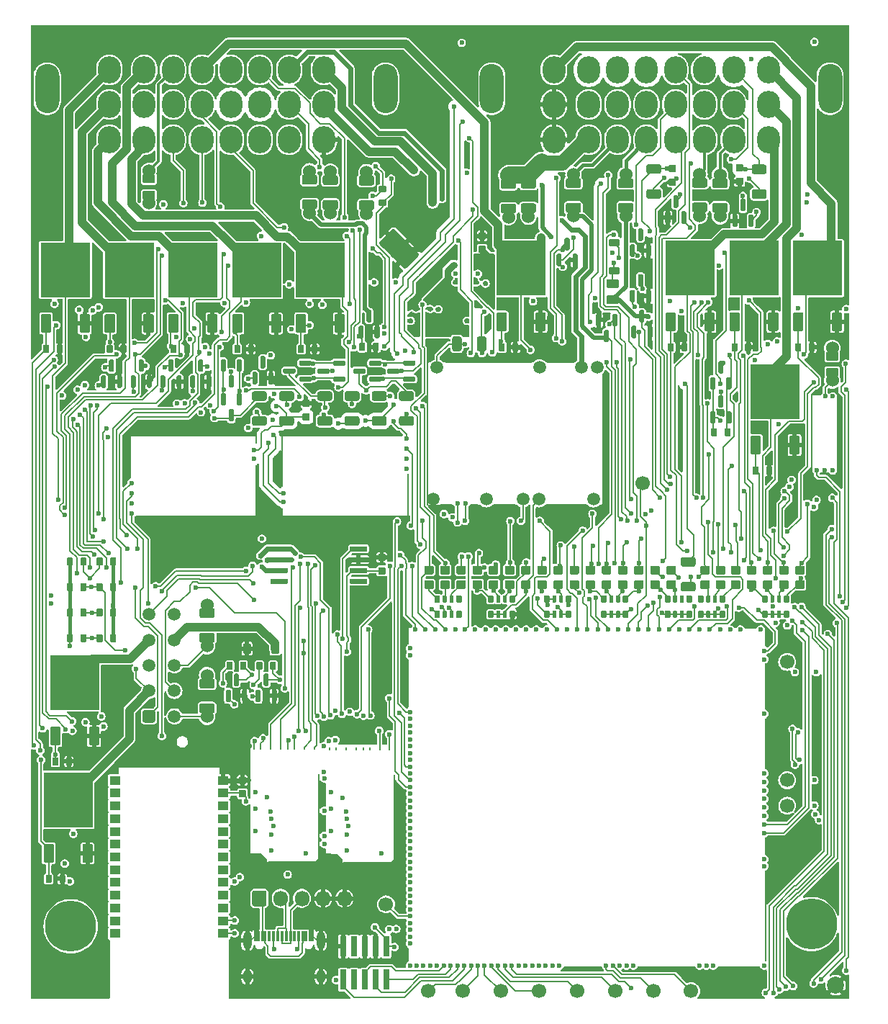
<source format=gtl>
G04 #@! TF.GenerationSoftware,KiCad,Pcbnew,8.0.1-8.0.1-1~ubuntu22.04.1*
G04 #@! TF.CreationDate,2024-04-17T02:41:45+00:00*
G04 #@! TF.ProjectId,alphax_4ch,616c7068-6178-45f3-9463-682e6b696361,i*
G04 #@! TF.SameCoordinates,PX141f5e0PYa2cace0*
G04 #@! TF.FileFunction,Copper,L1,Top*
G04 #@! TF.FilePolarity,Positive*
%FSLAX46Y46*%
G04 Gerber Fmt 4.6, Leading zero omitted, Abs format (unit mm)*
G04 Created by KiCad (PCBNEW 8.0.1-8.0.1-1~ubuntu22.04.1) date 2024-04-17 02:41:45*
%MOMM*%
%LPD*%
G01*
G04 APERTURE LIST*
G04 #@! TA.AperFunction,ComponentPad*
%ADD10C,1.700000*%
G04 #@! TD*
G04 #@! TA.AperFunction,ComponentPad*
%ADD11C,1.524000*%
G04 #@! TD*
G04 #@! TA.AperFunction,ComponentPad*
%ADD12C,6.000000*%
G04 #@! TD*
G04 #@! TA.AperFunction,SMDPad,CuDef*
%ADD13R,5.800000X6.400000*%
G04 #@! TD*
G04 #@! TA.AperFunction,ComponentPad*
%ADD14O,1.700000X1.850000*%
G04 #@! TD*
G04 #@! TA.AperFunction,ComponentPad*
%ADD15O,2.800000X5.800000*%
G04 #@! TD*
G04 #@! TA.AperFunction,ComponentPad*
%ADD16O,2.700000X3.200000*%
G04 #@! TD*
G04 #@! TA.AperFunction,SMDPad,CuDef*
%ADD17R,0.300000X1.150000*%
G04 #@! TD*
G04 #@! TA.AperFunction,ComponentPad*
%ADD18O,1.000000X2.100000*%
G04 #@! TD*
G04 #@! TA.AperFunction,ComponentPad*
%ADD19O,1.000000X1.600000*%
G04 #@! TD*
G04 #@! TA.AperFunction,ComponentPad*
%ADD20C,1.500000*%
G04 #@! TD*
G04 #@! TA.AperFunction,ComponentPad*
%ADD21C,0.600000*%
G04 #@! TD*
G04 #@! TA.AperFunction,SMDPad,CuDef*
%ADD22O,3.300000X0.200000*%
G04 #@! TD*
G04 #@! TA.AperFunction,SMDPad,CuDef*
%ADD23O,10.200000X0.200000*%
G04 #@! TD*
G04 #@! TA.AperFunction,SMDPad,CuDef*
%ADD24O,0.300000X0.200000*%
G04 #@! TD*
G04 #@! TA.AperFunction,SMDPad,CuDef*
%ADD25O,0.200000X17.000000*%
G04 #@! TD*
G04 #@! TA.AperFunction,SMDPad,CuDef*
%ADD26O,0.200000X15.400000*%
G04 #@! TD*
G04 #@! TA.AperFunction,SMDPad,CuDef*
%ADD27O,4.800000X0.200000*%
G04 #@! TD*
G04 #@! TA.AperFunction,SMDPad,CuDef*
%ADD28O,2.600000X0.200000*%
G04 #@! TD*
G04 #@! TA.AperFunction,SMDPad,CuDef*
%ADD29O,1.000000X0.200000*%
G04 #@! TD*
G04 #@! TA.AperFunction,SMDPad,CuDef*
%ADD30O,1.500000X0.200000*%
G04 #@! TD*
G04 #@! TA.AperFunction,SMDPad,CuDef*
%ADD31R,0.250000X6.185000*%
G04 #@! TD*
G04 #@! TA.AperFunction,SMDPad,CuDef*
%ADD32R,0.250000X1.115000*%
G04 #@! TD*
G04 #@! TA.AperFunction,SMDPad,CuDef*
%ADD33R,14.275000X0.250000*%
G04 #@! TD*
G04 #@! TA.AperFunction,SMDPad,CuDef*
%ADD34R,15.100000X0.250000*%
G04 #@! TD*
G04 #@! TA.AperFunction,SMDPad,CuDef*
%ADD35R,0.250000X5.175000*%
G04 #@! TD*
G04 #@! TA.AperFunction,SMDPad,CuDef*
%ADD36R,0.200000X2.300000*%
G04 #@! TD*
G04 #@! TA.AperFunction,SMDPad,CuDef*
%ADD37R,0.200000X10.700000*%
G04 #@! TD*
G04 #@! TA.AperFunction,SMDPad,CuDef*
%ADD38R,0.200000X2.100000*%
G04 #@! TD*
G04 #@! TA.AperFunction,SMDPad,CuDef*
%ADD39R,0.200000X6.000000*%
G04 #@! TD*
G04 #@! TA.AperFunction,SMDPad,CuDef*
%ADD40R,0.200000X5.400000*%
G04 #@! TD*
G04 #@! TA.AperFunction,SMDPad,CuDef*
%ADD41R,1.400000X0.200000*%
G04 #@! TD*
G04 #@! TA.AperFunction,SMDPad,CuDef*
%ADD42R,5.000000X0.200000*%
G04 #@! TD*
G04 #@! TA.AperFunction,SMDPad,CuDef*
%ADD43R,6.800000X0.200000*%
G04 #@! TD*
G04 #@! TA.AperFunction,SMDPad,CuDef*
%ADD44R,4.500000X0.200000*%
G04 #@! TD*
G04 #@! TA.AperFunction,SMDPad,CuDef*
%ADD45R,0.200000X1.600000*%
G04 #@! TD*
G04 #@! TA.AperFunction,SMDPad,CuDef*
%ADD46R,0.200000X5.700000*%
G04 #@! TD*
G04 #@! TA.AperFunction,SMDPad,CuDef*
%ADD47R,0.200000X2.000000*%
G04 #@! TD*
G04 #@! TA.AperFunction,SMDPad,CuDef*
%ADD48R,1.300000X1.000000*%
G04 #@! TD*
G04 #@! TA.AperFunction,SMDPad,CuDef*
%ADD49C,2.000000*%
G04 #@! TD*
G04 #@! TA.AperFunction,SMDPad,CuDef*
%ADD50O,1.225000X0.200000*%
G04 #@! TD*
G04 #@! TA.AperFunction,SMDPad,CuDef*
%ADD51O,0.200000X9.300000*%
G04 #@! TD*
G04 #@! TA.AperFunction,SMDPad,CuDef*
%ADD52O,0.250000X10.200000*%
G04 #@! TD*
G04 #@! TA.AperFunction,SMDPad,CuDef*
%ADD53O,5.800001X0.250000*%
G04 #@! TD*
G04 #@! TA.AperFunction,SMDPad,CuDef*
%ADD54O,0.200000X0.399999*%
G04 #@! TD*
G04 #@! TA.AperFunction,ComponentPad*
%ADD55C,0.599999*%
G04 #@! TD*
G04 #@! TA.AperFunction,SMDPad,CuDef*
%ADD56R,0.740000X2.400000*%
G04 #@! TD*
G04 #@! TA.AperFunction,ViaPad*
%ADD57C,0.600000*%
G04 #@! TD*
G04 #@! TA.AperFunction,ViaPad*
%ADD58C,1.300000*%
G04 #@! TD*
G04 #@! TA.AperFunction,Conductor*
%ADD59C,0.400000*%
G04 #@! TD*
G04 #@! TA.AperFunction,Conductor*
%ADD60C,0.600000*%
G04 #@! TD*
G04 #@! TA.AperFunction,Conductor*
%ADD61C,0.200000*%
G04 #@! TD*
G04 #@! TA.AperFunction,Conductor*
%ADD62C,1.000000*%
G04 #@! TD*
G04 #@! TA.AperFunction,Conductor*
%ADD63C,0.508000*%
G04 #@! TD*
G04 #@! TA.AperFunction,Conductor*
%ADD64C,0.300000*%
G04 #@! TD*
G04 #@! TA.AperFunction,Conductor*
%ADD65C,0.203200*%
G04 #@! TD*
G04 #@! TA.AperFunction,Conductor*
%ADD66C,1.800000*%
G04 #@! TD*
G04 #@! TA.AperFunction,Conductor*
%ADD67C,2.000000*%
G04 #@! TD*
G04 #@! TA.AperFunction,Conductor*
%ADD68C,0.800000*%
G04 #@! TD*
G04 APERTURE END LIST*
D10*
G04 #@! TO.P,P18,1,Pin_1*
G04 #@! TO.N,Net-(M4-IN_AT2)*
X89100000Y39700000D03*
G04 #@! TD*
D11*
G04 #@! TO.P,F10,1,1*
G04 #@! TO.N,Net-(J6-Pin_6)*
X20840000Y33250000D03*
G04 #@! TA.AperFunction,SMDPad,CuDef*
G36*
G01*
X21740000Y34594990D02*
X21740000Y33904990D01*
G75*
G02*
X21510000Y33674990I-230000J0D01*
G01*
X20170000Y33674990D01*
G75*
G02*
X19940000Y33904990I0J230000D01*
G01*
X19940000Y34594990D01*
G75*
G02*
X20170000Y34824990I230000J0D01*
G01*
X21510000Y34824990D01*
G75*
G02*
X21740000Y34594990I0J-230000D01*
G01*
G37*
G04 #@! TD.AperFunction*
G04 #@! TO.P,F10,2,2*
G04 #@! TO.N,/OUT_IGN5*
G04 #@! TA.AperFunction,SMDPad,CuDef*
G36*
G01*
X21740000Y37495010D02*
X21740000Y36805010D01*
G75*
G02*
X21510000Y36575010I-230000J0D01*
G01*
X20170000Y36575010D01*
G75*
G02*
X19940000Y36805010I0J230000D01*
G01*
X19940000Y37495010D01*
G75*
G02*
X20170000Y37725010I230000J0D01*
G01*
X21510000Y37725010D01*
G75*
G02*
X21740000Y37495010I0J-230000D01*
G01*
G37*
G04 #@! TD.AperFunction*
X20840000Y38150000D03*
G04 #@! TD*
G04 #@! TO.P,D4,1,A*
G04 #@! TO.N,Net-(D4-A)*
G04 #@! TA.AperFunction,SMDPad,CuDef*
G36*
G01*
X79899998Y48300001D02*
X78999998Y48300001D01*
G75*
G02*
X78899998Y48400001I0J100000D01*
G01*
X78899998Y49200001D01*
G75*
G02*
X78999998Y49300001I100000J0D01*
G01*
X79899998Y49300001D01*
G75*
G02*
X79999998Y49200001I0J-100000D01*
G01*
X79999998Y48400001D01*
G75*
G02*
X79899998Y48300001I-100000J0D01*
G01*
G37*
G04 #@! TD.AperFunction*
G04 #@! TO.P,D4,2,K*
G04 #@! TO.N,/CAM2_VR*
G04 #@! TA.AperFunction,SMDPad,CuDef*
G36*
G01*
X79899998Y50000001D02*
X78999998Y50000001D01*
G75*
G02*
X78899998Y50100001I0J100000D01*
G01*
X78899998Y50900001D01*
G75*
G02*
X78999998Y51000001I100000J0D01*
G01*
X79899998Y51000001D01*
G75*
G02*
X79999998Y50900001I0J-100000D01*
G01*
X79999998Y50100001D01*
G75*
G02*
X79899998Y50000001I-100000J0D01*
G01*
G37*
G04 #@! TD.AperFunction*
G04 #@! TD*
G04 #@! TO.P,R2,1*
G04 #@! TO.N,+12V*
G04 #@! TA.AperFunction,SMDPad,CuDef*
G36*
G01*
X86149998Y44965001D02*
X86149998Y45635001D01*
G75*
G02*
X86214998Y45700001I65000J0D01*
G01*
X86734998Y45700001D01*
G75*
G02*
X86799998Y45635001I0J-65000D01*
G01*
X86799998Y44965001D01*
G75*
G02*
X86734998Y44900001I-65000J0D01*
G01*
X86214998Y44900001D01*
G75*
G02*
X86149998Y44965001I0J65000D01*
G01*
G37*
G04 #@! TD.AperFunction*
G04 #@! TO.P,R2,2*
G04 #@! TA.AperFunction,SMDPad,CuDef*
G36*
G01*
X87124998Y44945001D02*
X87124998Y45655001D01*
G75*
G02*
X87169998Y45700001I45000J0D01*
G01*
X87529998Y45700001D01*
G75*
G02*
X87574998Y45655001I0J-45000D01*
G01*
X87574998Y44945001D01*
G75*
G02*
X87529998Y44900001I-45000J0D01*
G01*
X87169998Y44900001D01*
G75*
G02*
X87124998Y44945001I0J45000D01*
G01*
G37*
G04 #@! TD.AperFunction*
G04 #@! TO.P,R2,3*
G04 #@! TA.AperFunction,SMDPad,CuDef*
G36*
G01*
X87924998Y44945001D02*
X87924998Y45655001D01*
G75*
G02*
X87969998Y45700001I45000J0D01*
G01*
X88329998Y45700001D01*
G75*
G02*
X88374998Y45655001I0J-45000D01*
G01*
X88374998Y44945001D01*
G75*
G02*
X88329998Y44900001I-45000J0D01*
G01*
X87969998Y44900001D01*
G75*
G02*
X87924998Y44945001I0J45000D01*
G01*
G37*
G04 #@! TD.AperFunction*
G04 #@! TO.P,R2,4*
G04 #@! TA.AperFunction,SMDPad,CuDef*
G36*
G01*
X88699998Y44965001D02*
X88699998Y45635001D01*
G75*
G02*
X88764998Y45700001I65000J0D01*
G01*
X89284998Y45700001D01*
G75*
G02*
X89349998Y45635001I0J-65000D01*
G01*
X89349998Y44965001D01*
G75*
G02*
X89284998Y44900001I-65000J0D01*
G01*
X88764998Y44900001D01*
G75*
G02*
X88699998Y44965001I0J65000D01*
G01*
G37*
G04 #@! TD.AperFunction*
G04 #@! TO.P,R2,5*
G04 #@! TO.N,Net-(D3-K)*
G04 #@! TA.AperFunction,SMDPad,CuDef*
G36*
G01*
X88699998Y46765001D02*
X88699998Y47435001D01*
G75*
G02*
X88764998Y47500001I65000J0D01*
G01*
X89284998Y47500001D01*
G75*
G02*
X89349998Y47435001I0J-65000D01*
G01*
X89349998Y46765001D01*
G75*
G02*
X89284998Y46700001I-65000J0D01*
G01*
X88764998Y46700001D01*
G75*
G02*
X88699998Y46765001I0J65000D01*
G01*
G37*
G04 #@! TD.AperFunction*
G04 #@! TO.P,R2,6*
G04 #@! TO.N,Net-(D2-K)*
G04 #@! TA.AperFunction,SMDPad,CuDef*
G36*
G01*
X87924998Y46745001D02*
X87924998Y47455001D01*
G75*
G02*
X87969998Y47500001I45000J0D01*
G01*
X88329998Y47500001D01*
G75*
G02*
X88374998Y47455001I0J-45000D01*
G01*
X88374998Y46745001D01*
G75*
G02*
X88329998Y46700001I-45000J0D01*
G01*
X87969998Y46700001D01*
G75*
G02*
X87924998Y46745001I0J45000D01*
G01*
G37*
G04 #@! TD.AperFunction*
G04 #@! TO.P,R2,7*
G04 #@! TO.N,Net-(D14-A)*
G04 #@! TA.AperFunction,SMDPad,CuDef*
G36*
G01*
X87124998Y46745001D02*
X87124998Y47455001D01*
G75*
G02*
X87169998Y47500001I45000J0D01*
G01*
X87529998Y47500001D01*
G75*
G02*
X87574998Y47455001I0J-45000D01*
G01*
X87574998Y46745001D01*
G75*
G02*
X87529998Y46700001I-45000J0D01*
G01*
X87169998Y46700001D01*
G75*
G02*
X87124998Y46745001I0J45000D01*
G01*
G37*
G04 #@! TD.AperFunction*
G04 #@! TO.P,R2,8*
G04 #@! TO.N,Net-(D13-A)*
G04 #@! TA.AperFunction,SMDPad,CuDef*
G36*
G01*
X86149998Y46765001D02*
X86149998Y47435001D01*
G75*
G02*
X86214998Y47500001I65000J0D01*
G01*
X86734998Y47500001D01*
G75*
G02*
X86799998Y47435001I0J-65000D01*
G01*
X86799998Y46765001D01*
G75*
G02*
X86734998Y46700001I-65000J0D01*
G01*
X86214998Y46700001D01*
G75*
G02*
X86149998Y46765001I0J65000D01*
G01*
G37*
G04 #@! TD.AperFunction*
G04 #@! TD*
G04 #@! TO.P,D36,1,A*
G04 #@! TO.N,Net-(D36-A)*
G04 #@! TA.AperFunction,SMDPad,CuDef*
G36*
G01*
X51199998Y48300001D02*
X50299998Y48300001D01*
G75*
G02*
X50199998Y48400001I0J100000D01*
G01*
X50199998Y49200001D01*
G75*
G02*
X50299998Y49300001I100000J0D01*
G01*
X51199998Y49300001D01*
G75*
G02*
X51299998Y49200001I0J-100000D01*
G01*
X51299998Y48400001D01*
G75*
G02*
X51199998Y48300001I-100000J0D01*
G01*
G37*
G04 #@! TD.AperFunction*
G04 #@! TO.P,D36,2,K*
G04 #@! TO.N,/HALL3*
G04 #@! TA.AperFunction,SMDPad,CuDef*
G36*
G01*
X51199998Y50000001D02*
X50299998Y50000001D01*
G75*
G02*
X50199998Y50100001I0J100000D01*
G01*
X50199998Y50900001D01*
G75*
G02*
X50299998Y51000001I100000J0D01*
G01*
X51199998Y51000001D01*
G75*
G02*
X51299998Y50900001I0J-100000D01*
G01*
X51299998Y50100001D01*
G75*
G02*
X51199998Y50000001I-100000J0D01*
G01*
G37*
G04 #@! TD.AperFunction*
G04 #@! TD*
D10*
G04 #@! TO.P,P23,1,Pin_1*
G04 #@! TO.N,Net-(M4-SPI3_MOSI)*
X59900000Y1000000D03*
G04 #@! TD*
G04 #@! TO.P,C22,1*
G04 #@! TO.N,+12V_ETB*
G04 #@! TA.AperFunction,SMDPad,CuDef*
G36*
G01*
X51632590Y81481624D02*
X50218376Y80067410D01*
G75*
G02*
X49864822Y80067410I-176777J176777D01*
G01*
X47107106Y82825126D01*
G75*
G02*
X47107106Y83178680I176777J176777D01*
G01*
X48521320Y84592894D01*
G75*
G02*
X48874874Y84592894I176777J-176777D01*
G01*
X51632590Y81835178D01*
G75*
G02*
X51632590Y81481624I-176777J-176777D01*
G01*
G37*
G04 #@! TD.AperFunction*
G04 #@! TO.P,C22,2*
G04 #@! TO.N,GND*
G04 #@! TA.AperFunction,SMDPad,CuDef*
G36*
G01*
X45692894Y87421320D02*
X44278680Y86007106D01*
G75*
G02*
X43925126Y86007106I-176777J176777D01*
G01*
X41167410Y88764822D01*
G75*
G02*
X41167410Y89118376I176777J176777D01*
G01*
X42581624Y90532590D01*
G75*
G02*
X42935178Y90532590I176777J-176777D01*
G01*
X45692894Y87774874D01*
G75*
G02*
X45692894Y87421320I-176777J-176777D01*
G01*
G37*
G04 #@! TD.AperFunction*
G04 #@! TD*
G04 #@! TO.P,R1136,1*
G04 #@! TO.N,Net-(D19-COM)*
G04 #@! TA.AperFunction,SMDPad,CuDef*
G36*
G01*
X43675000Y71525000D02*
X44925000Y71525000D01*
G75*
G02*
X45175000Y71275000I0J-250000D01*
G01*
X45175000Y70650000D01*
G75*
G02*
X44925000Y70400000I-250000J0D01*
G01*
X43675000Y70400000D01*
G75*
G02*
X43425000Y70650000I0J250000D01*
G01*
X43425000Y71275000D01*
G75*
G02*
X43675000Y71525000I250000J0D01*
G01*
G37*
G04 #@! TD.AperFunction*
G04 #@! TO.P,R1136,2*
G04 #@! TO.N,Net-(R1135-Pad1)*
G04 #@! TA.AperFunction,SMDPad,CuDef*
G36*
G01*
X43675000Y68600000D02*
X44925000Y68600000D01*
G75*
G02*
X45175000Y68350000I0J-250000D01*
G01*
X45175000Y67725000D01*
G75*
G02*
X44925000Y67475000I-250000J0D01*
G01*
X43675000Y67475000D01*
G75*
G02*
X43425000Y67725000I0J250000D01*
G01*
X43425000Y68350000D01*
G75*
G02*
X43675000Y68600000I250000J0D01*
G01*
G37*
G04 #@! TD.AperFunction*
G04 #@! TD*
G04 #@! TO.P,R1105,1*
G04 #@! TO.N,/BOOST*
G04 #@! TA.AperFunction,SMDPad,CuDef*
G36*
G01*
X31550000Y76110000D02*
X31550000Y76890000D01*
G75*
G02*
X31620000Y76960000I70000J0D01*
G01*
X32180000Y76960000D01*
G75*
G02*
X32250000Y76890000I0J-70000D01*
G01*
X32250000Y76110000D01*
G75*
G02*
X32180000Y76040000I-70000J0D01*
G01*
X31620000Y76040000D01*
G75*
G02*
X31550000Y76110000I0J70000D01*
G01*
G37*
G04 #@! TD.AperFunction*
G04 #@! TO.P,R1105,2*
G04 #@! TO.N,GND*
G04 #@! TA.AperFunction,SMDPad,CuDef*
G36*
G01*
X33150000Y76110000D02*
X33150000Y76890000D01*
G75*
G02*
X33220000Y76960000I70000J0D01*
G01*
X33780000Y76960000D01*
G75*
G02*
X33850000Y76890000I0J-70000D01*
G01*
X33850000Y76110000D01*
G75*
G02*
X33780000Y76040000I-70000J0D01*
G01*
X33220000Y76040000D01*
G75*
G02*
X33150000Y76110000I0J70000D01*
G01*
G37*
G04 #@! TD.AperFunction*
G04 #@! TD*
G04 #@! TO.P,R18,1*
G04 #@! TO.N,Net-(R18-Pad1)*
G04 #@! TA.AperFunction,SMDPad,CuDef*
G36*
G01*
X74025000Y94175000D02*
X72775000Y94175000D01*
G75*
G02*
X72525000Y94425000I0J250000D01*
G01*
X72525000Y95050000D01*
G75*
G02*
X72775000Y95300000I250000J0D01*
G01*
X74025000Y95300000D01*
G75*
G02*
X74275000Y95050000I0J-250000D01*
G01*
X74275000Y94425000D01*
G75*
G02*
X74025000Y94175000I-250000J0D01*
G01*
G37*
G04 #@! TD.AperFunction*
G04 #@! TO.P,R18,2*
G04 #@! TO.N,/IN_2STEP_CAM2_VR-*
G04 #@! TA.AperFunction,SMDPad,CuDef*
G36*
G01*
X74025000Y97100000D02*
X72775000Y97100000D01*
G75*
G02*
X72525000Y97350000I0J250000D01*
G01*
X72525000Y97975000D01*
G75*
G02*
X72775000Y98225000I250000J0D01*
G01*
X74025000Y98225000D01*
G75*
G02*
X74275000Y97975000I0J-250000D01*
G01*
X74275000Y97350000D01*
G75*
G02*
X74025000Y97100000I-250000J0D01*
G01*
G37*
G04 #@! TD.AperFunction*
G04 #@! TD*
G04 #@! TO.P,R93,1*
G04 #@! TO.N,GNDA*
G04 #@! TA.AperFunction,SMDPad,CuDef*
G36*
G01*
X4350000Y42110000D02*
X4350000Y42890000D01*
G75*
G02*
X4420000Y42960000I70000J0D01*
G01*
X4980000Y42960000D01*
G75*
G02*
X5050000Y42890000I0J-70000D01*
G01*
X5050000Y42110000D01*
G75*
G02*
X4980000Y42040000I-70000J0D01*
G01*
X4420000Y42040000D01*
G75*
G02*
X4350000Y42110000I0J70000D01*
G01*
G37*
G04 #@! TD.AperFunction*
G04 #@! TO.P,R93,2*
G04 #@! TO.N,/AIN4*
G04 #@! TA.AperFunction,SMDPad,CuDef*
G36*
G01*
X5950000Y42110000D02*
X5950000Y42890000D01*
G75*
G02*
X6020000Y42960000I70000J0D01*
G01*
X6580000Y42960000D01*
G75*
G02*
X6650000Y42890000I0J-70000D01*
G01*
X6650000Y42110000D01*
G75*
G02*
X6580000Y42040000I-70000J0D01*
G01*
X6020000Y42040000D01*
G75*
G02*
X5950000Y42110000I0J70000D01*
G01*
G37*
G04 #@! TD.AperFunction*
G04 #@! TD*
D12*
G04 #@! TO.P,J8,1,Pin_1*
G04 #@! TO.N,unconnected-(J8-Pin_1-Pad1)*
X4803000Y8619000D03*
G04 #@! TD*
G04 #@! TO.P,D34,1,A*
G04 #@! TO.N,Net-(D34-A)*
G04 #@! TA.AperFunction,SMDPad,CuDef*
G36*
G01*
X47399998Y48300001D02*
X46499998Y48300001D01*
G75*
G02*
X46399998Y48400001I0J100000D01*
G01*
X46399998Y49200001D01*
G75*
G02*
X46499998Y49300001I100000J0D01*
G01*
X47399998Y49300001D01*
G75*
G02*
X47499998Y49200001I0J-100000D01*
G01*
X47499998Y48400001D01*
G75*
G02*
X47399998Y48300001I-100000J0D01*
G01*
G37*
G04 #@! TD.AperFunction*
G04 #@! TO.P,D34,2,K*
G04 #@! TO.N,/HALL1*
G04 #@! TA.AperFunction,SMDPad,CuDef*
G36*
G01*
X47399998Y50000001D02*
X46499998Y50000001D01*
G75*
G02*
X46399998Y50100001I0J100000D01*
G01*
X46399998Y50900001D01*
G75*
G02*
X46499998Y51000001I100000J0D01*
G01*
X47399998Y51000001D01*
G75*
G02*
X47499998Y50900001I0J-100000D01*
G01*
X47499998Y50100001D01*
G75*
G02*
X47399998Y50000001I-100000J0D01*
G01*
G37*
G04 #@! TD.AperFunction*
G04 #@! TD*
G04 #@! TO.P,Q47,1,IN*
G04 #@! TO.N,/VVT1*
G04 #@! TA.AperFunction,SMDPad,CuDef*
G36*
G01*
X24880000Y78400000D02*
X23920000Y78400000D01*
G75*
G02*
X23800000Y78520000I0J120000D01*
G01*
X23800000Y80480000D01*
G75*
G02*
X23920000Y80600000I120000J0D01*
G01*
X24880000Y80600000D01*
G75*
G02*
X25000000Y80480000I0J-120000D01*
G01*
X25000000Y78520000D01*
G75*
G02*
X24880000Y78400000I-120000J0D01*
G01*
G37*
G04 #@! TD.AperFunction*
D13*
G04 #@! TO.P,Q47,2,D*
G04 #@! TO.N,/OUT_VVT1*
X26680000Y85800000D03*
G04 #@! TO.P,Q47,3,S*
G04 #@! TO.N,GND*
G04 #@! TA.AperFunction,SMDPad,CuDef*
G36*
G01*
X29440000Y78400000D02*
X28480000Y78400000D01*
G75*
G02*
X28360000Y78520000I0J120000D01*
G01*
X28360000Y80480000D01*
G75*
G02*
X28480000Y80600000I120000J0D01*
G01*
X29440000Y80600000D01*
G75*
G02*
X29560000Y80480000I0J-120000D01*
G01*
X29560000Y78520000D01*
G75*
G02*
X29440000Y78400000I-120000J0D01*
G01*
G37*
G04 #@! TD.AperFunction*
G04 #@! TD*
G04 #@! TO.P,J5,1,Pin_1*
G04 #@! TO.N,/MCU/VBUS*
G04 #@! TA.AperFunction,ComponentPad*
G36*
G01*
X26150000Y11225000D02*
X26150000Y12575000D01*
G75*
G02*
X26400000Y12825000I250000J0D01*
G01*
X27600000Y12825000D01*
G75*
G02*
X27850000Y12575000I0J-250000D01*
G01*
X27850000Y11225000D01*
G75*
G02*
X27600000Y10975000I-250000J0D01*
G01*
X26400000Y10975000D01*
G75*
G02*
X26150000Y11225000I0J250000D01*
G01*
G37*
G04 #@! TD.AperFunction*
D14*
G04 #@! TO.P,J5,2,Pin_2*
G04 #@! TO.N,/MCU/USB-*
X29500000Y11900000D03*
G04 #@! TO.P,J5,3,Pin_3*
G04 #@! TO.N,/MCU/USB+*
X32000000Y11900000D03*
G04 #@! TO.P,J5,4,Pin_4*
G04 #@! TO.N,GND*
X34500000Y11900000D03*
G04 #@! TO.P,J5,5,Pin_5*
X37000000Y11900000D03*
G04 #@! TD*
D11*
G04 #@! TO.P,F4,1,1*
G04 #@! TO.N,/A3*
X63950000Y97000000D03*
G04 #@! TA.AperFunction,SMDPad,CuDef*
G36*
G01*
X63050000Y95655010D02*
X63050000Y96345010D01*
G75*
G02*
X63280000Y96575010I230000J0D01*
G01*
X64620000Y96575010D01*
G75*
G02*
X64850000Y96345010I0J-230000D01*
G01*
X64850000Y95655010D01*
G75*
G02*
X64620000Y95425010I-230000J0D01*
G01*
X63280000Y95425010D01*
G75*
G02*
X63050000Y95655010I0J230000D01*
G01*
G37*
G04 #@! TD.AperFunction*
G04 #@! TO.P,F4,2,2*
G04 #@! TO.N,/OUT_PUMP_RELAY*
G04 #@! TA.AperFunction,SMDPad,CuDef*
G36*
G01*
X63050000Y92754990D02*
X63050000Y93444990D01*
G75*
G02*
X63280000Y93674990I230000J0D01*
G01*
X64620000Y93674990D01*
G75*
G02*
X64850000Y93444990I0J-230000D01*
G01*
X64850000Y92754990D01*
G75*
G02*
X64620000Y92524990I-230000J0D01*
G01*
X63280000Y92524990D01*
G75*
G02*
X63050000Y92754990I0J230000D01*
G01*
G37*
G04 #@! TD.AperFunction*
X63950000Y92100000D03*
G04 #@! TD*
G04 #@! TO.P,Q13,1,G*
G04 #@! TO.N,Net-(Q12-D)*
G04 #@! TA.AperFunction,SMDPad,CuDef*
G36*
G01*
X80500000Y67725000D02*
X80200000Y67725000D01*
G75*
G02*
X80050000Y67875000I0J150000D01*
G01*
X80050000Y69050000D01*
G75*
G02*
X80200000Y69200000I150000J0D01*
G01*
X80500000Y69200000D01*
G75*
G02*
X80650000Y69050000I0J-150000D01*
G01*
X80650000Y67875000D01*
G75*
G02*
X80500000Y67725000I-150000J0D01*
G01*
G37*
G04 #@! TD.AperFunction*
G04 #@! TO.P,Q13,2,D*
G04 #@! TO.N,Net-(Q13-D)*
G04 #@! TA.AperFunction,SMDPad,CuDef*
G36*
G01*
X81450000Y69600000D02*
X81150000Y69600000D01*
G75*
G02*
X81000000Y69750000I0J150000D01*
G01*
X81000000Y70925000D01*
G75*
G02*
X81150000Y71075000I150000J0D01*
G01*
X81450000Y71075000D01*
G75*
G02*
X81600000Y70925000I0J-150000D01*
G01*
X81600000Y69750000D01*
G75*
G02*
X81450000Y69600000I-150000J0D01*
G01*
G37*
G04 #@! TD.AperFunction*
G04 #@! TO.P,Q13,3,S*
G04 #@! TO.N,+5VAS*
G04 #@! TA.AperFunction,SMDPad,CuDef*
G36*
G01*
X82400000Y67725000D02*
X82100000Y67725000D01*
G75*
G02*
X81950000Y67875000I0J150000D01*
G01*
X81950000Y69050000D01*
G75*
G02*
X82100000Y69200000I150000J0D01*
G01*
X82400000Y69200000D01*
G75*
G02*
X82550000Y69050000I0J-150000D01*
G01*
X82550000Y67875000D01*
G75*
G02*
X82400000Y67725000I-150000J0D01*
G01*
G37*
G04 #@! TD.AperFunction*
G04 #@! TD*
G04 #@! TO.P,R91,1,1*
G04 #@! TO.N,/IN_KNOCK_RAW*
X94400000Y72795000D03*
G04 #@! TA.AperFunction,SMDPad,CuDef*
G36*
G01*
X95025000Y73249999D02*
X93775000Y73249999D01*
G75*
G02*
X93675000Y73349999I0J100000D01*
G01*
X93675000Y74149999D01*
G75*
G02*
X93775000Y74249999I100000J0D01*
G01*
X95025000Y74249999D01*
G75*
G02*
X95125000Y74149999I0J-100000D01*
G01*
X95125000Y73349999D01*
G75*
G02*
X95025000Y73249999I-100000J0D01*
G01*
G37*
G04 #@! TD.AperFunction*
G04 #@! TO.P,R91,2,2*
G04 #@! TO.N,/F3*
G04 #@! TA.AperFunction,SMDPad,CuDef*
G36*
G01*
X95025000Y75150021D02*
X93775000Y75150021D01*
G75*
G02*
X93675000Y75250021I0J100000D01*
G01*
X93675000Y76050021D01*
G75*
G02*
X93775000Y76150021I100000J0D01*
G01*
X95025000Y76150021D01*
G75*
G02*
X95125000Y76050021I0J-100000D01*
G01*
X95125000Y75250021D01*
G75*
G02*
X95025000Y75150021I-100000J0D01*
G01*
G37*
G04 #@! TD.AperFunction*
X94400000Y76605000D03*
G04 #@! TD*
G04 #@! TO.P,R98,1*
G04 #@! TO.N,/INJ1*
G04 #@! TA.AperFunction,SMDPad,CuDef*
G36*
G01*
X75050000Y76310000D02*
X75050000Y77090000D01*
G75*
G02*
X75120000Y77160000I70000J0D01*
G01*
X75680000Y77160000D01*
G75*
G02*
X75750000Y77090000I0J-70000D01*
G01*
X75750000Y76310000D01*
G75*
G02*
X75680000Y76240000I-70000J0D01*
G01*
X75120000Y76240000D01*
G75*
G02*
X75050000Y76310000I0J70000D01*
G01*
G37*
G04 #@! TD.AperFunction*
G04 #@! TO.P,R98,2*
G04 #@! TO.N,GND*
G04 #@! TA.AperFunction,SMDPad,CuDef*
G36*
G01*
X76650000Y76310000D02*
X76650000Y77090000D01*
G75*
G02*
X76720000Y77160000I70000J0D01*
G01*
X77280000Y77160000D01*
G75*
G02*
X77350000Y77090000I0J-70000D01*
G01*
X77350000Y76310000D01*
G75*
G02*
X77280000Y76240000I-70000J0D01*
G01*
X76720000Y76240000D01*
G75*
G02*
X76650000Y76310000I0J70000D01*
G01*
G37*
G04 #@! TD.AperFunction*
G04 #@! TD*
G04 #@! TO.P,Q49,1,G*
G04 #@! TO.N,Net-(Q49-G)*
G04 #@! TA.AperFunction,SMDPad,CuDef*
G36*
G01*
X45375000Y73100000D02*
X45375000Y72800000D01*
G75*
G02*
X45225000Y72650000I-150000J0D01*
G01*
X44050000Y72650000D01*
G75*
G02*
X43900000Y72800000I0J150000D01*
G01*
X43900000Y73100000D01*
G75*
G02*
X44050000Y73250000I150000J0D01*
G01*
X45225000Y73250000D01*
G75*
G02*
X45375000Y73100000I0J-150000D01*
G01*
G37*
G04 #@! TD.AperFunction*
G04 #@! TO.P,Q49,2,D*
G04 #@! TO.N,/HALL_OPT_PU/+12V_LIM*
G04 #@! TA.AperFunction,SMDPad,CuDef*
G36*
G01*
X43500000Y74050000D02*
X43500000Y73750000D01*
G75*
G02*
X43350000Y73600000I-150000J0D01*
G01*
X42175000Y73600000D01*
G75*
G02*
X42025000Y73750000I0J150000D01*
G01*
X42025000Y74050000D01*
G75*
G02*
X42175000Y74200000I150000J0D01*
G01*
X43350000Y74200000D01*
G75*
G02*
X43500000Y74050000I0J-150000D01*
G01*
G37*
G04 #@! TD.AperFunction*
G04 #@! TO.P,Q49,3,S*
G04 #@! TO.N,Net-(Q49-S)*
G04 #@! TA.AperFunction,SMDPad,CuDef*
G36*
G01*
X45375000Y75000000D02*
X45375000Y74700000D01*
G75*
G02*
X45225000Y74550000I-150000J0D01*
G01*
X44050000Y74550000D01*
G75*
G02*
X43900000Y74700000I0J150000D01*
G01*
X43900000Y75000000D01*
G75*
G02*
X44050000Y75150000I150000J0D01*
G01*
X45225000Y75150000D01*
G75*
G02*
X45375000Y75000000I0J-150000D01*
G01*
G37*
G04 #@! TD.AperFunction*
G04 #@! TD*
G04 #@! TO.P,D15,1,A*
G04 #@! TO.N,Net-(D15-A)*
G04 #@! TA.AperFunction,SMDPad,CuDef*
G36*
G01*
X66399998Y48300001D02*
X65499998Y48300001D01*
G75*
G02*
X65399998Y48400001I0J100000D01*
G01*
X65399998Y49200001D01*
G75*
G02*
X65499998Y49300001I100000J0D01*
G01*
X66399998Y49300001D01*
G75*
G02*
X66499998Y49200001I0J-100000D01*
G01*
X66499998Y48400001D01*
G75*
G02*
X66399998Y48300001I-100000J0D01*
G01*
G37*
G04 #@! TD.AperFunction*
G04 #@! TO.P,D15,2,K*
G04 #@! TO.N,/OUT_INJ1*
G04 #@! TA.AperFunction,SMDPad,CuDef*
G36*
G01*
X66399998Y50000001D02*
X65499998Y50000001D01*
G75*
G02*
X65399998Y50100001I0J100000D01*
G01*
X65399998Y50900001D01*
G75*
G02*
X65499998Y51000001I100000J0D01*
G01*
X66399998Y51000001D01*
G75*
G02*
X66499998Y50900001I0J-100000D01*
G01*
X66499998Y50100001D01*
G75*
G02*
X66399998Y50000001I-100000J0D01*
G01*
G37*
G04 #@! TD.AperFunction*
G04 #@! TD*
G04 #@! TO.P,D55,1,A*
G04 #@! TO.N,GND*
G04 #@! TA.AperFunction,SMDPad,CuDef*
G36*
G01*
X83100000Y90825000D02*
X82800000Y90825000D01*
G75*
G02*
X82650000Y90975000I0J150000D01*
G01*
X82650000Y92150000D01*
G75*
G02*
X82800000Y92300000I150000J0D01*
G01*
X83100000Y92300000D01*
G75*
G02*
X83250000Y92150000I0J-150000D01*
G01*
X83250000Y90975000D01*
G75*
G02*
X83100000Y90825000I-150000J0D01*
G01*
G37*
G04 #@! TD.AperFunction*
G04 #@! TO.P,D55,2,K*
G04 #@! TO.N,/HALL_OPT_PU/+12V_LIM*
G04 #@! TA.AperFunction,SMDPad,CuDef*
G36*
G01*
X85000000Y90825000D02*
X84700000Y90825000D01*
G75*
G02*
X84550000Y90975000I0J150000D01*
G01*
X84550000Y92150000D01*
G75*
G02*
X84700000Y92300000I150000J0D01*
G01*
X85000000Y92300000D01*
G75*
G02*
X85150000Y92150000I0J-150000D01*
G01*
X85150000Y90975000D01*
G75*
G02*
X85000000Y90825000I-150000J0D01*
G01*
G37*
G04 #@! TD.AperFunction*
G04 #@! TO.P,D55,3,COM*
G04 #@! TO.N,Net-(D55-COM)*
G04 #@! TA.AperFunction,SMDPad,CuDef*
G36*
G01*
X84050000Y92700000D02*
X83750000Y92700000D01*
G75*
G02*
X83600000Y92850000I0J150000D01*
G01*
X83600000Y94025000D01*
G75*
G02*
X83750000Y94175000I150000J0D01*
G01*
X84050000Y94175000D01*
G75*
G02*
X84200000Y94025000I0J-150000D01*
G01*
X84200000Y92850000D01*
G75*
G02*
X84050000Y92700000I-150000J0D01*
G01*
G37*
G04 #@! TD.AperFunction*
G04 #@! TD*
G04 #@! TO.P,R1102,1*
G04 #@! TO.N,/FAN_RELAY*
G04 #@! TA.AperFunction,SMDPad,CuDef*
G36*
G01*
X90050000Y76310000D02*
X90050000Y77090000D01*
G75*
G02*
X90120000Y77160000I70000J0D01*
G01*
X90680000Y77160000D01*
G75*
G02*
X90750000Y77090000I0J-70000D01*
G01*
X90750000Y76310000D01*
G75*
G02*
X90680000Y76240000I-70000J0D01*
G01*
X90120000Y76240000D01*
G75*
G02*
X90050000Y76310000I0J70000D01*
G01*
G37*
G04 #@! TD.AperFunction*
G04 #@! TO.P,R1102,2*
G04 #@! TO.N,GND*
G04 #@! TA.AperFunction,SMDPad,CuDef*
G36*
G01*
X91650000Y76310000D02*
X91650000Y77090000D01*
G75*
G02*
X91720000Y77160000I70000J0D01*
G01*
X92280000Y77160000D01*
G75*
G02*
X92350000Y77090000I0J-70000D01*
G01*
X92350000Y76310000D01*
G75*
G02*
X92280000Y76240000I-70000J0D01*
G01*
X91720000Y76240000D01*
G75*
G02*
X91650000Y76310000I0J70000D01*
G01*
G37*
G04 #@! TD.AperFunction*
G04 #@! TD*
G04 #@! TO.P,Q48,1,IN*
G04 #@! TO.N,/VVT2*
G04 #@! TA.AperFunction,SMDPad,CuDef*
G36*
G01*
X56000000Y78600000D02*
X55040000Y78600000D01*
G75*
G02*
X54920000Y78720000I0J120000D01*
G01*
X54920000Y80680000D01*
G75*
G02*
X55040000Y80800000I120000J0D01*
G01*
X56000000Y80800000D01*
G75*
G02*
X56120000Y80680000I0J-120000D01*
G01*
X56120000Y78720000D01*
G75*
G02*
X56000000Y78600000I-120000J0D01*
G01*
G37*
G04 #@! TD.AperFunction*
D13*
G04 #@! TO.P,Q48,2,D*
G04 #@! TO.N,/OUT_VVT2*
X57800000Y86000000D03*
G04 #@! TO.P,Q48,3,S*
G04 #@! TO.N,GND*
G04 #@! TA.AperFunction,SMDPad,CuDef*
G36*
G01*
X60560000Y78600000D02*
X59600000Y78600000D01*
G75*
G02*
X59480000Y78720000I0J120000D01*
G01*
X59480000Y80680000D01*
G75*
G02*
X59600000Y80800000I120000J0D01*
G01*
X60560000Y80800000D01*
G75*
G02*
X60680000Y80680000I0J-120000D01*
G01*
X60680000Y78720000D01*
G75*
G02*
X60560000Y78600000I-120000J0D01*
G01*
G37*
G04 #@! TD.AperFunction*
G04 #@! TD*
G04 #@! TO.P,R50,1*
G04 #@! TO.N,+5VA*
G04 #@! TA.AperFunction,SMDPad,CuDef*
G36*
G01*
X60500000Y44965000D02*
X60500000Y45635000D01*
G75*
G02*
X60565000Y45700000I65000J0D01*
G01*
X61085000Y45700000D01*
G75*
G02*
X61150000Y45635000I0J-65000D01*
G01*
X61150000Y44965000D01*
G75*
G02*
X61085000Y44900000I-65000J0D01*
G01*
X60565000Y44900000D01*
G75*
G02*
X60500000Y44965000I0J65000D01*
G01*
G37*
G04 #@! TD.AperFunction*
G04 #@! TO.P,R50,2*
G04 #@! TA.AperFunction,SMDPad,CuDef*
G36*
G01*
X61475000Y44945000D02*
X61475000Y45655000D01*
G75*
G02*
X61520000Y45700000I45000J0D01*
G01*
X61880000Y45700000D01*
G75*
G02*
X61925000Y45655000I0J-45000D01*
G01*
X61925000Y44945000D01*
G75*
G02*
X61880000Y44900000I-45000J0D01*
G01*
X61520000Y44900000D01*
G75*
G02*
X61475000Y44945000I0J45000D01*
G01*
G37*
G04 #@! TD.AperFunction*
G04 #@! TO.P,R50,3*
G04 #@! TO.N,+12V*
G04 #@! TA.AperFunction,SMDPad,CuDef*
G36*
G01*
X62275000Y44945000D02*
X62275000Y45655000D01*
G75*
G02*
X62320000Y45700000I45000J0D01*
G01*
X62680000Y45700000D01*
G75*
G02*
X62725000Y45655000I0J-45000D01*
G01*
X62725000Y44945000D01*
G75*
G02*
X62680000Y44900000I-45000J0D01*
G01*
X62320000Y44900000D01*
G75*
G02*
X62275000Y44945000I0J45000D01*
G01*
G37*
G04 #@! TD.AperFunction*
G04 #@! TO.P,R50,4*
G04 #@! TA.AperFunction,SMDPad,CuDef*
G36*
G01*
X63050000Y44965000D02*
X63050000Y45635000D01*
G75*
G02*
X63115000Y45700000I65000J0D01*
G01*
X63635000Y45700000D01*
G75*
G02*
X63700000Y45635000I0J-65000D01*
G01*
X63700000Y44965000D01*
G75*
G02*
X63635000Y44900000I-65000J0D01*
G01*
X63115000Y44900000D01*
G75*
G02*
X63050000Y44965000I0J65000D01*
G01*
G37*
G04 #@! TD.AperFunction*
G04 #@! TO.P,R50,5*
G04 #@! TO.N,Net-(D38-A)*
G04 #@! TA.AperFunction,SMDPad,CuDef*
G36*
G01*
X63050000Y46765000D02*
X63050000Y47435000D01*
G75*
G02*
X63115000Y47500000I65000J0D01*
G01*
X63635000Y47500000D01*
G75*
G02*
X63700000Y47435000I0J-65000D01*
G01*
X63700000Y46765000D01*
G75*
G02*
X63635000Y46700000I-65000J0D01*
G01*
X63115000Y46700000D01*
G75*
G02*
X63050000Y46765000I0J65000D01*
G01*
G37*
G04 #@! TD.AperFunction*
G04 #@! TO.P,R50,6*
G04 #@! TO.N,Net-(D37-K)*
G04 #@! TA.AperFunction,SMDPad,CuDef*
G36*
G01*
X62275000Y46745000D02*
X62275000Y47455000D01*
G75*
G02*
X62320000Y47500000I45000J0D01*
G01*
X62680000Y47500000D01*
G75*
G02*
X62725000Y47455000I0J-45000D01*
G01*
X62725000Y46745000D01*
G75*
G02*
X62680000Y46700000I-45000J0D01*
G01*
X62320000Y46700000D01*
G75*
G02*
X62275000Y46745000I0J45000D01*
G01*
G37*
G04 #@! TD.AperFunction*
G04 #@! TO.P,R50,7*
G04 #@! TO.N,Net-(D1-A)*
G04 #@! TA.AperFunction,SMDPad,CuDef*
G36*
G01*
X61475000Y46745000D02*
X61475000Y47455000D01*
G75*
G02*
X61520000Y47500000I45000J0D01*
G01*
X61880000Y47500000D01*
G75*
G02*
X61925000Y47455000I0J-45000D01*
G01*
X61925000Y46745000D01*
G75*
G02*
X61880000Y46700000I-45000J0D01*
G01*
X61520000Y46700000D01*
G75*
G02*
X61475000Y46745000I0J45000D01*
G01*
G37*
G04 #@! TD.AperFunction*
G04 #@! TO.P,R50,8*
G04 #@! TA.AperFunction,SMDPad,CuDef*
G36*
G01*
X60500000Y46765000D02*
X60500000Y47435000D01*
G75*
G02*
X60565000Y47500000I65000J0D01*
G01*
X61085000Y47500000D01*
G75*
G02*
X61150000Y47435000I0J-65000D01*
G01*
X61150000Y46765000D01*
G75*
G02*
X61085000Y46700000I-65000J0D01*
G01*
X60565000Y46700000D01*
G75*
G02*
X60500000Y46765000I0J65000D01*
G01*
G37*
G04 #@! TD.AperFunction*
G04 #@! TD*
G04 #@! TO.P,D28,1*
G04 #@! TO.N,/HALL_OPT_PU/+12V_LIM*
G04 #@! TA.AperFunction,SMDPad,CuDef*
G36*
G01*
X26609999Y72325000D02*
X26309999Y72325000D01*
G75*
G02*
X26159999Y72475000I0J150000D01*
G01*
X26159999Y73650000D01*
G75*
G02*
X26309999Y73800000I150000J0D01*
G01*
X26609999Y73800000D01*
G75*
G02*
X26759999Y73650000I0J-150000D01*
G01*
X26759999Y72475000D01*
G75*
G02*
X26609999Y72325000I-150000J0D01*
G01*
G37*
G04 #@! TD.AperFunction*
G04 #@! TO.P,D28,2*
G04 #@! TO.N,unconnected-(D28-Pad2)*
G04 #@! TA.AperFunction,SMDPad,CuDef*
G36*
G01*
X27559999Y74200000D02*
X27259999Y74200000D01*
G75*
G02*
X27109999Y74350000I0J150000D01*
G01*
X27109999Y75525000D01*
G75*
G02*
X27259999Y75675000I150000J0D01*
G01*
X27559999Y75675000D01*
G75*
G02*
X27709999Y75525000I0J-150000D01*
G01*
X27709999Y74350000D01*
G75*
G02*
X27559999Y74200000I-150000J0D01*
G01*
G37*
G04 #@! TD.AperFunction*
G04 #@! TO.P,D28,3*
G04 #@! TO.N,GND*
G04 #@! TA.AperFunction,SMDPad,CuDef*
G36*
G01*
X28509999Y72325000D02*
X28209999Y72325000D01*
G75*
G02*
X28059999Y72475000I0J150000D01*
G01*
X28059999Y73650000D01*
G75*
G02*
X28209999Y73800000I150000J0D01*
G01*
X28509999Y73800000D01*
G75*
G02*
X28659999Y73650000I0J-150000D01*
G01*
X28659999Y72475000D01*
G75*
G02*
X28509999Y72325000I-150000J0D01*
G01*
G37*
G04 #@! TD.AperFunction*
G04 #@! TD*
D15*
G04 #@! TO.P,P2,*
G04 #@! TO.N,*
X2050000Y107100000D03*
X41850000Y107100000D03*
D16*
G04 #@! TO.P,P2,1,D1*
G04 #@! TO.N,/OUT_INJ3*
X9350000Y101100000D03*
G04 #@! TO.P,P2,2,D2*
G04 #@! TO.N,/OUT_BOOST*
X13450000Y101100000D03*
G04 #@! TO.P,P2,3,D3*
G04 #@! TO.N,/IN_D2*
X16850000Y101100000D03*
G04 #@! TO.P,P2,4,D4*
G04 #@! TO.N,/IN_TPS2*
X20250000Y101100000D03*
G04 #@! TO.P,P2,5,D5*
G04 #@! TO.N,/IN_PPS1*
X23650000Y101100000D03*
G04 #@! TO.P,P2,6,D6*
G04 #@! TO.N,/D6*
X27050000Y101100000D03*
G04 #@! TO.P,P2,7,D7*
G04 #@! TO.N,/D7*
X30500000Y101100000D03*
G04 #@! TO.P,P2,8,D8*
G04 #@! TO.N,GND*
X34600000Y101100000D03*
G04 #@! TO.P,P2,9,E1*
G04 #@! TO.N,/OUT_INJ4*
X9350000Y105250000D03*
G04 #@! TO.P,P2,10,E2*
G04 #@! TO.N,/OUT_NOS*
X13450000Y105250000D03*
G04 #@! TO.P,P2,11,E3*
G04 #@! TO.N,/IN_D3*
X16850000Y105250000D03*
G04 #@! TO.P,P2,12,E4*
G04 #@! TO.N,/IN_D4*
X20250000Y105250000D03*
G04 #@! TO.P,P2,13,E5*
G04 #@! TO.N,/IN_CAM_VR-*
X23650000Y105250000D03*
G04 #@! TO.P,P2,14,E6*
G04 #@! TO.N,/IN_CAM_VR+*
X27050000Y105250000D03*
G04 #@! TO.P,P2,15,E7*
G04 #@! TO.N,/IN_FLEX*
X30500000Y105250000D03*
G04 #@! TO.P,P2,16,E8*
G04 #@! TO.N,/OUT_ETB-*
X34600000Y105250000D03*
G04 #@! TO.P,P2,17,F1*
G04 #@! TO.N,/OUT_IDLE2*
X9350000Y109300000D03*
G04 #@! TO.P,P2,18,F2*
G04 #@! TO.N,/OUT_VVT1*
X13450000Y109300000D03*
G04 #@! TO.P,P2,19,F3*
G04 #@! TO.N,/F3*
X16850000Y109300000D03*
G04 #@! TO.P,P2,20,F4*
G04 #@! TO.N,/OUT_VVT2*
X20250000Y109300000D03*
G04 #@! TO.P,P2,21,F5*
G04 #@! TO.N,/F5*
X23650000Y109300000D03*
G04 #@! TO.P,P2,22,F6*
G04 #@! TO.N,/IN_PPS2*
X27050000Y109300000D03*
G04 #@! TO.P,P2,23,F7*
G04 #@! TO.N,/IN_VIGN*
X30500000Y109300000D03*
G04 #@! TO.P,P2,24,F8*
G04 #@! TO.N,/OUT_ETB+*
X34600000Y109300000D03*
G04 #@! TD*
D10*
G04 #@! TO.P,P19,1,Pin_1*
G04 #@! TO.N,Net-(M4-OUT_IO3)*
X41900000Y11200000D03*
G04 #@! TD*
G04 #@! TO.P,R1108,1*
G04 #@! TO.N,/VVT1*
G04 #@! TA.AperFunction,SMDPad,CuDef*
G36*
G01*
X24050000Y76110000D02*
X24050000Y76890000D01*
G75*
G02*
X24120000Y76960000I70000J0D01*
G01*
X24680000Y76960000D01*
G75*
G02*
X24750000Y76890000I0J-70000D01*
G01*
X24750000Y76110000D01*
G75*
G02*
X24680000Y76040000I-70000J0D01*
G01*
X24120000Y76040000D01*
G75*
G02*
X24050000Y76110000I0J70000D01*
G01*
G37*
G04 #@! TD.AperFunction*
G04 #@! TO.P,R1108,2*
G04 #@! TO.N,GND*
G04 #@! TA.AperFunction,SMDPad,CuDef*
G36*
G01*
X25650000Y76110000D02*
X25650000Y76890000D01*
G75*
G02*
X25720000Y76960000I70000J0D01*
G01*
X26280000Y76960000D01*
G75*
G02*
X26350000Y76890000I0J-70000D01*
G01*
X26350000Y76110000D01*
G75*
G02*
X26280000Y76040000I-70000J0D01*
G01*
X25720000Y76040000D01*
G75*
G02*
X25650000Y76110000I0J70000D01*
G01*
G37*
G04 #@! TD.AperFunction*
G04 #@! TD*
G04 #@! TO.P,Q35,1,G*
G04 #@! TO.N,Net-(Q35-G)*
G04 #@! TA.AperFunction,SMDPad,CuDef*
G36*
G01*
X37137500Y73100000D02*
X37137500Y72800000D01*
G75*
G02*
X36987500Y72650000I-150000J0D01*
G01*
X35812500Y72650000D01*
G75*
G02*
X35662500Y72800000I0J150000D01*
G01*
X35662500Y73100000D01*
G75*
G02*
X35812500Y73250000I150000J0D01*
G01*
X36987500Y73250000D01*
G75*
G02*
X37137500Y73100000I0J-150000D01*
G01*
G37*
G04 #@! TD.AperFunction*
G04 #@! TO.P,Q35,2,D*
G04 #@! TO.N,/HALL_OPT_PU/+12V_LIM*
G04 #@! TA.AperFunction,SMDPad,CuDef*
G36*
G01*
X35262500Y74050000D02*
X35262500Y73750000D01*
G75*
G02*
X35112500Y73600000I-150000J0D01*
G01*
X33937500Y73600000D01*
G75*
G02*
X33787500Y73750000I0J150000D01*
G01*
X33787500Y74050000D01*
G75*
G02*
X33937500Y74200000I150000J0D01*
G01*
X35112500Y74200000D01*
G75*
G02*
X35262500Y74050000I0J-150000D01*
G01*
G37*
G04 #@! TD.AperFunction*
G04 #@! TO.P,Q35,3,S*
G04 #@! TO.N,Net-(Q35-S)*
G04 #@! TA.AperFunction,SMDPad,CuDef*
G36*
G01*
X37137500Y75000000D02*
X37137500Y74700000D01*
G75*
G02*
X36987500Y74550000I-150000J0D01*
G01*
X35812500Y74550000D01*
G75*
G02*
X35662500Y74700000I0J150000D01*
G01*
X35662500Y75000000D01*
G75*
G02*
X35812500Y75150000I150000J0D01*
G01*
X36987500Y75150000D01*
G75*
G02*
X37137500Y75000000I0J-150000D01*
G01*
G37*
G04 #@! TD.AperFunction*
G04 #@! TD*
G04 #@! TO.P,P26,1,Pin_1*
G04 #@! TO.N,Net-(M4-I2C_SCL)*
X64400000Y1000000D03*
G04 #@! TD*
D17*
G04 #@! TO.P,J1,A1,GND*
G04 #@! TO.N,GND*
X26550000Y7485000D03*
G04 #@! TO.P,J1,A4,VBUS*
G04 #@! TO.N,/MCU/VBUS*
X27350000Y7485000D03*
G04 #@! TO.P,J1,A5,CC1*
G04 #@! TO.N,Net-(J1-CC1)*
X28650000Y7485000D03*
G04 #@! TO.P,J1,A6,D+*
G04 #@! TO.N,/MCU/USB+*
X29650000Y7485000D03*
G04 #@! TO.P,J1,A7,D-*
G04 #@! TO.N,/MCU/USB-*
X30150000Y7485000D03*
G04 #@! TO.P,J1,A8,SBU1*
G04 #@! TO.N,unconnected-(J1-SBU1-PadA8)*
X31150000Y7485000D03*
G04 #@! TO.P,J1,A9,VBUS*
G04 #@! TO.N,/MCU/VBUS*
X32450000Y7485000D03*
G04 #@! TO.P,J1,A12,GND*
G04 #@! TO.N,GND*
X33250000Y7485000D03*
G04 #@! TO.P,J1,B1,GND*
X32950000Y7485000D03*
G04 #@! TO.P,J1,B4,VBUS*
G04 #@! TO.N,/MCU/VBUS*
X32150000Y7485000D03*
G04 #@! TO.P,J1,B5,CC2*
G04 #@! TO.N,Net-(J1-CC2)*
X31650000Y7485000D03*
G04 #@! TO.P,J1,B6,D+*
G04 #@! TO.N,/MCU/USB+*
X30650000Y7485000D03*
G04 #@! TO.P,J1,B7,D-*
G04 #@! TO.N,/MCU/USB-*
X29150000Y7485000D03*
G04 #@! TO.P,J1,B8,SBU2*
G04 #@! TO.N,unconnected-(J1-SBU2-PadB8)*
X28150000Y7485000D03*
G04 #@! TO.P,J1,B9,VBUS*
G04 #@! TO.N,/MCU/VBUS*
X27650000Y7485000D03*
G04 #@! TO.P,J1,B12,GND*
G04 #@! TO.N,GND*
X26850000Y7485000D03*
D18*
G04 #@! TO.P,J1,S1,SHIELD*
X25580000Y6920000D03*
D19*
X25580000Y2740000D03*
D18*
X34220000Y6920000D03*
D19*
X34220000Y2740000D03*
G04 #@! TD*
G04 #@! TO.P,R1113,1*
G04 #@! TO.N,/MAIN*
G04 #@! TA.AperFunction,SMDPad,CuDef*
G36*
G01*
X38750000Y76347500D02*
X38750000Y77127500D01*
G75*
G02*
X38820000Y77197500I70000J0D01*
G01*
X39380000Y77197500D01*
G75*
G02*
X39450000Y77127500I0J-70000D01*
G01*
X39450000Y76347500D01*
G75*
G02*
X39380000Y76277500I-70000J0D01*
G01*
X38820000Y76277500D01*
G75*
G02*
X38750000Y76347500I0J70000D01*
G01*
G37*
G04 #@! TD.AperFunction*
G04 #@! TO.P,R1113,2*
G04 #@! TO.N,GND*
G04 #@! TA.AperFunction,SMDPad,CuDef*
G36*
G01*
X40350000Y76347500D02*
X40350000Y77127500D01*
G75*
G02*
X40420000Y77197500I70000J0D01*
G01*
X40980000Y77197500D01*
G75*
G02*
X41050000Y77127500I0J-70000D01*
G01*
X41050000Y76347500D01*
G75*
G02*
X40980000Y76277500I-70000J0D01*
G01*
X40420000Y76277500D01*
G75*
G02*
X40350000Y76347500I0J70000D01*
G01*
G37*
G04 #@! TD.AperFunction*
G04 #@! TD*
D10*
G04 #@! TO.P,P16,1,Pin_1*
G04 #@! TO.N,/OUT_IGN5*
X89100000Y22800000D03*
G04 #@! TD*
G04 #@! TO.P,D58,1,A*
G04 #@! TO.N,GND*
G04 #@! TA.AperFunction,SMDPad,CuDef*
G36*
G01*
X75200000Y91225000D02*
X74900000Y91225000D01*
G75*
G02*
X74750000Y91375000I0J150000D01*
G01*
X74750000Y92550000D01*
G75*
G02*
X74900000Y92700000I150000J0D01*
G01*
X75200000Y92700000D01*
G75*
G02*
X75350000Y92550000I0J-150000D01*
G01*
X75350000Y91375000D01*
G75*
G02*
X75200000Y91225000I-150000J0D01*
G01*
G37*
G04 #@! TD.AperFunction*
G04 #@! TO.P,D58,2,K*
G04 #@! TO.N,/HALL_OPT_PU/+12V_LIM*
G04 #@! TA.AperFunction,SMDPad,CuDef*
G36*
G01*
X77100000Y91225000D02*
X76800000Y91225000D01*
G75*
G02*
X76650000Y91375000I0J150000D01*
G01*
X76650000Y92550000D01*
G75*
G02*
X76800000Y92700000I150000J0D01*
G01*
X77100000Y92700000D01*
G75*
G02*
X77250000Y92550000I0J-150000D01*
G01*
X77250000Y91375000D01*
G75*
G02*
X77100000Y91225000I-150000J0D01*
G01*
G37*
G04 #@! TD.AperFunction*
G04 #@! TO.P,D58,3,COM*
G04 #@! TO.N,Net-(D58-COM)*
G04 #@! TA.AperFunction,SMDPad,CuDef*
G36*
G01*
X76150000Y93100000D02*
X75850000Y93100000D01*
G75*
G02*
X75700000Y93250000I0J150000D01*
G01*
X75700000Y94425000D01*
G75*
G02*
X75850000Y94575000I150000J0D01*
G01*
X76150000Y94575000D01*
G75*
G02*
X76300000Y94425000I0J-150000D01*
G01*
X76300000Y93250000D01*
G75*
G02*
X76150000Y93100000I-150000J0D01*
G01*
G37*
G04 #@! TD.AperFunction*
G04 #@! TD*
G04 #@! TO.P,Q45,1,IN*
G04 #@! TO.N,/INJ5*
G04 #@! TA.AperFunction,SMDPad,CuDef*
G36*
G01*
X2700000Y16100000D02*
X1740000Y16100000D01*
G75*
G02*
X1620000Y16220000I0J120000D01*
G01*
X1620000Y18180000D01*
G75*
G02*
X1740000Y18300000I120000J0D01*
G01*
X2700000Y18300000D01*
G75*
G02*
X2820000Y18180000I0J-120000D01*
G01*
X2820000Y16220000D01*
G75*
G02*
X2700000Y16100000I-120000J0D01*
G01*
G37*
G04 #@! TD.AperFunction*
D13*
G04 #@! TO.P,Q45,2,D*
G04 #@! TO.N,/OUT_INJ5*
X4500000Y23500000D03*
G04 #@! TO.P,Q45,3,S*
G04 #@! TO.N,GND*
G04 #@! TA.AperFunction,SMDPad,CuDef*
G36*
G01*
X7260000Y16100000D02*
X6300000Y16100000D01*
G75*
G02*
X6180000Y16220000I0J120000D01*
G01*
X6180000Y18180000D01*
G75*
G02*
X6300000Y18300000I120000J0D01*
G01*
X7260000Y18300000D01*
G75*
G02*
X7380000Y18180000I0J-120000D01*
G01*
X7380000Y16220000D01*
G75*
G02*
X7260000Y16100000I-120000J0D01*
G01*
G37*
G04 #@! TD.AperFunction*
G04 #@! TD*
D10*
G04 #@! TO.P,P21,1,Pin_1*
G04 #@! TO.N,Net-(M4-SPI3_SCK)*
X50900000Y1000000D03*
G04 #@! TD*
G04 #@! TO.P,Q8,1,G*
G04 #@! TO.N,/D2_PULLDOWN*
G04 #@! TA.AperFunction,SMDPad,CuDef*
G36*
G01*
X15800000Y71925000D02*
X15500000Y71925000D01*
G75*
G02*
X15350000Y72075000I0J150000D01*
G01*
X15350000Y73250000D01*
G75*
G02*
X15500000Y73400000I150000J0D01*
G01*
X15800000Y73400000D01*
G75*
G02*
X15950000Y73250000I0J-150000D01*
G01*
X15950000Y72075000D01*
G75*
G02*
X15800000Y71925000I-150000J0D01*
G01*
G37*
G04 #@! TD.AperFunction*
G04 #@! TO.P,Q8,2,D*
G04 #@! TO.N,Net-(Q8-D)*
G04 #@! TA.AperFunction,SMDPad,CuDef*
G36*
G01*
X16750000Y73800000D02*
X16450000Y73800000D01*
G75*
G02*
X16300000Y73950000I0J150000D01*
G01*
X16300000Y75125000D01*
G75*
G02*
X16450000Y75275000I150000J0D01*
G01*
X16750000Y75275000D01*
G75*
G02*
X16900000Y75125000I0J-150000D01*
G01*
X16900000Y73950000D01*
G75*
G02*
X16750000Y73800000I-150000J0D01*
G01*
G37*
G04 #@! TD.AperFunction*
G04 #@! TO.P,Q8,3,S*
G04 #@! TO.N,GND*
G04 #@! TA.AperFunction,SMDPad,CuDef*
G36*
G01*
X17700000Y71925000D02*
X17400000Y71925000D01*
G75*
G02*
X17250000Y72075000I0J150000D01*
G01*
X17250000Y73250000D01*
G75*
G02*
X17400000Y73400000I150000J0D01*
G01*
X17700000Y73400000D01*
G75*
G02*
X17850000Y73250000I0J-150000D01*
G01*
X17850000Y72075000D01*
G75*
G02*
X17700000Y71925000I-150000J0D01*
G01*
G37*
G04 #@! TD.AperFunction*
G04 #@! TD*
G04 #@! TO.P,Q4,1,G*
G04 #@! TO.N,/HS/IN1*
G04 #@! TA.AperFunction,SMDPad,CuDef*
G36*
G01*
X27000000Y34982581D02*
X26700000Y34982581D01*
G75*
G02*
X26550000Y35132581I0J150000D01*
G01*
X26550000Y36307581D01*
G75*
G02*
X26700000Y36457581I150000J0D01*
G01*
X27000000Y36457581D01*
G75*
G02*
X27150000Y36307581I0J-150000D01*
G01*
X27150000Y35132581D01*
G75*
G02*
X27000000Y34982581I-150000J0D01*
G01*
G37*
G04 #@! TD.AperFunction*
G04 #@! TO.P,Q4,2,D*
G04 #@! TO.N,Net-(Q2-G)*
G04 #@! TA.AperFunction,SMDPad,CuDef*
G36*
G01*
X27950000Y36857581D02*
X27650000Y36857581D01*
G75*
G02*
X27500000Y37007581I0J150000D01*
G01*
X27500000Y38182581D01*
G75*
G02*
X27650000Y38332581I150000J0D01*
G01*
X27950000Y38332581D01*
G75*
G02*
X28100000Y38182581I0J-150000D01*
G01*
X28100000Y37007581D01*
G75*
G02*
X27950000Y36857581I-150000J0D01*
G01*
G37*
G04 #@! TD.AperFunction*
G04 #@! TO.P,Q4,3,S*
G04 #@! TO.N,GND*
G04 #@! TA.AperFunction,SMDPad,CuDef*
G36*
G01*
X28900000Y34982581D02*
X28600000Y34982581D01*
G75*
G02*
X28450000Y35132581I0J150000D01*
G01*
X28450000Y36307581D01*
G75*
G02*
X28600000Y36457581I150000J0D01*
G01*
X28900000Y36457581D01*
G75*
G02*
X29050000Y36307581I0J-150000D01*
G01*
X29050000Y35132581D01*
G75*
G02*
X28900000Y34982581I-150000J0D01*
G01*
G37*
G04 #@! TD.AperFunction*
G04 #@! TD*
G04 #@! TO.P,R30,1*
G04 #@! TO.N,Net-(Q12-D)*
G04 #@! TA.AperFunction,SMDPad,CuDef*
G36*
G01*
X80150000Y66310000D02*
X80150000Y67090000D01*
G75*
G02*
X80220000Y67160000I70000J0D01*
G01*
X80780000Y67160000D01*
G75*
G02*
X80850000Y67090000I0J-70000D01*
G01*
X80850000Y66310000D01*
G75*
G02*
X80780000Y66240000I-70000J0D01*
G01*
X80220000Y66240000D01*
G75*
G02*
X80150000Y66310000I0J70000D01*
G01*
G37*
G04 #@! TD.AperFunction*
G04 #@! TO.P,R30,2*
G04 #@! TO.N,+5VAS*
G04 #@! TA.AperFunction,SMDPad,CuDef*
G36*
G01*
X81750000Y66310000D02*
X81750000Y67090000D01*
G75*
G02*
X81820000Y67160000I70000J0D01*
G01*
X82380000Y67160000D01*
G75*
G02*
X82450000Y67090000I0J-70000D01*
G01*
X82450000Y66310000D01*
G75*
G02*
X82380000Y66240000I-70000J0D01*
G01*
X81820000Y66240000D01*
G75*
G02*
X81750000Y66310000I0J70000D01*
G01*
G37*
G04 #@! TD.AperFunction*
G04 #@! TD*
G04 #@! TO.P,R1101,1*
G04 #@! TO.N,/INJ4*
G04 #@! TA.AperFunction,SMDPad,CuDef*
G36*
G01*
X9050000Y76110000D02*
X9050000Y76890000D01*
G75*
G02*
X9120000Y76960000I70000J0D01*
G01*
X9680000Y76960000D01*
G75*
G02*
X9750000Y76890000I0J-70000D01*
G01*
X9750000Y76110000D01*
G75*
G02*
X9680000Y76040000I-70000J0D01*
G01*
X9120000Y76040000D01*
G75*
G02*
X9050000Y76110000I0J70000D01*
G01*
G37*
G04 #@! TD.AperFunction*
G04 #@! TO.P,R1101,2*
G04 #@! TO.N,GND*
G04 #@! TA.AperFunction,SMDPad,CuDef*
G36*
G01*
X10650000Y76110000D02*
X10650000Y76890000D01*
G75*
G02*
X10720000Y76960000I70000J0D01*
G01*
X11280000Y76960000D01*
G75*
G02*
X11350000Y76890000I0J-70000D01*
G01*
X11350000Y76110000D01*
G75*
G02*
X11280000Y76040000I-70000J0D01*
G01*
X10720000Y76040000D01*
G75*
G02*
X10650000Y76110000I0J70000D01*
G01*
G37*
G04 #@! TD.AperFunction*
G04 #@! TD*
G04 #@! TO.P,C8,1*
G04 #@! TO.N,GND*
G04 #@! TA.AperFunction,SMDPad,CuDef*
G36*
G01*
X75940000Y95684999D02*
X75260000Y95684999D01*
G75*
G02*
X75175000Y95769999I0J85000D01*
G01*
X75175000Y96449999D01*
G75*
G02*
X75260000Y96534999I85000J0D01*
G01*
X75940000Y96534999D01*
G75*
G02*
X76025000Y96449999I0J-85000D01*
G01*
X76025000Y95769999D01*
G75*
G02*
X75940000Y95684999I-85000J0D01*
G01*
G37*
G04 #@! TD.AperFunction*
G04 #@! TO.P,C8,2*
G04 #@! TO.N,/IN_2STEP_CAM2_VR-*
G04 #@! TA.AperFunction,SMDPad,CuDef*
G36*
G01*
X75940000Y97265001D02*
X75260000Y97265001D01*
G75*
G02*
X75175000Y97350001I0J85000D01*
G01*
X75175000Y98030001D01*
G75*
G02*
X75260000Y98115001I85000J0D01*
G01*
X75940000Y98115001D01*
G75*
G02*
X76025000Y98030001I0J-85000D01*
G01*
X76025000Y97350001D01*
G75*
G02*
X75940000Y97265001I-85000J0D01*
G01*
G37*
G04 #@! TD.AperFunction*
G04 #@! TD*
G04 #@! TO.P,D47,1,A*
G04 #@! TO.N,Net-(D41-K)*
G04 #@! TA.AperFunction,SMDPad,CuDef*
G36*
G01*
X70199998Y48300001D02*
X69299998Y48300001D01*
G75*
G02*
X69199998Y48400001I0J100000D01*
G01*
X69199998Y49200001D01*
G75*
G02*
X69299998Y49300001I100000J0D01*
G01*
X70199998Y49300001D01*
G75*
G02*
X70299998Y49200001I0J-100000D01*
G01*
X70299998Y48400001D01*
G75*
G02*
X70199998Y48300001I-100000J0D01*
G01*
G37*
G04 #@! TD.AperFunction*
G04 #@! TO.P,D47,2,K*
G04 #@! TO.N,/OUT_INJ3*
G04 #@! TA.AperFunction,SMDPad,CuDef*
G36*
G01*
X70199998Y50000001D02*
X69299998Y50000001D01*
G75*
G02*
X69199998Y50100001I0J100000D01*
G01*
X69199998Y50900001D01*
G75*
G02*
X69299998Y51000001I100000J0D01*
G01*
X70199998Y51000001D01*
G75*
G02*
X70299998Y50900001I0J-100000D01*
G01*
X70299998Y50100001D01*
G75*
G02*
X70199998Y50000001I-100000J0D01*
G01*
G37*
G04 #@! TD.AperFunction*
G04 #@! TD*
G04 #@! TO.P,D39,1,A*
G04 #@! TO.N,Net-(D39-A)*
G04 #@! TA.AperFunction,SMDPad,CuDef*
G36*
G01*
X53099998Y48300001D02*
X52199998Y48300001D01*
G75*
G02*
X52099998Y48400001I0J100000D01*
G01*
X52099998Y49200001D01*
G75*
G02*
X52199998Y49300001I100000J0D01*
G01*
X53099998Y49300001D01*
G75*
G02*
X53199998Y49200001I0J-100000D01*
G01*
X53199998Y48400001D01*
G75*
G02*
X53099998Y48300001I-100000J0D01*
G01*
G37*
G04 #@! TD.AperFunction*
G04 #@! TO.P,D39,2,K*
G04 #@! TO.N,/OUT_VVT1*
G04 #@! TA.AperFunction,SMDPad,CuDef*
G36*
G01*
X53099998Y50000001D02*
X52199998Y50000001D01*
G75*
G02*
X52099998Y50100001I0J100000D01*
G01*
X52099998Y50900001D01*
G75*
G02*
X52199998Y51000001I100000J0D01*
G01*
X53099998Y51000001D01*
G75*
G02*
X53199998Y50900001I0J-100000D01*
G01*
X53199998Y50100001D01*
G75*
G02*
X53099998Y50000001I-100000J0D01*
G01*
G37*
G04 #@! TD.AperFunction*
G04 #@! TD*
G04 #@! TO.P,R74,1*
G04 #@! TO.N,GNDA*
G04 #@! TA.AperFunction,SMDPad,CuDef*
G36*
G01*
X4350000Y48110000D02*
X4350000Y48890000D01*
G75*
G02*
X4420000Y48960000I70000J0D01*
G01*
X4980000Y48960000D01*
G75*
G02*
X5050000Y48890000I0J-70000D01*
G01*
X5050000Y48110000D01*
G75*
G02*
X4980000Y48040000I-70000J0D01*
G01*
X4420000Y48040000D01*
G75*
G02*
X4350000Y48110000I0J70000D01*
G01*
G37*
G04 #@! TD.AperFunction*
G04 #@! TO.P,R74,2*
G04 #@! TO.N,/AIN2*
G04 #@! TA.AperFunction,SMDPad,CuDef*
G36*
G01*
X5950000Y48110000D02*
X5950000Y48890000D01*
G75*
G02*
X6020000Y48960000I70000J0D01*
G01*
X6580000Y48960000D01*
G75*
G02*
X6650000Y48890000I0J-70000D01*
G01*
X6650000Y48110000D01*
G75*
G02*
X6580000Y48040000I-70000J0D01*
G01*
X6020000Y48040000D01*
G75*
G02*
X5950000Y48110000I0J70000D01*
G01*
G37*
G04 #@! TD.AperFunction*
G04 #@! TD*
G04 #@! TO.P,D48,1,A*
G04 #@! TO.N,Net-(D42-K)*
G04 #@! TA.AperFunction,SMDPad,CuDef*
G36*
G01*
X72099998Y48300001D02*
X71199998Y48300001D01*
G75*
G02*
X71099998Y48400001I0J100000D01*
G01*
X71099998Y49200001D01*
G75*
G02*
X71199998Y49300001I100000J0D01*
G01*
X72099998Y49300001D01*
G75*
G02*
X72199998Y49200001I0J-100000D01*
G01*
X72199998Y48400001D01*
G75*
G02*
X72099998Y48300001I-100000J0D01*
G01*
G37*
G04 #@! TD.AperFunction*
G04 #@! TO.P,D48,2,K*
G04 #@! TO.N,/OUT_INJ4*
G04 #@! TA.AperFunction,SMDPad,CuDef*
G36*
G01*
X72099998Y50000001D02*
X71199998Y50000001D01*
G75*
G02*
X71099998Y50100001I0J100000D01*
G01*
X71099998Y50900001D01*
G75*
G02*
X71199998Y51000001I100000J0D01*
G01*
X72099998Y51000001D01*
G75*
G02*
X72199998Y50900001I0J-100000D01*
G01*
X72199998Y50100001D01*
G75*
G02*
X72099998Y50000001I-100000J0D01*
G01*
G37*
G04 #@! TD.AperFunction*
G04 #@! TD*
G04 #@! TO.P,P24,1,Pin_1*
G04 #@! TO.N,Net-(M4-SPI3_CS)*
X46900000Y1000000D03*
G04 #@! TD*
G04 #@! TO.P,P28,1,Pin_1*
G04 #@! TO.N,Net-(M4-UART8_TX)*
X77800000Y1000000D03*
G04 #@! TD*
G04 #@! TO.P,C21,1*
G04 #@! TO.N,GND*
G04 #@! TA.AperFunction,SMDPad,CuDef*
G36*
G01*
X32160000Y70515001D02*
X32840000Y70515001D01*
G75*
G02*
X32925000Y70430001I0J-85000D01*
G01*
X32925000Y69750001D01*
G75*
G02*
X32840000Y69665001I-85000J0D01*
G01*
X32160000Y69665001D01*
G75*
G02*
X32075000Y69750001I0J85000D01*
G01*
X32075000Y70430001D01*
G75*
G02*
X32160000Y70515001I85000J0D01*
G01*
G37*
G04 #@! TD.AperFunction*
G04 #@! TO.P,C21,2*
G04 #@! TO.N,/IN_CAM_VR+*
G04 #@! TA.AperFunction,SMDPad,CuDef*
G36*
G01*
X32160000Y68934999D02*
X32840000Y68934999D01*
G75*
G02*
X32925000Y68849999I0J-85000D01*
G01*
X32925000Y68169999D01*
G75*
G02*
X32840000Y68084999I-85000J0D01*
G01*
X32160000Y68084999D01*
G75*
G02*
X32075000Y68169999I0J85000D01*
G01*
X32075000Y68849999D01*
G75*
G02*
X32160000Y68934999I85000J0D01*
G01*
G37*
G04 #@! TD.AperFunction*
G04 #@! TD*
G04 #@! TO.P,D33,1,A*
G04 #@! TO.N,Net-(D33-A)*
G04 #@! TA.AperFunction,SMDPad,CuDef*
G36*
G01*
X83499998Y48300001D02*
X82599998Y48300001D01*
G75*
G02*
X82499998Y48400001I0J100000D01*
G01*
X82499998Y49200001D01*
G75*
G02*
X82599998Y49300001I100000J0D01*
G01*
X83499998Y49300001D01*
G75*
G02*
X83599998Y49200001I0J-100000D01*
G01*
X83599998Y48400001D01*
G75*
G02*
X83499998Y48300001I-100000J0D01*
G01*
G37*
G04 #@! TD.AperFunction*
G04 #@! TO.P,D33,2,K*
G04 #@! TO.N,/IN_CAM_VR*
G04 #@! TA.AperFunction,SMDPad,CuDef*
G36*
G01*
X83499998Y50000001D02*
X82599998Y50000001D01*
G75*
G02*
X82499998Y50100001I0J100000D01*
G01*
X82499998Y50900001D01*
G75*
G02*
X82599998Y51000001I100000J0D01*
G01*
X83499998Y51000001D01*
G75*
G02*
X83599998Y50900001I0J-100000D01*
G01*
X83599998Y50100001D01*
G75*
G02*
X83499998Y50000001I-100000J0D01*
G01*
G37*
G04 #@! TD.AperFunction*
G04 #@! TD*
G04 #@! TO.P,D9,1,A*
G04 #@! TO.N,Net-(D1-K)*
G04 #@! TA.AperFunction,SMDPad,CuDef*
G36*
G01*
X60699998Y48300001D02*
X59799998Y48300001D01*
G75*
G02*
X59699998Y48400001I0J100000D01*
G01*
X59699998Y49200001D01*
G75*
G02*
X59799998Y49300001I100000J0D01*
G01*
X60699998Y49300001D01*
G75*
G02*
X60799998Y49200001I0J-100000D01*
G01*
X60799998Y48400001D01*
G75*
G02*
X60699998Y48300001I-100000J0D01*
G01*
G37*
G04 #@! TD.AperFunction*
G04 #@! TO.P,D9,2,K*
G04 #@! TO.N,/OUT_TACH*
G04 #@! TA.AperFunction,SMDPad,CuDef*
G36*
G01*
X60699998Y50000001D02*
X59799998Y50000001D01*
G75*
G02*
X59699998Y50100001I0J100000D01*
G01*
X59699998Y50900001D01*
G75*
G02*
X59799998Y51000001I100000J0D01*
G01*
X60699998Y51000001D01*
G75*
G02*
X60799998Y50900001I0J-100000D01*
G01*
X60799998Y50100001D01*
G75*
G02*
X60699998Y50000001I-100000J0D01*
G01*
G37*
G04 #@! TD.AperFunction*
G04 #@! TD*
G04 #@! TO.P,R1104,1*
G04 #@! TO.N,/IDLE2*
G04 #@! TA.AperFunction,SMDPad,CuDef*
G36*
G01*
X1550000Y76110000D02*
X1550000Y76890000D01*
G75*
G02*
X1620000Y76960000I70000J0D01*
G01*
X2180000Y76960000D01*
G75*
G02*
X2250000Y76890000I0J-70000D01*
G01*
X2250000Y76110000D01*
G75*
G02*
X2180000Y76040000I-70000J0D01*
G01*
X1620000Y76040000D01*
G75*
G02*
X1550000Y76110000I0J70000D01*
G01*
G37*
G04 #@! TD.AperFunction*
G04 #@! TO.P,R1104,2*
G04 #@! TO.N,GND*
G04 #@! TA.AperFunction,SMDPad,CuDef*
G36*
G01*
X3150000Y76110000D02*
X3150000Y76890000D01*
G75*
G02*
X3220000Y76960000I70000J0D01*
G01*
X3780000Y76960000D01*
G75*
G02*
X3850000Y76890000I0J-70000D01*
G01*
X3850000Y76110000D01*
G75*
G02*
X3780000Y76040000I-70000J0D01*
G01*
X3220000Y76040000D01*
G75*
G02*
X3150000Y76110000I0J70000D01*
G01*
G37*
G04 #@! TD.AperFunction*
G04 #@! TD*
G04 #@! TO.P,R1103,1*
G04 #@! TO.N,/IDLE1*
G04 #@! TA.AperFunction,SMDPad,CuDef*
G36*
G01*
X85050000Y61810000D02*
X85050000Y62590000D01*
G75*
G02*
X85120000Y62660000I70000J0D01*
G01*
X85680000Y62660000D01*
G75*
G02*
X85750000Y62590000I0J-70000D01*
G01*
X85750000Y61810000D01*
G75*
G02*
X85680000Y61740000I-70000J0D01*
G01*
X85120000Y61740000D01*
G75*
G02*
X85050000Y61810000I0J70000D01*
G01*
G37*
G04 #@! TD.AperFunction*
G04 #@! TO.P,R1103,2*
G04 #@! TO.N,GND*
G04 #@! TA.AperFunction,SMDPad,CuDef*
G36*
G01*
X86650000Y61810000D02*
X86650000Y62590000D01*
G75*
G02*
X86720000Y62660000I70000J0D01*
G01*
X87280000Y62660000D01*
G75*
G02*
X87350000Y62590000I0J-70000D01*
G01*
X87350000Y61810000D01*
G75*
G02*
X87280000Y61740000I-70000J0D01*
G01*
X86720000Y61740000D01*
G75*
G02*
X86650000Y61810000I0J70000D01*
G01*
G37*
G04 #@! TD.AperFunction*
G04 #@! TD*
G04 #@! TO.P,D44,1,A*
G04 #@! TO.N,Net-(D38-K)*
G04 #@! TA.AperFunction,SMDPad,CuDef*
G36*
G01*
X64499998Y48300001D02*
X63599998Y48300001D01*
G75*
G02*
X63499998Y48400001I0J100000D01*
G01*
X63499998Y49200001D01*
G75*
G02*
X63599998Y49300001I100000J0D01*
G01*
X64499998Y49300001D01*
G75*
G02*
X64599998Y49200001I0J-100000D01*
G01*
X64599998Y48400001D01*
G75*
G02*
X64499998Y48300001I-100000J0D01*
G01*
G37*
G04 #@! TD.AperFunction*
G04 #@! TO.P,D44,2,K*
G04 #@! TO.N,/OUT_MAIN*
G04 #@! TA.AperFunction,SMDPad,CuDef*
G36*
G01*
X64499998Y50000001D02*
X63599998Y50000001D01*
G75*
G02*
X63499998Y50100001I0J100000D01*
G01*
X63499998Y50900001D01*
G75*
G02*
X63599998Y51000001I100000J0D01*
G01*
X64499998Y51000001D01*
G75*
G02*
X64599998Y50900001I0J-100000D01*
G01*
X64599998Y50100001D01*
G75*
G02*
X64499998Y50000001I-100000J0D01*
G01*
G37*
G04 #@! TD.AperFunction*
G04 #@! TD*
G04 #@! TO.P,Q30,1,IN*
G04 #@! TO.N,/INJ4*
G04 #@! TA.AperFunction,SMDPad,CuDef*
G36*
G01*
X9880000Y78400000D02*
X8920000Y78400000D01*
G75*
G02*
X8800000Y78520000I0J120000D01*
G01*
X8800000Y80480000D01*
G75*
G02*
X8920000Y80600000I120000J0D01*
G01*
X9880000Y80600000D01*
G75*
G02*
X10000000Y80480000I0J-120000D01*
G01*
X10000000Y78520000D01*
G75*
G02*
X9880000Y78400000I-120000J0D01*
G01*
G37*
G04 #@! TD.AperFunction*
D13*
G04 #@! TO.P,Q30,2,D*
G04 #@! TO.N,/OUT_INJ4*
X11680000Y85800000D03*
G04 #@! TO.P,Q30,3,S*
G04 #@! TO.N,GND*
G04 #@! TA.AperFunction,SMDPad,CuDef*
G36*
G01*
X14440000Y78400000D02*
X13480000Y78400000D01*
G75*
G02*
X13360000Y78520000I0J120000D01*
G01*
X13360000Y80480000D01*
G75*
G02*
X13480000Y80600000I120000J0D01*
G01*
X14440000Y80600000D01*
G75*
G02*
X14560000Y80480000I0J-120000D01*
G01*
X14560000Y78520000D01*
G75*
G02*
X14440000Y78400000I-120000J0D01*
G01*
G37*
G04 #@! TD.AperFunction*
G04 #@! TD*
G04 #@! TO.P,J6,1,Pin_1*
G04 #@! TO.N,/AIN1*
G04 #@! TA.AperFunction,ComponentPad*
G36*
G01*
X14499999Y32550000D02*
X13500001Y32550000D01*
G75*
G02*
X13250000Y32800001I0J250001D01*
G01*
X13250000Y33799999D01*
G75*
G02*
X13500001Y34050000I250001J0D01*
G01*
X14499999Y34050000D01*
G75*
G02*
X14750000Y33799999I0J-250001D01*
G01*
X14750000Y32800001D01*
G75*
G02*
X14499999Y32550000I-250001J0D01*
G01*
G37*
G04 #@! TD.AperFunction*
D20*
G04 #@! TO.P,J6,2,Pin_2*
G04 #@! TO.N,/OUT_INJ5*
X14000000Y36300000D03*
G04 #@! TO.P,J6,3,Pin_3*
G04 #@! TO.N,/AIN2*
X14000000Y39300000D03*
G04 #@! TO.P,J6,4,Pin_4*
G04 #@! TO.N,/OUT_INJ6*
X14000000Y42300000D03*
G04 #@! TO.P,J6,5,Pin_5*
G04 #@! TO.N,/AIN3*
X14000000Y45300000D03*
G04 #@! TO.P,J6,6,Pin_6*
G04 #@! TO.N,Net-(J6-Pin_6)*
X17000000Y33300000D03*
G04 #@! TO.P,J6,7,Pin_7*
G04 #@! TO.N,/AIN4*
X17000000Y36300000D03*
G04 #@! TO.P,J6,8,Pin_8*
G04 #@! TO.N,Net-(J6-Pin_8)*
X17000000Y39300000D03*
G04 #@! TO.P,J6,9,Pin_9*
G04 #@! TO.N,/OUT_HS1*
X17000000Y42300000D03*
G04 #@! TO.P,J6,10,Pin_10*
G04 #@! TO.N,/OUT_HS2*
X17000000Y45300000D03*
G04 #@! TD*
G04 #@! TO.P,R49,1*
G04 #@! TO.N,/CRANK_P_PULLUP*
G04 #@! TA.AperFunction,SMDPad,CuDef*
G36*
G01*
X47600000Y44965000D02*
X47600000Y45635000D01*
G75*
G02*
X47665000Y45700000I65000J0D01*
G01*
X48185000Y45700000D01*
G75*
G02*
X48250000Y45635000I0J-65000D01*
G01*
X48250000Y44965000D01*
G75*
G02*
X48185000Y44900000I-65000J0D01*
G01*
X47665000Y44900000D01*
G75*
G02*
X47600000Y44965000I0J65000D01*
G01*
G37*
G04 #@! TD.AperFunction*
G04 #@! TO.P,R49,2*
G04 #@! TO.N,/CRANK_N_PULLUP*
G04 #@! TA.AperFunction,SMDPad,CuDef*
G36*
G01*
X48575000Y44945000D02*
X48575000Y45655000D01*
G75*
G02*
X48620000Y45700000I45000J0D01*
G01*
X48980000Y45700000D01*
G75*
G02*
X49025000Y45655000I0J-45000D01*
G01*
X49025000Y44945000D01*
G75*
G02*
X48980000Y44900000I-45000J0D01*
G01*
X48620000Y44900000D01*
G75*
G02*
X48575000Y44945000I0J45000D01*
G01*
G37*
G04 #@! TD.AperFunction*
G04 #@! TO.P,R49,3*
G04 #@! TO.N,/CAM_VR_PULLUP*
G04 #@! TA.AperFunction,SMDPad,CuDef*
G36*
G01*
X49375000Y44945000D02*
X49375000Y45655000D01*
G75*
G02*
X49420000Y45700000I45000J0D01*
G01*
X49780000Y45700000D01*
G75*
G02*
X49825000Y45655000I0J-45000D01*
G01*
X49825000Y44945000D01*
G75*
G02*
X49780000Y44900000I-45000J0D01*
G01*
X49420000Y44900000D01*
G75*
G02*
X49375000Y44945000I0J45000D01*
G01*
G37*
G04 #@! TD.AperFunction*
G04 #@! TO.P,R49,4*
G04 #@! TO.N,unconnected-(R49-Pad4)*
G04 #@! TA.AperFunction,SMDPad,CuDef*
G36*
G01*
X50150000Y44965000D02*
X50150000Y45635000D01*
G75*
G02*
X50215000Y45700000I65000J0D01*
G01*
X50735000Y45700000D01*
G75*
G02*
X50800000Y45635000I0J-65000D01*
G01*
X50800000Y44965000D01*
G75*
G02*
X50735000Y44900000I-65000J0D01*
G01*
X50215000Y44900000D01*
G75*
G02*
X50150000Y44965000I0J65000D01*
G01*
G37*
G04 #@! TD.AperFunction*
G04 #@! TO.P,R49,5*
G04 #@! TO.N,unconnected-(R49-Pad5)*
G04 #@! TA.AperFunction,SMDPad,CuDef*
G36*
G01*
X50150000Y46765000D02*
X50150000Y47435000D01*
G75*
G02*
X50215000Y47500000I65000J0D01*
G01*
X50735000Y47500000D01*
G75*
G02*
X50800000Y47435000I0J-65000D01*
G01*
X50800000Y46765000D01*
G75*
G02*
X50735000Y46700000I-65000J0D01*
G01*
X50215000Y46700000D01*
G75*
G02*
X50150000Y46765000I0J65000D01*
G01*
G37*
G04 #@! TD.AperFunction*
G04 #@! TO.P,R49,6*
G04 #@! TO.N,Net-(D36-A)*
G04 #@! TA.AperFunction,SMDPad,CuDef*
G36*
G01*
X49375000Y46745000D02*
X49375000Y47455000D01*
G75*
G02*
X49420000Y47500000I45000J0D01*
G01*
X49780000Y47500000D01*
G75*
G02*
X49825000Y47455000I0J-45000D01*
G01*
X49825000Y46745000D01*
G75*
G02*
X49780000Y46700000I-45000J0D01*
G01*
X49420000Y46700000D01*
G75*
G02*
X49375000Y46745000I0J45000D01*
G01*
G37*
G04 #@! TD.AperFunction*
G04 #@! TO.P,R49,7*
G04 #@! TO.N,Net-(D35-A)*
G04 #@! TA.AperFunction,SMDPad,CuDef*
G36*
G01*
X48575000Y46745000D02*
X48575000Y47455000D01*
G75*
G02*
X48620000Y47500000I45000J0D01*
G01*
X48980000Y47500000D01*
G75*
G02*
X49025000Y47455000I0J-45000D01*
G01*
X49025000Y46745000D01*
G75*
G02*
X48980000Y46700000I-45000J0D01*
G01*
X48620000Y46700000D01*
G75*
G02*
X48575000Y46745000I0J45000D01*
G01*
G37*
G04 #@! TD.AperFunction*
G04 #@! TO.P,R49,8*
G04 #@! TO.N,Net-(D34-A)*
G04 #@! TA.AperFunction,SMDPad,CuDef*
G36*
G01*
X47600000Y46765000D02*
X47600000Y47435000D01*
G75*
G02*
X47665000Y47500000I65000J0D01*
G01*
X48185000Y47500000D01*
G75*
G02*
X48250000Y47435000I0J-65000D01*
G01*
X48250000Y46765000D01*
G75*
G02*
X48185000Y46700000I-65000J0D01*
G01*
X47665000Y46700000D01*
G75*
G02*
X47600000Y46765000I0J65000D01*
G01*
G37*
G04 #@! TD.AperFunction*
G04 #@! TD*
D10*
G04 #@! TO.P,P27,1,Pin_1*
G04 #@! TO.N,Net-(M4-UART8_RX)*
X73400000Y1000000D03*
G04 #@! TD*
G04 #@! TO.P,D14,1,A*
G04 #@! TO.N,Net-(D14-A)*
G04 #@! TA.AperFunction,SMDPad,CuDef*
G36*
G01*
X87249996Y48300002D02*
X86349996Y48300002D01*
G75*
G02*
X86249996Y48400002I0J100000D01*
G01*
X86249996Y49200002D01*
G75*
G02*
X86349996Y49300002I100000J0D01*
G01*
X87249996Y49300002D01*
G75*
G02*
X87349996Y49200002I0J-100000D01*
G01*
X87349996Y48400002D01*
G75*
G02*
X87249996Y48300002I-100000J0D01*
G01*
G37*
G04 #@! TD.AperFunction*
G04 #@! TO.P,D14,2,K*
G04 #@! TO.N,/OUT_IDLE1*
G04 #@! TA.AperFunction,SMDPad,CuDef*
G36*
G01*
X87249996Y50000002D02*
X86349996Y50000002D01*
G75*
G02*
X86249996Y50100002I0J100000D01*
G01*
X86249996Y50900002D01*
G75*
G02*
X86349996Y51000002I100000J0D01*
G01*
X87249996Y51000002D01*
G75*
G02*
X87349996Y50900002I0J-100000D01*
G01*
X87349996Y50100002D01*
G75*
G02*
X87249996Y50000002I-100000J0D01*
G01*
G37*
G04 #@! TD.AperFunction*
G04 #@! TD*
D20*
G04 #@! TO.P,M1,E1,VBAT*
G04 #@! TO.N,unconnected-(M1-VBAT-PadE1)*
X66300000Y58825005D03*
G04 #@! TO.P,M1,E2,V12*
G04 #@! TO.N,+12V*
X59900003Y58825005D03*
G04 #@! TO.P,M1,E3,VIGN*
G04 #@! TO.N,/VIGN*
X58000000Y58825005D03*
G04 #@! TO.P,M1,E4,V5*
G04 #@! TO.N,+5V*
X53700000Y58825005D03*
D21*
G04 #@! TO.P,M1,E5,EN_5VP*
G04 #@! TO.N,/PWR_EN*
X51300003Y58375006D03*
G04 #@! TO.P,M1,E6,PG_5VP*
G04 #@! TO.N,/TLS115_PG*
X50300002Y58375006D03*
D22*
G04 #@! TO.P,M1,S1,GND*
G04 #@! TO.N,GND*
X62450000Y74975001D03*
D23*
X53950002Y74975001D03*
D24*
X46850000Y74975001D03*
D25*
X46800000Y66575003D03*
D26*
X67400000Y65775002D03*
D20*
X47450000Y58825005D03*
D24*
X67350000Y58175004D03*
D27*
X63150002Y58175004D03*
D28*
X55800000Y58175004D03*
D29*
X52300003Y58175004D03*
D30*
X49000002Y58175004D03*
D20*
G04 #@! TO.P,M1,V1,V12_PERM*
G04 #@! TO.N,+12V_RAW*
X66750002Y74325002D03*
G04 #@! TO.P,M1,V2,IN_VIGN*
G04 #@! TO.N,/IN_VIGN*
X64900003Y74325002D03*
G04 #@! TO.P,M1,V3,V12_RAW*
G04 #@! TO.N,+12V_RAW*
X59950000Y74325002D03*
G04 #@! TO.P,M1,V4,5VP*
G04 #@! TO.N,+5VAS*
X47900002Y74325002D03*
G04 #@! TD*
G04 #@! TO.P,R35,1*
G04 #@! TO.N,Net-(R35-Pad1)*
G04 #@! TA.AperFunction,SMDPad,CuDef*
G36*
G01*
X40475000Y71525000D02*
X41725000Y71525000D01*
G75*
G02*
X41975000Y71275000I0J-250000D01*
G01*
X41975000Y70650000D01*
G75*
G02*
X41725000Y70400000I-250000J0D01*
G01*
X40475000Y70400000D01*
G75*
G02*
X40225000Y70650000I0J250000D01*
G01*
X40225000Y71275000D01*
G75*
G02*
X40475000Y71525000I250000J0D01*
G01*
G37*
G04 #@! TD.AperFunction*
G04 #@! TO.P,R35,2*
G04 #@! TO.N,/IN_CRANK-*
G04 #@! TA.AperFunction,SMDPad,CuDef*
G36*
G01*
X40475000Y68600000D02*
X41725000Y68600000D01*
G75*
G02*
X41975000Y68350000I0J-250000D01*
G01*
X41975000Y67725000D01*
G75*
G02*
X41725000Y67475000I-250000J0D01*
G01*
X40475000Y67475000D01*
G75*
G02*
X40225000Y67725000I0J250000D01*
G01*
X40225000Y68350000D01*
G75*
G02*
X40475000Y68600000I250000J0D01*
G01*
G37*
G04 #@! TD.AperFunction*
G04 #@! TD*
G04 #@! TO.P,Q14,1,G*
G04 #@! TO.N,Net-(Q12-D)*
G04 #@! TA.AperFunction,SMDPad,CuDef*
G36*
G01*
X80500000Y71725000D02*
X80200000Y71725000D01*
G75*
G02*
X80050000Y71875000I0J150000D01*
G01*
X80050000Y73050000D01*
G75*
G02*
X80200000Y73200000I150000J0D01*
G01*
X80500000Y73200000D01*
G75*
G02*
X80650000Y73050000I0J-150000D01*
G01*
X80650000Y71875000D01*
G75*
G02*
X80500000Y71725000I-150000J0D01*
G01*
G37*
G04 #@! TD.AperFunction*
G04 #@! TO.P,Q14,2,D*
G04 #@! TO.N,Net-(Q14-D)*
G04 #@! TA.AperFunction,SMDPad,CuDef*
G36*
G01*
X81450000Y73600000D02*
X81150000Y73600000D01*
G75*
G02*
X81000000Y73750000I0J150000D01*
G01*
X81000000Y74925000D01*
G75*
G02*
X81150000Y75075000I150000J0D01*
G01*
X81450000Y75075000D01*
G75*
G02*
X81600000Y74925000I0J-150000D01*
G01*
X81600000Y73750000D01*
G75*
G02*
X81450000Y73600000I-150000J0D01*
G01*
G37*
G04 #@! TD.AperFunction*
G04 #@! TO.P,Q14,3,S*
G04 #@! TO.N,+5VAS*
G04 #@! TA.AperFunction,SMDPad,CuDef*
G36*
G01*
X82400000Y71725000D02*
X82100000Y71725000D01*
G75*
G02*
X81950000Y71875000I0J150000D01*
G01*
X81950000Y73050000D01*
G75*
G02*
X82100000Y73200000I150000J0D01*
G01*
X82400000Y73200000D01*
G75*
G02*
X82550000Y73050000I0J-150000D01*
G01*
X82550000Y71875000D01*
G75*
G02*
X82400000Y71725000I-150000J0D01*
G01*
G37*
G04 #@! TD.AperFunction*
G04 #@! TD*
G04 #@! TO.P,Q27,1,G*
G04 #@! TO.N,/NOS*
G04 #@! TA.AperFunction,SMDPad,CuDef*
G36*
G01*
X62400000Y86225000D02*
X62100000Y86225000D01*
G75*
G02*
X61950000Y86375000I0J150000D01*
G01*
X61950000Y87550000D01*
G75*
G02*
X62100000Y87700000I150000J0D01*
G01*
X62400000Y87700000D01*
G75*
G02*
X62550000Y87550000I0J-150000D01*
G01*
X62550000Y86375000D01*
G75*
G02*
X62400000Y86225000I-150000J0D01*
G01*
G37*
G04 #@! TD.AperFunction*
G04 #@! TO.P,Q27,2,D*
G04 #@! TO.N,/OUT_NOS*
G04 #@! TA.AperFunction,SMDPad,CuDef*
G36*
G01*
X63350000Y88100000D02*
X63050000Y88100000D01*
G75*
G02*
X62900000Y88250000I0J150000D01*
G01*
X62900000Y89425000D01*
G75*
G02*
X63050000Y89575000I150000J0D01*
G01*
X63350000Y89575000D01*
G75*
G02*
X63500000Y89425000I0J-150000D01*
G01*
X63500000Y88250000D01*
G75*
G02*
X63350000Y88100000I-150000J0D01*
G01*
G37*
G04 #@! TD.AperFunction*
G04 #@! TO.P,Q27,3,S*
G04 #@! TO.N,GND*
G04 #@! TA.AperFunction,SMDPad,CuDef*
G36*
G01*
X64300000Y86225000D02*
X64000000Y86225000D01*
G75*
G02*
X63850000Y86375000I0J150000D01*
G01*
X63850000Y87550000D01*
G75*
G02*
X64000000Y87700000I150000J0D01*
G01*
X64300000Y87700000D01*
G75*
G02*
X64450000Y87550000I0J-150000D01*
G01*
X64450000Y86375000D01*
G75*
G02*
X64300000Y86225000I-150000J0D01*
G01*
G37*
G04 #@! TD.AperFunction*
G04 #@! TD*
G04 #@! TO.P,D32,1,A*
G04 #@! TO.N,Net-(D3-K)*
G04 #@! TA.AperFunction,SMDPad,CuDef*
G36*
G01*
X91049996Y48300002D02*
X90149996Y48300002D01*
G75*
G02*
X90049996Y48400002I0J100000D01*
G01*
X90049996Y49200002D01*
G75*
G02*
X90149996Y49300002I100000J0D01*
G01*
X91049996Y49300002D01*
G75*
G02*
X91149996Y49200002I0J-100000D01*
G01*
X91149996Y48400002D01*
G75*
G02*
X91049996Y48300002I-100000J0D01*
G01*
G37*
G04 #@! TD.AperFunction*
G04 #@! TO.P,D32,2,K*
G04 #@! TO.N,/OUT_NOS*
G04 #@! TA.AperFunction,SMDPad,CuDef*
G36*
G01*
X91049996Y50000002D02*
X90149996Y50000002D01*
G75*
G02*
X90049996Y50100002I0J100000D01*
G01*
X90049996Y50900002D01*
G75*
G02*
X90149996Y51000002I100000J0D01*
G01*
X91049996Y51000002D01*
G75*
G02*
X91149996Y50900002I0J-100000D01*
G01*
X91149996Y50100002D01*
G75*
G02*
X91049996Y50000002I-100000J0D01*
G01*
G37*
G04 #@! TD.AperFunction*
G04 #@! TD*
G04 #@! TO.P,R1141,1*
G04 #@! TO.N,Net-(D23-COM)*
G04 #@! TA.AperFunction,SMDPad,CuDef*
G36*
G01*
X26375000Y71525000D02*
X27625000Y71525000D01*
G75*
G02*
X27875000Y71275000I0J-250000D01*
G01*
X27875000Y70650000D01*
G75*
G02*
X27625000Y70400000I-250000J0D01*
G01*
X26375000Y70400000D01*
G75*
G02*
X26125000Y70650000I0J250000D01*
G01*
X26125000Y71275000D01*
G75*
G02*
X26375000Y71525000I250000J0D01*
G01*
G37*
G04 #@! TD.AperFunction*
G04 #@! TO.P,R1141,2*
G04 #@! TO.N,Net-(R1139-Pad1)*
G04 #@! TA.AperFunction,SMDPad,CuDef*
G36*
G01*
X26375000Y68600000D02*
X27625000Y68600000D01*
G75*
G02*
X27875000Y68350000I0J-250000D01*
G01*
X27875000Y67725000D01*
G75*
G02*
X27625000Y67475000I-250000J0D01*
G01*
X26375000Y67475000D01*
G75*
G02*
X26125000Y67725000I0J250000D01*
G01*
X26125000Y68350000D01*
G75*
G02*
X26375000Y68600000I250000J0D01*
G01*
G37*
G04 #@! TD.AperFunction*
G04 #@! TD*
G04 #@! TO.P,D16,1,A*
G04 #@! TO.N,Net-(D16-A)*
G04 #@! TA.AperFunction,SMDPad,CuDef*
G36*
G01*
X68299998Y48300001D02*
X67399998Y48300001D01*
G75*
G02*
X67299998Y48400001I0J100000D01*
G01*
X67299998Y49200001D01*
G75*
G02*
X67399998Y49300001I100000J0D01*
G01*
X68299998Y49300001D01*
G75*
G02*
X68399998Y49200001I0J-100000D01*
G01*
X68399998Y48400001D01*
G75*
G02*
X68299998Y48300001I-100000J0D01*
G01*
G37*
G04 #@! TD.AperFunction*
G04 #@! TO.P,D16,2,K*
G04 #@! TO.N,/OUT_INJ2*
G04 #@! TA.AperFunction,SMDPad,CuDef*
G36*
G01*
X68299998Y50000001D02*
X67399998Y50000001D01*
G75*
G02*
X67299998Y50100001I0J100000D01*
G01*
X67299998Y50900001D01*
G75*
G02*
X67399998Y51000001I100000J0D01*
G01*
X68299998Y51000001D01*
G75*
G02*
X68399998Y50900001I0J-100000D01*
G01*
X68399998Y50100001D01*
G75*
G02*
X68299998Y50000001I-100000J0D01*
G01*
G37*
G04 #@! TD.AperFunction*
G04 #@! TD*
D21*
G04 #@! TO.P,M3,E1,Thresh_IN*
G04 #@! TO.N,/THRESHOLD_VR_CM*
X11975000Y59550000D03*
G04 #@! TO.P,M3,E2,OUT_A*
G04 #@! TO.N,/VR_ANALOG_CM*
X11975000Y60750000D03*
G04 #@! TO.P,M3,E3,OUT*
G04 #@! TO.N,/IN_CAM_VR*
X11975000Y58350000D03*
G04 #@! TO.P,M3,E4,V5_IN*
G04 #@! TO.N,+5VA*
X11975000Y57150000D03*
D31*
G04 #@! TO.P,M3,G,GND*
G04 #@! TO.N,GND*
X26625000Y59817500D03*
D32*
X26625000Y65867500D03*
D33*
X19612500Y56850000D03*
D34*
X19200000Y66300000D03*
D35*
X11775000Y63837500D03*
D21*
G04 #@! TO.P,M3,W1,VR-*
G04 #@! TO.N,/IN_CAM_VR-*
X26400000Y63610000D03*
G04 #@! TO.P,M3,W2,VR+*
G04 #@! TO.N,/IN_CAM_VR+*
X26400000Y64610000D03*
G04 #@! TD*
G04 #@! TO.P,D50,1,K*
G04 #@! TO.N,/OUT_HS1*
G04 #@! TA.AperFunction,SMDPad,CuDef*
G36*
G01*
X29300000Y41767581D02*
X29300000Y40747581D01*
G75*
G02*
X29210000Y40657581I-90000J0D01*
G01*
X28490000Y40657581D01*
G75*
G02*
X28400000Y40747581I0J90000D01*
G01*
X28400000Y41767581D01*
G75*
G02*
X28490000Y41857581I90000J0D01*
G01*
X29210000Y41857581D01*
G75*
G02*
X29300000Y41767581I0J-90000D01*
G01*
G37*
G04 #@! TD.AperFunction*
G04 #@! TO.P,D50,2,A*
G04 #@! TO.N,GND*
G04 #@! TA.AperFunction,SMDPad,CuDef*
G36*
G01*
X26000000Y41767581D02*
X26000000Y40747581D01*
G75*
G02*
X25910000Y40657581I-90000J0D01*
G01*
X25190000Y40657581D01*
G75*
G02*
X25100000Y40747581I0J90000D01*
G01*
X25100000Y41767581D01*
G75*
G02*
X25190000Y41857581I90000J0D01*
G01*
X25910000Y41857581D01*
G75*
G02*
X26000000Y41767581I0J-90000D01*
G01*
G37*
G04 #@! TD.AperFunction*
G04 #@! TD*
G04 #@! TO.P,R36,1*
G04 #@! TO.N,Net-(R36-Pad1)*
G04 #@! TA.AperFunction,SMDPad,CuDef*
G36*
G01*
X78075000Y47975000D02*
X76825000Y47975000D01*
G75*
G02*
X76575000Y48225000I0J250000D01*
G01*
X76575000Y48850000D01*
G75*
G02*
X76825000Y49100000I250000J0D01*
G01*
X78075000Y49100000D01*
G75*
G02*
X78325000Y48850000I0J-250000D01*
G01*
X78325000Y48225000D01*
G75*
G02*
X78075000Y47975000I-250000J0D01*
G01*
G37*
G04 #@! TD.AperFunction*
G04 #@! TO.P,R36,2*
G04 #@! TO.N,/IN_2STEP_CAM2_VR-*
G04 #@! TA.AperFunction,SMDPad,CuDef*
G36*
G01*
X78075000Y50900000D02*
X76825000Y50900000D01*
G75*
G02*
X76575000Y51150000I0J250000D01*
G01*
X76575000Y51775000D01*
G75*
G02*
X76825000Y52025000I250000J0D01*
G01*
X78075000Y52025000D01*
G75*
G02*
X78325000Y51775000I0J-250000D01*
G01*
X78325000Y51150000D01*
G75*
G02*
X78075000Y50900000I-250000J0D01*
G01*
G37*
G04 #@! TD.AperFunction*
G04 #@! TD*
G04 #@! TO.P,R76,1*
G04 #@! TO.N,GNDA*
G04 #@! TA.AperFunction,SMDPad,CuDef*
G36*
G01*
X4350000Y45110000D02*
X4350000Y45890000D01*
G75*
G02*
X4420000Y45960000I70000J0D01*
G01*
X4980000Y45960000D01*
G75*
G02*
X5050000Y45890000I0J-70000D01*
G01*
X5050000Y45110000D01*
G75*
G02*
X4980000Y45040000I-70000J0D01*
G01*
X4420000Y45040000D01*
G75*
G02*
X4350000Y45110000I0J70000D01*
G01*
G37*
G04 #@! TD.AperFunction*
G04 #@! TO.P,R76,2*
G04 #@! TO.N,/AIN3*
G04 #@! TA.AperFunction,SMDPad,CuDef*
G36*
G01*
X5950000Y45110000D02*
X5950000Y45890000D01*
G75*
G02*
X6020000Y45960000I70000J0D01*
G01*
X6580000Y45960000D01*
G75*
G02*
X6650000Y45890000I0J-70000D01*
G01*
X6650000Y45110000D01*
G75*
G02*
X6580000Y45040000I-70000J0D01*
G01*
X6020000Y45040000D01*
G75*
G02*
X5950000Y45110000I0J70000D01*
G01*
G37*
G04 #@! TD.AperFunction*
G04 #@! TD*
G04 #@! TO.P,Q42,1,IN*
G04 #@! TO.N,/IDLE1*
G04 #@! TA.AperFunction,SMDPad,CuDef*
G36*
G01*
X85880000Y64100000D02*
X84920000Y64100000D01*
G75*
G02*
X84800000Y64220000I0J120000D01*
G01*
X84800000Y66180000D01*
G75*
G02*
X84920000Y66300000I120000J0D01*
G01*
X85880000Y66300000D01*
G75*
G02*
X86000000Y66180000I0J-120000D01*
G01*
X86000000Y64220000D01*
G75*
G02*
X85880000Y64100000I-120000J0D01*
G01*
G37*
G04 #@! TD.AperFunction*
D13*
G04 #@! TO.P,Q42,2,D*
G04 #@! TO.N,/OUT_IDLE1*
X87680000Y71500000D03*
G04 #@! TO.P,Q42,3,S*
G04 #@! TO.N,GND*
G04 #@! TA.AperFunction,SMDPad,CuDef*
G36*
G01*
X90440000Y64100000D02*
X89480000Y64100000D01*
G75*
G02*
X89360000Y64220000I0J120000D01*
G01*
X89360000Y66180000D01*
G75*
G02*
X89480000Y66300000I120000J0D01*
G01*
X90440000Y66300000D01*
G75*
G02*
X90560000Y66180000I0J-120000D01*
G01*
X90560000Y64220000D01*
G75*
G02*
X90440000Y64100000I-120000J0D01*
G01*
G37*
G04 #@! TD.AperFunction*
G04 #@! TD*
D11*
G04 #@! TO.P,F7,1,1*
G04 #@! TO.N,/F5*
X32900000Y97399979D03*
G04 #@! TA.AperFunction,SMDPad,CuDef*
G36*
G01*
X32000000Y96054989D02*
X32000000Y96744989D01*
G75*
G02*
X32230000Y96974989I230000J0D01*
G01*
X33570000Y96974989D01*
G75*
G02*
X33800000Y96744989I0J-230000D01*
G01*
X33800000Y96054989D01*
G75*
G02*
X33570000Y95824989I-230000J0D01*
G01*
X32230000Y95824989D01*
G75*
G02*
X32000000Y96054989I0J230000D01*
G01*
G37*
G04 #@! TD.AperFunction*
G04 #@! TO.P,F7,2,2*
G04 #@! TO.N,/OUT_MAIN*
G04 #@! TA.AperFunction,SMDPad,CuDef*
G36*
G01*
X32000000Y93154969D02*
X32000000Y93844969D01*
G75*
G02*
X32230000Y94074969I230000J0D01*
G01*
X33570000Y94074969D01*
G75*
G02*
X33800000Y93844969I0J-230000D01*
G01*
X33800000Y93154969D01*
G75*
G02*
X33570000Y92924969I-230000J0D01*
G01*
X32230000Y92924969D01*
G75*
G02*
X32000000Y93154969I0J230000D01*
G01*
G37*
G04 #@! TD.AperFunction*
X32900000Y92499979D03*
G04 #@! TD*
G04 #@! TO.P,R4,1*
G04 #@! TO.N,Net-(R19-Pad2)*
G04 #@! TA.AperFunction,SMDPad,CuDef*
G36*
G01*
X86425000Y94137500D02*
X85175000Y94137500D01*
G75*
G02*
X84925000Y94387500I0J250000D01*
G01*
X84925000Y95012500D01*
G75*
G02*
X85175000Y95262500I250000J0D01*
G01*
X86425000Y95262500D01*
G75*
G02*
X86675000Y95012500I0J-250000D01*
G01*
X86675000Y94387500D01*
G75*
G02*
X86425000Y94137500I-250000J0D01*
G01*
G37*
G04 #@! TD.AperFunction*
G04 #@! TO.P,R4,2*
G04 #@! TO.N,/IN_CAM_HALL_CAM2_VR+*
G04 #@! TA.AperFunction,SMDPad,CuDef*
G36*
G01*
X86425000Y97062500D02*
X85175000Y97062500D01*
G75*
G02*
X84925000Y97312500I0J250000D01*
G01*
X84925000Y97937500D01*
G75*
G02*
X85175000Y98187500I250000J0D01*
G01*
X86425000Y98187500D01*
G75*
G02*
X86675000Y97937500I0J-250000D01*
G01*
X86675000Y97312500D01*
G75*
G02*
X86425000Y97062500I-250000J0D01*
G01*
G37*
G04 #@! TD.AperFunction*
G04 #@! TD*
G04 #@! TO.P,Q17,1,G*
G04 #@! TO.N,/HS/IN2*
G04 #@! TA.AperFunction,SMDPad,CuDef*
G36*
G01*
X23500000Y34982581D02*
X23200000Y34982581D01*
G75*
G02*
X23050000Y35132581I0J150000D01*
G01*
X23050000Y36307581D01*
G75*
G02*
X23200000Y36457581I150000J0D01*
G01*
X23500000Y36457581D01*
G75*
G02*
X23650000Y36307581I0J-150000D01*
G01*
X23650000Y35132581D01*
G75*
G02*
X23500000Y34982581I-150000J0D01*
G01*
G37*
G04 #@! TD.AperFunction*
G04 #@! TO.P,Q17,2,D*
G04 #@! TO.N,Net-(Q16-G)*
G04 #@! TA.AperFunction,SMDPad,CuDef*
G36*
G01*
X24450000Y36857581D02*
X24150000Y36857581D01*
G75*
G02*
X24000000Y37007581I0J150000D01*
G01*
X24000000Y38182581D01*
G75*
G02*
X24150000Y38332581I150000J0D01*
G01*
X24450000Y38332581D01*
G75*
G02*
X24600000Y38182581I0J-150000D01*
G01*
X24600000Y37007581D01*
G75*
G02*
X24450000Y36857581I-150000J0D01*
G01*
G37*
G04 #@! TD.AperFunction*
G04 #@! TO.P,Q17,3,S*
G04 #@! TO.N,GND*
G04 #@! TA.AperFunction,SMDPad,CuDef*
G36*
G01*
X25400000Y34982581D02*
X25100000Y34982581D01*
G75*
G02*
X24950000Y35132581I0J150000D01*
G01*
X24950000Y36307581D01*
G75*
G02*
X25100000Y36457581I150000J0D01*
G01*
X25400000Y36457581D01*
G75*
G02*
X25550000Y36307581I0J-150000D01*
G01*
X25550000Y35132581D01*
G75*
G02*
X25400000Y34982581I-150000J0D01*
G01*
G37*
G04 #@! TD.AperFunction*
G04 #@! TD*
G04 #@! TO.P,R5,1*
G04 #@! TO.N,+12V*
G04 #@! TA.AperFunction,SMDPad,CuDef*
G36*
G01*
X53900000Y44965000D02*
X53900000Y45635000D01*
G75*
G02*
X53965000Y45700000I65000J0D01*
G01*
X54485000Y45700000D01*
G75*
G02*
X54550000Y45635000I0J-65000D01*
G01*
X54550000Y44965000D01*
G75*
G02*
X54485000Y44900000I-65000J0D01*
G01*
X53965000Y44900000D01*
G75*
G02*
X53900000Y44965000I0J65000D01*
G01*
G37*
G04 #@! TD.AperFunction*
G04 #@! TO.P,R5,2*
G04 #@! TA.AperFunction,SMDPad,CuDef*
G36*
G01*
X54875000Y44945000D02*
X54875000Y45655000D01*
G75*
G02*
X54920000Y45700000I45000J0D01*
G01*
X55280000Y45700000D01*
G75*
G02*
X55325000Y45655000I0J-45000D01*
G01*
X55325000Y44945000D01*
G75*
G02*
X55280000Y44900000I-45000J0D01*
G01*
X54920000Y44900000D01*
G75*
G02*
X54875000Y44945000I0J45000D01*
G01*
G37*
G04 #@! TD.AperFunction*
G04 #@! TO.P,R5,3*
G04 #@! TA.AperFunction,SMDPad,CuDef*
G36*
G01*
X55675000Y44945000D02*
X55675000Y45655000D01*
G75*
G02*
X55720000Y45700000I45000J0D01*
G01*
X56080000Y45700000D01*
G75*
G02*
X56125000Y45655000I0J-45000D01*
G01*
X56125000Y44945000D01*
G75*
G02*
X56080000Y44900000I-45000J0D01*
G01*
X55720000Y44900000D01*
G75*
G02*
X55675000Y44945000I0J45000D01*
G01*
G37*
G04 #@! TD.AperFunction*
G04 #@! TO.P,R5,4*
G04 #@! TO.N,GND*
G04 #@! TA.AperFunction,SMDPad,CuDef*
G36*
G01*
X56450000Y44965000D02*
X56450000Y45635000D01*
G75*
G02*
X56515000Y45700000I65000J0D01*
G01*
X57035000Y45700000D01*
G75*
G02*
X57100000Y45635000I0J-65000D01*
G01*
X57100000Y44965000D01*
G75*
G02*
X57035000Y44900000I-65000J0D01*
G01*
X56515000Y44900000D01*
G75*
G02*
X56450000Y44965000I0J65000D01*
G01*
G37*
G04 #@! TD.AperFunction*
G04 #@! TO.P,R5,5*
G04 #@! TO.N,Net-(D20-K)*
G04 #@! TA.AperFunction,SMDPad,CuDef*
G36*
G01*
X56450000Y46765000D02*
X56450000Y47435000D01*
G75*
G02*
X56515000Y47500000I65000J0D01*
G01*
X57035000Y47500000D01*
G75*
G02*
X57100000Y47435000I0J-65000D01*
G01*
X57100000Y46765000D01*
G75*
G02*
X57035000Y46700000I-65000J0D01*
G01*
X56515000Y46700000D01*
G75*
G02*
X56450000Y46765000I0J65000D01*
G01*
G37*
G04 #@! TD.AperFunction*
G04 #@! TO.P,R5,6*
G04 #@! TO.N,Net-(D40-A)*
G04 #@! TA.AperFunction,SMDPad,CuDef*
G36*
G01*
X55675000Y46745000D02*
X55675000Y47455000D01*
G75*
G02*
X55720000Y47500000I45000J0D01*
G01*
X56080000Y47500000D01*
G75*
G02*
X56125000Y47455000I0J-45000D01*
G01*
X56125000Y46745000D01*
G75*
G02*
X56080000Y46700000I-45000J0D01*
G01*
X55720000Y46700000D01*
G75*
G02*
X55675000Y46745000I0J45000D01*
G01*
G37*
G04 #@! TD.AperFunction*
G04 #@! TO.P,R5,7*
G04 #@! TO.N,Net-(D17-A)*
G04 #@! TA.AperFunction,SMDPad,CuDef*
G36*
G01*
X54875000Y46745000D02*
X54875000Y47455000D01*
G75*
G02*
X54920000Y47500000I45000J0D01*
G01*
X55280000Y47500000D01*
G75*
G02*
X55325000Y47455000I0J-45000D01*
G01*
X55325000Y46745000D01*
G75*
G02*
X55280000Y46700000I-45000J0D01*
G01*
X54920000Y46700000D01*
G75*
G02*
X54875000Y46745000I0J45000D01*
G01*
G37*
G04 #@! TD.AperFunction*
G04 #@! TO.P,R5,8*
G04 #@! TO.N,Net-(D39-A)*
G04 #@! TA.AperFunction,SMDPad,CuDef*
G36*
G01*
X53900000Y46765000D02*
X53900000Y47435000D01*
G75*
G02*
X53965000Y47500000I65000J0D01*
G01*
X54485000Y47500000D01*
G75*
G02*
X54550000Y47435000I0J-65000D01*
G01*
X54550000Y46765000D01*
G75*
G02*
X54485000Y46700000I-65000J0D01*
G01*
X53965000Y46700000D01*
G75*
G02*
X53900000Y46765000I0J65000D01*
G01*
G37*
G04 #@! TD.AperFunction*
G04 #@! TD*
G04 #@! TO.P,D43,1,A*
G04 #@! TO.N,Net-(D37-K)*
G04 #@! TA.AperFunction,SMDPad,CuDef*
G36*
G01*
X62599998Y48300001D02*
X61699998Y48300001D01*
G75*
G02*
X61599998Y48400001I0J100000D01*
G01*
X61599998Y49200001D01*
G75*
G02*
X61699998Y49300001I100000J0D01*
G01*
X62599998Y49300001D01*
G75*
G02*
X62699998Y49200001I0J-100000D01*
G01*
X62699998Y48400001D01*
G75*
G02*
X62599998Y48300001I-100000J0D01*
G01*
G37*
G04 #@! TD.AperFunction*
G04 #@! TO.P,D43,2,K*
G04 #@! TO.N,/OUT_BOOST*
G04 #@! TA.AperFunction,SMDPad,CuDef*
G36*
G01*
X62599998Y50000001D02*
X61699998Y50000001D01*
G75*
G02*
X61599998Y50100001I0J100000D01*
G01*
X61599998Y50900001D01*
G75*
G02*
X61699998Y51000001I100000J0D01*
G01*
X62599998Y51000001D01*
G75*
G02*
X62699998Y50900001I0J-100000D01*
G01*
X62699998Y50100001D01*
G75*
G02*
X62599998Y50000001I-100000J0D01*
G01*
G37*
G04 #@! TD.AperFunction*
G04 #@! TD*
G04 #@! TO.P,D10,1,A*
G04 #@! TO.N,Net-(D10-A)*
G04 #@! TA.AperFunction,SMDPad,CuDef*
G36*
G01*
X81699998Y48300001D02*
X80799998Y48300001D01*
G75*
G02*
X80699998Y48400001I0J100000D01*
G01*
X80699998Y49200001D01*
G75*
G02*
X80799998Y49300001I100000J0D01*
G01*
X81699998Y49300001D01*
G75*
G02*
X81799998Y49200001I0J-100000D01*
G01*
X81799998Y48400001D01*
G75*
G02*
X81699998Y48300001I-100000J0D01*
G01*
G37*
G04 #@! TD.AperFunction*
G04 #@! TO.P,D10,2,K*
G04 #@! TO.N,/IN_CRANK*
G04 #@! TA.AperFunction,SMDPad,CuDef*
G36*
G01*
X81699998Y50000001D02*
X80799998Y50000001D01*
G75*
G02*
X80699998Y50100001I0J100000D01*
G01*
X80699998Y50900001D01*
G75*
G02*
X80799998Y51000001I100000J0D01*
G01*
X81699998Y51000001D01*
G75*
G02*
X81799998Y50900001I0J-100000D01*
G01*
X81799998Y50100001D01*
G75*
G02*
X81699998Y50000001I-100000J0D01*
G01*
G37*
G04 #@! TD.AperFunction*
G04 #@! TD*
G04 #@! TO.P,R72,1*
G04 #@! TO.N,Net-(R72-Pad1)*
G04 #@! TA.AperFunction,SMDPad,CuDef*
G36*
G01*
X29575000Y71525000D02*
X30825000Y71525000D01*
G75*
G02*
X31075000Y71275000I0J-250000D01*
G01*
X31075000Y70650000D01*
G75*
G02*
X30825000Y70400000I-250000J0D01*
G01*
X29575000Y70400000D01*
G75*
G02*
X29325000Y70650000I0J250000D01*
G01*
X29325000Y71275000D01*
G75*
G02*
X29575000Y71525000I250000J0D01*
G01*
G37*
G04 #@! TD.AperFunction*
G04 #@! TO.P,R72,2*
G04 #@! TO.N,/IN_CAM_VR+*
G04 #@! TA.AperFunction,SMDPad,CuDef*
G36*
G01*
X29575000Y68600000D02*
X30825000Y68600000D01*
G75*
G02*
X31075000Y68350000I0J-250000D01*
G01*
X31075000Y67725000D01*
G75*
G02*
X30825000Y67475000I-250000J0D01*
G01*
X29575000Y67475000D01*
G75*
G02*
X29325000Y67725000I0J250000D01*
G01*
X29325000Y68350000D01*
G75*
G02*
X29575000Y68600000I250000J0D01*
G01*
G37*
G04 #@! TD.AperFunction*
G04 #@! TD*
G04 #@! TO.P,R56,1,1*
G04 #@! TO.N,/IN_D5*
X14000000Y93645000D03*
G04 #@! TA.AperFunction,SMDPad,CuDef*
G36*
G01*
X14625000Y94099999D02*
X13375000Y94099999D01*
G75*
G02*
X13275000Y94199999I0J100000D01*
G01*
X13275000Y94999999D01*
G75*
G02*
X13375000Y95099999I100000J0D01*
G01*
X14625000Y95099999D01*
G75*
G02*
X14725000Y94999999I0J-100000D01*
G01*
X14725000Y94199999D01*
G75*
G02*
X14625000Y94099999I-100000J0D01*
G01*
G37*
G04 #@! TD.AperFunction*
G04 #@! TO.P,R56,2,2*
G04 #@! TO.N,/F3*
G04 #@! TA.AperFunction,SMDPad,CuDef*
G36*
G01*
X14625000Y96000021D02*
X13375000Y96000021D01*
G75*
G02*
X13275000Y96100021I0J100000D01*
G01*
X13275000Y96900021D01*
G75*
G02*
X13375000Y97000021I100000J0D01*
G01*
X14625000Y97000021D01*
G75*
G02*
X14725000Y96900021I0J-100000D01*
G01*
X14725000Y96100021D01*
G75*
G02*
X14625000Y96000021I-100000J0D01*
G01*
G37*
G04 #@! TD.AperFunction*
X14000000Y97455000D03*
G04 #@! TD*
G04 #@! TO.P,Q20,1,G*
G04 #@! TO.N,/TACH_PULLUP*
G04 #@! TA.AperFunction,SMDPad,CuDef*
G36*
G01*
X71050000Y81962500D02*
X70750000Y81962500D01*
G75*
G02*
X70600000Y82112500I0J150000D01*
G01*
X70600000Y83287500D01*
G75*
G02*
X70750000Y83437500I150000J0D01*
G01*
X71050000Y83437500D01*
G75*
G02*
X71200000Y83287500I0J-150000D01*
G01*
X71200000Y82112500D01*
G75*
G02*
X71050000Y81962500I-150000J0D01*
G01*
G37*
G04 #@! TD.AperFunction*
G04 #@! TO.P,Q20,2,D*
G04 #@! TO.N,Net-(Q20-D)*
G04 #@! TA.AperFunction,SMDPad,CuDef*
G36*
G01*
X72000000Y83837500D02*
X71700000Y83837500D01*
G75*
G02*
X71550000Y83987500I0J150000D01*
G01*
X71550000Y85162500D01*
G75*
G02*
X71700000Y85312500I150000J0D01*
G01*
X72000000Y85312500D01*
G75*
G02*
X72150000Y85162500I0J-150000D01*
G01*
X72150000Y83987500D01*
G75*
G02*
X72000000Y83837500I-150000J0D01*
G01*
G37*
G04 #@! TD.AperFunction*
G04 #@! TO.P,Q20,3,S*
G04 #@! TO.N,GND*
G04 #@! TA.AperFunction,SMDPad,CuDef*
G36*
G01*
X72950000Y81962500D02*
X72650000Y81962500D01*
G75*
G02*
X72500000Y82112500I0J150000D01*
G01*
X72500000Y83287500D01*
G75*
G02*
X72650000Y83437500I150000J0D01*
G01*
X72950000Y83437500D01*
G75*
G02*
X73100000Y83287500I0J-150000D01*
G01*
X73100000Y82112500D01*
G75*
G02*
X72950000Y81962500I-150000J0D01*
G01*
G37*
G04 #@! TD.AperFunction*
G04 #@! TD*
G04 #@! TO.P,Q26,1,IN*
G04 #@! TO.N,/INJ3*
G04 #@! TA.AperFunction,SMDPad,CuDef*
G36*
G01*
X17380000Y78400000D02*
X16420000Y78400000D01*
G75*
G02*
X16300000Y78520000I0J120000D01*
G01*
X16300000Y80480000D01*
G75*
G02*
X16420000Y80600000I120000J0D01*
G01*
X17380000Y80600000D01*
G75*
G02*
X17500000Y80480000I0J-120000D01*
G01*
X17500000Y78520000D01*
G75*
G02*
X17380000Y78400000I-120000J0D01*
G01*
G37*
G04 #@! TD.AperFunction*
D13*
G04 #@! TO.P,Q26,2,D*
G04 #@! TO.N,/OUT_INJ3*
X19180000Y85800000D03*
G04 #@! TO.P,Q26,3,S*
G04 #@! TO.N,GND*
G04 #@! TA.AperFunction,SMDPad,CuDef*
G36*
G01*
X21940000Y78400000D02*
X20980000Y78400000D01*
G75*
G02*
X20860000Y78520000I0J120000D01*
G01*
X20860000Y80480000D01*
G75*
G02*
X20980000Y80600000I120000J0D01*
G01*
X21940000Y80600000D01*
G75*
G02*
X22060000Y80480000I0J-120000D01*
G01*
X22060000Y78520000D01*
G75*
G02*
X21940000Y78400000I-120000J0D01*
G01*
G37*
G04 #@! TD.AperFunction*
G04 #@! TD*
G04 #@! TO.P,D17,1,A*
G04 #@! TO.N,Net-(D17-A)*
G04 #@! TA.AperFunction,SMDPad,CuDef*
G36*
G01*
X54999998Y48300001D02*
X54099998Y48300001D01*
G75*
G02*
X53999998Y48400001I0J100000D01*
G01*
X53999998Y49200001D01*
G75*
G02*
X54099998Y49300001I100000J0D01*
G01*
X54999998Y49300001D01*
G75*
G02*
X55099998Y49200001I0J-100000D01*
G01*
X55099998Y48400001D01*
G75*
G02*
X54999998Y48300001I-100000J0D01*
G01*
G37*
G04 #@! TD.AperFunction*
G04 #@! TO.P,D17,2,K*
G04 #@! TO.N,/OUT_PUMP_RELAY*
G04 #@! TA.AperFunction,SMDPad,CuDef*
G36*
G01*
X54999998Y50000001D02*
X54099998Y50000001D01*
G75*
G02*
X53999998Y50100001I0J100000D01*
G01*
X53999998Y50900001D01*
G75*
G02*
X54099998Y51000001I100000J0D01*
G01*
X54999998Y51000001D01*
G75*
G02*
X55099998Y50900001I0J-100000D01*
G01*
X55099998Y50100001D01*
G75*
G02*
X54999998Y50000001I-100000J0D01*
G01*
G37*
G04 #@! TD.AperFunction*
G04 #@! TD*
G04 #@! TO.P,R89,1*
G04 #@! TO.N,/AIN4*
G04 #@! TA.AperFunction,SMDPad,CuDef*
G36*
G01*
X7850000Y42110000D02*
X7850000Y42890000D01*
G75*
G02*
X7920000Y42960000I70000J0D01*
G01*
X8480000Y42960000D01*
G75*
G02*
X8550000Y42890000I0J-70000D01*
G01*
X8550000Y42110000D01*
G75*
G02*
X8480000Y42040000I-70000J0D01*
G01*
X7920000Y42040000D01*
G75*
G02*
X7850000Y42110000I0J70000D01*
G01*
G37*
G04 #@! TD.AperFunction*
G04 #@! TO.P,R89,2*
G04 #@! TO.N,+5VA*
G04 #@! TA.AperFunction,SMDPad,CuDef*
G36*
G01*
X9450000Y42110000D02*
X9450000Y42890000D01*
G75*
G02*
X9520000Y42960000I70000J0D01*
G01*
X10080000Y42960000D01*
G75*
G02*
X10150000Y42890000I0J-70000D01*
G01*
X10150000Y42110000D01*
G75*
G02*
X10080000Y42040000I-70000J0D01*
G01*
X9520000Y42040000D01*
G75*
G02*
X9450000Y42110000I0J70000D01*
G01*
G37*
G04 #@! TD.AperFunction*
G04 #@! TD*
D21*
G04 #@! TO.P,M4,E1,SPI2_SCK/CAN2_TX*
G04 #@! TO.N,unconnected-(M4-SPI2_SCK{slash}CAN2_TX-PadE1)*
X44700000Y6600003D03*
G04 #@! TO.P,M4,E2,SPI2_MISO*
G04 #@! TO.N,unconnected-(M4-SPI2_MISO-PadE2)*
X44700000Y7400004D03*
G04 #@! TO.P,M4,E3,SPI2_MOSI*
G04 #@! TO.N,unconnected-(M4-SPI2_MOSI-PadE3)*
X44700000Y8200002D03*
G04 #@! TO.P,M4,E4,SPI2_CS/CAN2_RX*
G04 #@! TO.N,unconnected-(M4-SPI2_CS{slash}CAN2_RX-PadE4)*
X44700000Y9000003D03*
G04 #@! TO.P,M4,E6,OUT_IO3*
G04 #@! TO.N,Net-(M4-OUT_IO3)*
X44700000Y9800004D03*
G04 #@! TO.P,M4,E7,OUT_IO5*
G04 #@! TO.N,/CRANK_N_PULLUP*
X44700003Y10600002D03*
G04 #@! TO.P,M4,E8,OUT_IO1*
G04 #@! TO.N,/TACH_PULLUP*
X44700003Y11400003D03*
G04 #@! TO.P,M4,E9,OUT_IO6*
G04 #@! TO.N,/NOS*
X44700000Y12200007D03*
G04 #@! TO.P,M4,E10,OUT_IO10*
G04 #@! TO.N,/MAIN*
X44700000Y13000003D03*
G04 #@! TO.P,M4,E11,OUT_IO9*
G04 #@! TO.N,/CAM_VR_PULLUP*
X44700000Y13800003D03*
G04 #@! TO.P,M4,E12,OUT_IO2*
G04 #@! TO.N,/CRANK_P_PULLUP*
X44700000Y14600004D03*
G04 #@! TO.P,M4,E13,OUT_IO12*
G04 #@! TO.N,/PUMP_RELAY*
X44700003Y15400003D03*
G04 #@! TO.P,M4,E14,OUT_PWM5*
G04 #@! TO.N,/MCU_IDLE2*
X44700003Y16200004D03*
G04 #@! TO.P,M4,E15,OUT_PWM4*
G04 #@! TO.N,/THRESHOLD_VR_CM*
X44700003Y17000005D03*
G04 #@! TO.P,M4,E16,OUT_PWM3*
G04 #@! TO.N,/MCU_BOOST*
X44700000Y17800003D03*
G04 #@! TO.P,M4,E17,OUT_PWM2*
G04 #@! TO.N,/ETB_PWM*
X44700000Y18600004D03*
G04 #@! TO.P,M4,E18,OUT_INJ2*
G04 #@! TO.N,/MCU_INJ2*
X44700000Y19400002D03*
G04 #@! TO.P,M4,E19,OUT_INJ1*
G04 #@! TO.N,/MCU_INJ1*
X44700003Y20200003D03*
G04 #@! TO.P,M4,E20,OUT_IO13*
G04 #@! TO.N,/D2_PULLDOWN*
X44700003Y21000004D03*
G04 #@! TO.P,M4,E21,OUT_IO4*
G04 #@! TO.N,/TEMP_PULLUP*
X44700000Y21800003D03*
G04 #@! TO.P,M4,E22,OUT_IO8*
G04 #@! TO.N,/D3_PULLDOWN*
X44700000Y22600004D03*
G04 #@! TO.P,M4,E23,OUT_IO7*
G04 #@! TO.N,/2STEP_PULLUP*
X44700000Y23400005D03*
G04 #@! TO.P,M4,E24,OUT_IO11*
G04 #@! TO.N,/MCU_FAN_RELAY*
X44700000Y24200003D03*
G04 #@! TO.P,M4,E25,OUT_PWM7*
G04 #@! TO.N,/HS/IN1*
X44700000Y25000004D03*
G04 #@! TO.P,M4,E26,OUT_PWM6*
G04 #@! TO.N,/THRESHOLD_VR_CR*
X44700000Y25800002D03*
G04 #@! TO.P,M4,E27,OUT_PWM1*
G04 #@! TO.N,/MCU_IDLE1*
X44700000Y26600003D03*
G04 #@! TO.P,M4,E28,OUT_PWM8*
G04 #@! TO.N,/HS/IN2*
X44700000Y27400004D03*
G04 #@! TO.P,M4,E29,OUT_INJ3*
G04 #@! TO.N,/MCU_INJ3*
X44700000Y28200003D03*
G04 #@! TO.P,M4,E30,OUT_INJ4*
G04 #@! TO.N,/MCU_INJ4*
X44700000Y29000004D03*
G04 #@! TO.P,M4,E31,OUT_INJ5*
G04 #@! TO.N,/MCU_INJ5*
X44700003Y29800002D03*
G04 #@! TO.P,M4,E32,OUT_INJ6*
G04 #@! TO.N,/MCU_INJ6*
X44700000Y30600005D03*
G04 #@! TO.P,M4,E33,OUT_INJ7*
G04 #@! TO.N,/D4_PULLDOWN*
X44700000Y31400004D03*
G04 #@! TO.P,M4,E34,OUT_INJ8*
G04 #@! TO.N,/D5_PULLDOWN*
X44700000Y32200002D03*
G04 #@! TO.P,M4,E35,IO6*
G04 #@! TO.N,unconnected-(M4-IO6-PadE35)*
X44700000Y33000003D03*
G04 #@! TO.P,M4,E36,IO7*
G04 #@! TO.N,/CAM2_VR*
X44700000Y33800004D03*
G04 #@! TO.P,M4,E38,V5A_SWITCHABLE*
G04 #@! TO.N,+5VA*
X44700003Y40499998D03*
G04 #@! TO.P,M4,E39,GNDA*
G04 #@! TO.N,GNDA*
X44700000Y41299999D03*
D36*
G04 #@! TO.P,M4,G,GND*
G04 #@! TO.N,GND*
X86600005Y42649999D03*
D37*
X86600003Y9850001D03*
D38*
X86600003Y18050000D03*
D39*
X86600003Y30099999D03*
D40*
X86600003Y36799996D03*
D41*
X84799996Y43700002D03*
D42*
X83400001Y3800001D03*
D43*
X74899998Y3800001D03*
D44*
X65049995Y3800001D03*
D45*
X44500000Y5300000D03*
D46*
X44500000Y37150003D03*
D47*
X44500000Y42799996D03*
D21*
G04 #@! TO.P,M4,N1,USBID*
G04 #@! TO.N,unconnected-(M4-USBID-PadN1)*
X44700000Y4000000D03*
G04 #@! TO.P,M4,N2,USBM*
G04 #@! TO.N,/MCU/USB-*
X45499998Y3999998D03*
G04 #@! TO.P,M4,N3,USBP*
G04 #@! TO.N,/MCU/USB+*
X46299999Y3999998D03*
G04 #@! TO.P,M4,N4,VBUS*
G04 #@! TO.N,/MCU/VBUS*
X47099998Y4000000D03*
G04 #@! TO.P,M4,N5,BOOT0*
G04 #@! TO.N,unconnected-(M4-BOOT0-PadN5)*
X47899999Y4000000D03*
G04 #@! TO.P,M4,N6,SWO*
G04 #@! TO.N,/MCU/SWO*
X48700000Y4000000D03*
G04 #@! TO.P,M4,N7,SWDIO*
G04 #@! TO.N,/MCU/SWDIO*
X49499998Y4000000D03*
G04 #@! TO.P,M4,N8,SWCLK*
G04 #@! TO.N,/MCU/SWCLK*
X50299999Y3999998D03*
G04 #@! TO.P,M4,N9,nReset*
G04 #@! TO.N,/MCU/NRESET*
X51099997Y4000000D03*
G04 #@! TO.P,M4,N10,SPI3_CS*
G04 #@! TO.N,Net-(M4-SPI3_CS)*
X51899998Y4000000D03*
G04 #@! TO.P,M4,N11,SPI3_SCK*
G04 #@! TO.N,Net-(M4-SPI3_SCK)*
X52699999Y4000000D03*
G04 #@! TO.P,M4,N12,SPI3_MISO*
G04 #@! TO.N,Net-(M4-SPI3_MISO)*
X53500000Y4000000D03*
G04 #@! TO.P,M4,N13,SPI3_MOSI*
G04 #@! TO.N,Net-(M4-SPI3_MOSI)*
X54299999Y4000000D03*
G04 #@! TO.P,M4,N14,I2C_SCL*
G04 #@! TO.N,Net-(M4-I2C_SCL)*
X55100000Y4000000D03*
G04 #@! TO.P,M4,N15,I2C_SDA*
G04 #@! TO.N,Net-(M4-I2C_SDA)*
X55900001Y3999998D03*
G04 #@! TO.P,M4,N16,IO1*
G04 #@! TO.N,/ETB_DIR*
X56700001Y3999998D03*
G04 #@! TO.P,M4,N17,UART2_TX*
G04 #@! TO.N,/MCU/UART_TX*
X57500000Y4000000D03*
G04 #@! TO.P,M4,N18,UART2_RX*
G04 #@! TO.N,/MCU/UART_RX*
X58300001Y4000000D03*
G04 #@! TO.P,M4,N19,IO2*
G04 #@! TO.N,/ETB_DIS*
X59099999Y4000000D03*
G04 #@! TO.P,M4,N20,IO4*
G04 #@! TO.N,/CAM_PULLUP*
X59900000Y4000000D03*
G04 #@! TO.P,M4,N21,IO3*
G04 #@! TO.N,/TACH*
X60699999Y3999998D03*
G04 #@! TO.P,M4,N22,V33*
G04 #@! TO.N,+3.3V*
X61500000Y4000000D03*
G04 #@! TO.P,M4,N23,IO5*
G04 #@! TO.N,unconnected-(M4-IO5-PadN23)*
X62300000Y4000000D03*
G04 #@! TO.P,M4,N24,UART8_RX*
G04 #@! TO.N,Net-(M4-UART8_RX)*
X67800000Y4000000D03*
G04 #@! TO.P,M4,N25,UART8_TX*
G04 #@! TO.N,Net-(M4-UART8_TX)*
X68600001Y4000000D03*
G04 #@! TO.P,M4,N26,IN_VIGN*
G04 #@! TO.N,/VIGN*
X69399999Y4000000D03*
G04 #@! TO.P,M4,N27,VBAT*
G04 #@! TO.N,unconnected-(M4-VBAT-PadN27)*
X70199997Y4000000D03*
G04 #@! TO.P,M4,N28,V33_SWITCHABLE*
G04 #@! TO.N,+3.3VA*
X70999996Y4000000D03*
G04 #@! TO.P,M4,N29,OUT_PWR_EN*
G04 #@! TO.N,/PWR_EN*
X78800000Y4000000D03*
G04 #@! TO.P,M4,N30,V5A_SWITCHABLE*
G04 #@! TO.N,unconnected-(M4-V5A_SWITCHABLE-PadN30)*
X79599999Y4000000D03*
G04 #@! TO.P,M4,N31,VCC*
G04 #@! TO.N,+5V*
X80399997Y4000000D03*
G04 #@! TO.P,M4,N32,V33*
G04 #@! TO.N,unconnected-(M4-V33-PadN32)*
X86400001Y4000000D03*
G04 #@! TO.P,M4,S1,IN_D4*
G04 #@! TO.N,/HALL3*
X45300001Y43500005D03*
G04 #@! TO.P,M4,S2,IN_D3*
G04 #@! TO.N,/HALL2*
X46500002Y43500003D03*
G04 #@! TO.P,M4,S3,IN_D2*
G04 #@! TO.N,/TLS115_PG*
X47699999Y43500003D03*
G04 #@! TO.P,M4,S4,IN_D1*
G04 #@! TO.N,/HALL1*
X48899999Y43500005D03*
G04 #@! TO.P,M4,S5,VREF2*
G04 #@! TO.N,unconnected-(M4-VREF2-PadS5)*
X50099999Y43500003D03*
G04 #@! TO.P,M4,S6,IN_SENS4*
G04 #@! TO.N,/IN_D5*
X51199987Y43500003D03*
G04 #@! TO.P,M4,S7,IN_SENS3*
G04 #@! TO.N,/IN_D4*
X52399987Y43500003D03*
G04 #@! TO.P,M4,S8,IN_SENS2*
G04 #@! TO.N,/IN_D3*
X53599985Y43500005D03*
G04 #@! TO.P,M4,S9,IN_SENS1*
G04 #@! TO.N,/IN_D2*
X54799985Y43500003D03*
G04 #@! TO.P,M4,S10,IN_AUX4*
G04 #@! TO.N,/IN_FLEX*
X55999988Y43500003D03*
G04 #@! TO.P,M4,S11,IN_AUX3*
G04 #@! TO.N,/AIN4*
X57199990Y43500005D03*
G04 #@! TO.P,M4,S12,IN_AUX2*
G04 #@! TO.N,/IN_PPS2*
X58399988Y43500003D03*
G04 #@! TO.P,M4,S13,IN_AUX1*
G04 #@! TO.N,/IN_TPS2*
X59599986Y43500003D03*
G04 #@! TO.P,M4,S14,IN_RES2*
G04 #@! TO.N,/VR_ANALOG_CM*
X60799993Y43500003D03*
G04 #@! TO.P,M4,S15,IN_O2S2*
G04 #@! TO.N,/IN_AFR*
X61999993Y43500003D03*
G04 #@! TO.P,M4,S16,IN_O2S*
G04 #@! TO.N,unconnected-(M4-IN_O2S-PadS16)*
X63199991Y43500003D03*
G04 #@! TO.P,M4,S17,IN_RES1*
G04 #@! TO.N,/IN_CAM_VR*
X64399991Y43500003D03*
G04 #@! TO.P,M4,S18,IN_RES3*
G04 #@! TO.N,/VR_ANALOG_CR*
X65599996Y43500003D03*
G04 #@! TO.P,M4,S19,IN_MAP3*
G04 #@! TO.N,/IN_MAP2*
X66799997Y43500003D03*
G04 #@! TO.P,M4,S20,IN_MAP2*
G04 #@! TO.N,/IN_MAP*
X67999994Y43500005D03*
G04 #@! TO.P,M4,S21,IN_MAP1*
G04 #@! TO.N,/AIN3*
X69199994Y43500003D03*
G04 #@! TO.P,M4,S22,IN_CRANK*
G04 #@! TO.N,/IN_CRANK*
X70399997Y43500005D03*
G04 #@! TO.P,M4,S23,IN_KNOCK*
G04 #@! TO.N,/IN_KNOCK*
X71599997Y43500003D03*
G04 #@! TO.P,M4,S24,IN_CAM*
G04 #@! TO.N,/IN_CAM_HALL*
X72799992Y43500003D03*
G04 #@! TO.P,M4,S25,IN_VSS*
G04 #@! TO.N,/IN_2STEP*
X73999995Y43500005D03*
G04 #@! TO.P,M4,S26,IN_IAT*
G04 #@! TO.N,/IN_IAT*
X75200000Y43500003D03*
G04 #@! TO.P,M4,S27,IN_AT1*
G04 #@! TO.N,/IN_VMAIN*
X76400000Y43500005D03*
G04 #@! TO.P,M4,S28,IN_CLT*
G04 #@! TO.N,/IN_CLT*
X77599998Y43500003D03*
G04 #@! TO.P,M4,S29,IN_AT2*
G04 #@! TO.N,Net-(M4-IN_AT2)*
X78799998Y43500003D03*
G04 #@! TO.P,M4,S30,IN_TPS*
G04 #@! TO.N,/IN_TPS1*
X80000003Y43500003D03*
G04 #@! TO.P,M4,S31,IN_PPS*
G04 #@! TO.N,/IN_PPS1*
X81200003Y43500003D03*
G04 #@! TO.P,M4,S32,IN_TPS2*
G04 #@! TO.N,/AIN1*
X82400001Y43500003D03*
G04 #@! TO.P,M4,S33,IN_PPS2*
G04 #@! TO.N,/AIN2*
X83600001Y43500003D03*
G04 #@! TO.P,M4,S35,VREF1*
G04 #@! TO.N,/VREF*
X86000001Y43500003D03*
G04 #@! TO.P,M4,W1,GNDA*
G04 #@! TO.N,GNDA*
X86400003Y41000000D03*
G04 #@! TO.P,M4,W2,V5A_SWITCHABLE*
G04 #@! TO.N,+5VA*
X86400003Y39999999D03*
G04 #@! TO.P,M4,W3,V33_REF*
G04 #@! TO.N,unconnected-(M4-V33_REF-PadW3)*
X86400001Y33599997D03*
G04 #@! TO.P,M4,W4,IGN8*
G04 #@! TO.N,/VVT2*
X86400001Y26600001D03*
G04 #@! TO.P,M4,W5,IGN7*
G04 #@! TO.N,/VVT1*
X86400001Y25600000D03*
G04 #@! TO.P,M4,W6,IGN6*
G04 #@! TO.N,/OUT_IGN6*
X86400001Y24600002D03*
G04 #@! TO.P,M4,W7,IGN5*
G04 #@! TO.N,/OUT_IGN5*
X86400001Y23600002D03*
G04 #@! TO.P,M4,W8,IGN4*
G04 #@! TO.N,/OUT_IGN4*
X86400001Y22600001D03*
G04 #@! TO.P,M4,W9,IGN3*
G04 #@! TO.N,/OUT_IGN3*
X86400001Y21600003D03*
G04 #@! TO.P,M4,W10,IGN2*
G04 #@! TO.N,/OUT_IGN2*
X86400001Y20600003D03*
G04 #@! TO.P,M4,W11,IGN1*
G04 #@! TO.N,/OUT_IGN1*
X86400001Y19600005D03*
G04 #@! TO.P,M4,W12,CANH*
G04 #@! TO.N,/CAN+*
X86400001Y16500001D03*
G04 #@! TO.P,M4,W13,CANL*
G04 #@! TO.N,/CAN-*
X86400001Y15700000D03*
G04 #@! TD*
G04 #@! TO.P,R20,1*
G04 #@! TO.N,Net-(Q16-G)*
G04 #@! TA.AperFunction,SMDPad,CuDef*
G36*
G01*
X25450000Y39647581D02*
X25450000Y38867581D01*
G75*
G02*
X25380000Y38797581I-70000J0D01*
G01*
X24820000Y38797581D01*
G75*
G02*
X24750000Y38867581I0J70000D01*
G01*
X24750000Y39647581D01*
G75*
G02*
X24820000Y39717581I70000J0D01*
G01*
X25380000Y39717581D01*
G75*
G02*
X25450000Y39647581I0J-70000D01*
G01*
G37*
G04 #@! TD.AperFunction*
G04 #@! TO.P,R20,2*
G04 #@! TO.N,+12V_RAW*
G04 #@! TA.AperFunction,SMDPad,CuDef*
G36*
G01*
X23850000Y39647581D02*
X23850000Y38867581D01*
G75*
G02*
X23780000Y38797581I-70000J0D01*
G01*
X23220000Y38797581D01*
G75*
G02*
X23150000Y38867581I0J70000D01*
G01*
X23150000Y39647581D01*
G75*
G02*
X23220000Y39717581I70000J0D01*
G01*
X23780000Y39717581D01*
G75*
G02*
X23850000Y39647581I0J-70000D01*
G01*
G37*
G04 #@! TD.AperFunction*
G04 #@! TD*
G04 #@! TO.P,U3,1*
G04 #@! TO.N,unconnected-(U3-Pad1)*
G04 #@! TA.AperFunction,SMDPad,CuDef*
G36*
G01*
X39690000Y49448700D02*
X39690000Y48941300D01*
G75*
G02*
X39648700Y48900000I-41300J0D01*
G01*
X37711300Y48900000D01*
G75*
G02*
X37670000Y48941300I0J41300D01*
G01*
X37670000Y49448700D01*
G75*
G02*
X37711300Y49490000I41300J0D01*
G01*
X39648700Y49490000D01*
G75*
G02*
X39690000Y49448700I0J-41300D01*
G01*
G37*
G04 #@! TD.AperFunction*
G04 #@! TO.P,U3,2,Vs*
G04 #@! TO.N,+5VA*
G04 #@! TA.AperFunction,SMDPad,CuDef*
G36*
G01*
X39690000Y50718700D02*
X39690000Y50211300D01*
G75*
G02*
X39648700Y50170000I-41300J0D01*
G01*
X37711300Y50170000D01*
G75*
G02*
X37670000Y50211300I0J41300D01*
G01*
X37670000Y50718700D01*
G75*
G02*
X37711300Y50760000I41300J0D01*
G01*
X39648700Y50760000D01*
G75*
G02*
X39690000Y50718700I0J-41300D01*
G01*
G37*
G04 #@! TD.AperFunction*
G04 #@! TO.P,U3,3,GND*
G04 #@! TO.N,GND*
G04 #@! TA.AperFunction,SMDPad,CuDef*
G36*
G01*
X39690000Y51988700D02*
X39690000Y51481300D01*
G75*
G02*
X39648700Y51440000I-41300J0D01*
G01*
X37711300Y51440000D01*
G75*
G02*
X37670000Y51481300I0J41300D01*
G01*
X37670000Y51988700D01*
G75*
G02*
X37711300Y52030000I41300J0D01*
G01*
X39648700Y52030000D01*
G75*
G02*
X39690000Y51988700I0J-41300D01*
G01*
G37*
G04 #@! TD.AperFunction*
G04 #@! TO.P,U3,4,Vout*
G04 #@! TO.N,/IN_MAP2*
G04 #@! TA.AperFunction,SMDPad,CuDef*
G36*
G01*
X39690000Y53258700D02*
X39690000Y52751300D01*
G75*
G02*
X39648700Y52710000I-41300J0D01*
G01*
X37711300Y52710000D01*
G75*
G02*
X37670000Y52751300I0J41300D01*
G01*
X37670000Y53258700D01*
G75*
G02*
X37711300Y53300000I41300J0D01*
G01*
X39648700Y53300000D01*
G75*
G02*
X39690000Y53258700I0J-41300D01*
G01*
G37*
G04 #@! TD.AperFunction*
G04 #@! TO.P,U3,5*
G04 #@! TO.N,unconnected-(U3-Pad5)*
G04 #@! TA.AperFunction,SMDPad,CuDef*
G36*
G01*
X30330000Y53258700D02*
X30330000Y52751300D01*
G75*
G02*
X30288700Y52710000I-41300J0D01*
G01*
X28351300Y52710000D01*
G75*
G02*
X28310000Y52751300I0J41300D01*
G01*
X28310000Y53258700D01*
G75*
G02*
X28351300Y53300000I41300J0D01*
G01*
X30288700Y53300000D01*
G75*
G02*
X30330000Y53258700I0J-41300D01*
G01*
G37*
G04 #@! TD.AperFunction*
G04 #@! TO.P,U3,6*
G04 #@! TO.N,unconnected-(U3-Pad6)*
G04 #@! TA.AperFunction,SMDPad,CuDef*
G36*
G01*
X30330000Y51988700D02*
X30330000Y51481300D01*
G75*
G02*
X30288700Y51440000I-41300J0D01*
G01*
X28351300Y51440000D01*
G75*
G02*
X28310000Y51481300I0J41300D01*
G01*
X28310000Y51988700D01*
G75*
G02*
X28351300Y52030000I41300J0D01*
G01*
X30288700Y52030000D01*
G75*
G02*
X30330000Y51988700I0J-41300D01*
G01*
G37*
G04 #@! TD.AperFunction*
G04 #@! TO.P,U3,7*
G04 #@! TO.N,unconnected-(U3-Pad7)*
G04 #@! TA.AperFunction,SMDPad,CuDef*
G36*
G01*
X30330000Y50718700D02*
X30330000Y50211300D01*
G75*
G02*
X30288700Y50170000I-41300J0D01*
G01*
X28351300Y50170000D01*
G75*
G02*
X28310000Y50211300I0J41300D01*
G01*
X28310000Y50718700D01*
G75*
G02*
X28351300Y50760000I41300J0D01*
G01*
X30288700Y50760000D01*
G75*
G02*
X30330000Y50718700I0J-41300D01*
G01*
G37*
G04 #@! TD.AperFunction*
G04 #@! TO.P,U3,8*
G04 #@! TO.N,unconnected-(U3-Pad8)*
G04 #@! TA.AperFunction,SMDPad,CuDef*
G36*
G01*
X30330000Y49448700D02*
X30330000Y48941300D01*
G75*
G02*
X30288700Y48900000I-41300J0D01*
G01*
X28351300Y48900000D01*
G75*
G02*
X28310000Y48941300I0J41300D01*
G01*
X28310000Y49448700D01*
G75*
G02*
X28351300Y49490000I41300J0D01*
G01*
X30288700Y49490000D01*
G75*
G02*
X30330000Y49448700I0J-41300D01*
G01*
G37*
G04 #@! TD.AperFunction*
G04 #@! TD*
G04 #@! TO.P,R48,1*
G04 #@! TO.N,/AIN2*
G04 #@! TA.AperFunction,SMDPad,CuDef*
G36*
G01*
X7850000Y48110000D02*
X7850000Y48890000D01*
G75*
G02*
X7920000Y48960000I70000J0D01*
G01*
X8480000Y48960000D01*
G75*
G02*
X8550000Y48890000I0J-70000D01*
G01*
X8550000Y48110000D01*
G75*
G02*
X8480000Y48040000I-70000J0D01*
G01*
X7920000Y48040000D01*
G75*
G02*
X7850000Y48110000I0J70000D01*
G01*
G37*
G04 #@! TD.AperFunction*
G04 #@! TO.P,R48,2*
G04 #@! TO.N,+5VA*
G04 #@! TA.AperFunction,SMDPad,CuDef*
G36*
G01*
X9450000Y48110000D02*
X9450000Y48890000D01*
G75*
G02*
X9520000Y48960000I70000J0D01*
G01*
X10080000Y48960000D01*
G75*
G02*
X10150000Y48890000I0J-70000D01*
G01*
X10150000Y48110000D01*
G75*
G02*
X10080000Y48040000I-70000J0D01*
G01*
X9520000Y48040000D01*
G75*
G02*
X9450000Y48110000I0J70000D01*
G01*
G37*
G04 #@! TD.AperFunction*
G04 #@! TD*
G04 #@! TO.P,Q46,1,IN*
G04 #@! TO.N,/INJ6*
G04 #@! TA.AperFunction,SMDPad,CuDef*
G36*
G01*
X3480000Y29900000D02*
X2520000Y29900000D01*
G75*
G02*
X2400000Y30020000I0J120000D01*
G01*
X2400000Y31980000D01*
G75*
G02*
X2520000Y32100000I120000J0D01*
G01*
X3480000Y32100000D01*
G75*
G02*
X3600000Y31980000I0J-120000D01*
G01*
X3600000Y30020000D01*
G75*
G02*
X3480000Y29900000I-120000J0D01*
G01*
G37*
G04 #@! TD.AperFunction*
D13*
G04 #@! TO.P,Q46,2,D*
G04 #@! TO.N,/OUT_INJ6*
X5280000Y37300000D03*
G04 #@! TO.P,Q46,3,S*
G04 #@! TO.N,GND*
G04 #@! TA.AperFunction,SMDPad,CuDef*
G36*
G01*
X8040000Y29900000D02*
X7080000Y29900000D01*
G75*
G02*
X6960000Y30020000I0J120000D01*
G01*
X6960000Y31980000D01*
G75*
G02*
X7080000Y32100000I120000J0D01*
G01*
X8040000Y32100000D01*
G75*
G02*
X8160000Y31980000I0J-120000D01*
G01*
X8160000Y30020000D01*
G75*
G02*
X8040000Y29900000I-120000J0D01*
G01*
G37*
G04 #@! TD.AperFunction*
G04 #@! TD*
G04 #@! TO.P,R7,1*
G04 #@! TO.N,Net-(Q2-G)*
G04 #@! TA.AperFunction,SMDPad,CuDef*
G36*
G01*
X28950000Y39647581D02*
X28950000Y38867581D01*
G75*
G02*
X28880000Y38797581I-70000J0D01*
G01*
X28320000Y38797581D01*
G75*
G02*
X28250000Y38867581I0J70000D01*
G01*
X28250000Y39647581D01*
G75*
G02*
X28320000Y39717581I70000J0D01*
G01*
X28880000Y39717581D01*
G75*
G02*
X28950000Y39647581I0J-70000D01*
G01*
G37*
G04 #@! TD.AperFunction*
G04 #@! TO.P,R7,2*
G04 #@! TO.N,+12V_RAW*
G04 #@! TA.AperFunction,SMDPad,CuDef*
G36*
G01*
X27350000Y39647581D02*
X27350000Y38867581D01*
G75*
G02*
X27280000Y38797581I-70000J0D01*
G01*
X26720000Y38797581D01*
G75*
G02*
X26650000Y38867581I0J70000D01*
G01*
X26650000Y39647581D01*
G75*
G02*
X26720000Y39717581I70000J0D01*
G01*
X27280000Y39717581D01*
G75*
G02*
X27350000Y39647581I0J-70000D01*
G01*
G37*
G04 #@! TD.AperFunction*
G04 #@! TD*
D48*
G04 #@! TO.P,U4,1,TXD*
G04 #@! TO.N,/MCU/UART_RX*
X22700000Y7775000D03*
G04 #@! TO.P,U4,2,RXD*
G04 #@! TO.N,/MCU/UART_TX*
X22700000Y9275000D03*
G04 #@! TO.P,U4,3*
G04 #@! TO.N,N/C*
X22700000Y10775000D03*
G04 #@! TO.P,U4,4*
X22700000Y12275000D03*
G04 #@! TO.P,U4,5,IO1*
G04 #@! TO.N,unconnected-(U4-IO1-Pad5)*
X22700000Y13775000D03*
G04 #@! TO.P,U4,6,IO2*
G04 #@! TO.N,unconnected-(U4-IO2-Pad6)*
X22700000Y15275000D03*
G04 #@! TO.P,U4,7*
G04 #@! TO.N,N/C*
X22700000Y16775000D03*
G04 #@! TO.P,U4,8*
X22700000Y18275000D03*
G04 #@! TO.P,U4,9*
X22700000Y19775000D03*
G04 #@! TO.P,U4,10*
X22700000Y21275000D03*
G04 #@! TO.P,U4,11*
X22700000Y22775000D03*
G04 #@! TO.P,U4,12,3V3*
G04 #@! TO.N,+3.3VA*
X22700000Y24275000D03*
G04 #@! TO.P,U4,13,GND*
G04 #@! TO.N,GND*
X22700000Y25775000D03*
G04 #@! TO.P,U4,14*
G04 #@! TO.N,N/C*
X10000000Y25775000D03*
G04 #@! TO.P,U4,15,EN*
G04 #@! TO.N,unconnected-(U4-EN-Pad15)*
X10000000Y24275000D03*
G04 #@! TO.P,U4,16,ALED*
G04 #@! TO.N,unconnected-(U4-ALED-Pad16)*
X10000000Y22775000D03*
G04 #@! TO.P,U4,17,STAT*
G04 #@! TO.N,unconnected-(U4-STAT-Pad17)*
X10000000Y21275000D03*
G04 #@! TO.P,U4,18*
G04 #@! TO.N,N/C*
X10000000Y19775000D03*
G04 #@! TO.P,U4,19*
X10000000Y18275000D03*
G04 #@! TO.P,U4,20*
X10000000Y16775000D03*
G04 #@! TO.P,U4,21*
X10000000Y15275000D03*
G04 #@! TO.P,U4,22*
X10000000Y13775000D03*
G04 #@! TO.P,U4,23*
X10000000Y12275000D03*
G04 #@! TO.P,U4,24*
X10000000Y10775000D03*
G04 #@! TO.P,U4,25*
X10000000Y9275000D03*
G04 #@! TO.P,U4,26*
X10000000Y7775000D03*
G04 #@! TD*
G04 #@! TO.P,R99,1*
G04 #@! TO.N,/INJ2*
G04 #@! TA.AperFunction,SMDPad,CuDef*
G36*
G01*
X82550000Y76310000D02*
X82550000Y77090000D01*
G75*
G02*
X82620000Y77160000I70000J0D01*
G01*
X83180000Y77160000D01*
G75*
G02*
X83250000Y77090000I0J-70000D01*
G01*
X83250000Y76310000D01*
G75*
G02*
X83180000Y76240000I-70000J0D01*
G01*
X82620000Y76240000D01*
G75*
G02*
X82550000Y76310000I0J70000D01*
G01*
G37*
G04 #@! TD.AperFunction*
G04 #@! TO.P,R99,2*
G04 #@! TO.N,GND*
G04 #@! TA.AperFunction,SMDPad,CuDef*
G36*
G01*
X84150000Y76310000D02*
X84150000Y77090000D01*
G75*
G02*
X84220000Y77160000I70000J0D01*
G01*
X84780000Y77160000D01*
G75*
G02*
X84850000Y77090000I0J-70000D01*
G01*
X84850000Y76310000D01*
G75*
G02*
X84780000Y76240000I-70000J0D01*
G01*
X84220000Y76240000D01*
G75*
G02*
X84150000Y76310000I0J70000D01*
G01*
G37*
G04 #@! TD.AperFunction*
G04 #@! TD*
G04 #@! TO.P,Q50,1,G*
G04 #@! TO.N,Net-(Q49-G)*
G04 #@! TA.AperFunction,SMDPad,CuDef*
G36*
G01*
X41375000Y73100000D02*
X41375000Y72800000D01*
G75*
G02*
X41225000Y72650000I-150000J0D01*
G01*
X40050000Y72650000D01*
G75*
G02*
X39900000Y72800000I0J150000D01*
G01*
X39900000Y73100000D01*
G75*
G02*
X40050000Y73250000I150000J0D01*
G01*
X41225000Y73250000D01*
G75*
G02*
X41375000Y73100000I0J-150000D01*
G01*
G37*
G04 #@! TD.AperFunction*
G04 #@! TO.P,Q50,2,D*
G04 #@! TO.N,Net-(D19-COM)*
G04 #@! TA.AperFunction,SMDPad,CuDef*
G36*
G01*
X39500000Y74050000D02*
X39500000Y73750000D01*
G75*
G02*
X39350000Y73600000I-150000J0D01*
G01*
X38175000Y73600000D01*
G75*
G02*
X38025000Y73750000I0J150000D01*
G01*
X38025000Y74050000D01*
G75*
G02*
X38175000Y74200000I150000J0D01*
G01*
X39350000Y74200000D01*
G75*
G02*
X39500000Y74050000I0J-150000D01*
G01*
G37*
G04 #@! TD.AperFunction*
G04 #@! TO.P,Q50,3,S*
G04 #@! TO.N,Net-(Q49-S)*
G04 #@! TA.AperFunction,SMDPad,CuDef*
G36*
G01*
X41375000Y75000000D02*
X41375000Y74700000D01*
G75*
G02*
X41225000Y74550000I-150000J0D01*
G01*
X40050000Y74550000D01*
G75*
G02*
X39900000Y74700000I0J150000D01*
G01*
X39900000Y75000000D01*
G75*
G02*
X40050000Y75150000I150000J0D01*
G01*
X41225000Y75150000D01*
G75*
G02*
X41375000Y75000000I0J-150000D01*
G01*
G37*
G04 #@! TD.AperFunction*
G04 #@! TD*
D11*
G04 #@! TO.P,F1,1,1*
G04 #@! TO.N,/A7*
X81196000Y96995000D03*
G04 #@! TA.AperFunction,SMDPad,CuDef*
G36*
G01*
X80296000Y95650010D02*
X80296000Y96340010D01*
G75*
G02*
X80526000Y96570010I230000J0D01*
G01*
X81866000Y96570010D01*
G75*
G02*
X82096000Y96340010I0J-230000D01*
G01*
X82096000Y95650010D01*
G75*
G02*
X81866000Y95420010I-230000J0D01*
G01*
X80526000Y95420010D01*
G75*
G02*
X80296000Y95650010I0J230000D01*
G01*
G37*
G04 #@! TD.AperFunction*
G04 #@! TO.P,F1,2,2*
G04 #@! TO.N,/OUT_IGN2*
G04 #@! TA.AperFunction,SMDPad,CuDef*
G36*
G01*
X80296000Y92749990D02*
X80296000Y93439990D01*
G75*
G02*
X80526000Y93669990I230000J0D01*
G01*
X81866000Y93669990D01*
G75*
G02*
X82096000Y93439990I0J-230000D01*
G01*
X82096000Y92749990D01*
G75*
G02*
X81866000Y92519990I-230000J0D01*
G01*
X80526000Y92519990D01*
G75*
G02*
X80296000Y92749990I0J230000D01*
G01*
G37*
G04 #@! TD.AperFunction*
X81196000Y92095000D03*
G04 #@! TD*
G04 #@! TO.P,R85,1*
G04 #@! TO.N,/IN_FLEX*
G04 #@! TA.AperFunction,SMDPad,CuDef*
G36*
G01*
X41890000Y93350000D02*
X41110000Y93350000D01*
G75*
G02*
X41040000Y93420000I0J70000D01*
G01*
X41040000Y93980000D01*
G75*
G02*
X41110000Y94050000I70000J0D01*
G01*
X41890000Y94050000D01*
G75*
G02*
X41960000Y93980000I0J-70000D01*
G01*
X41960000Y93420000D01*
G75*
G02*
X41890000Y93350000I-70000J0D01*
G01*
G37*
G04 #@! TD.AperFunction*
G04 #@! TO.P,R85,2*
G04 #@! TO.N,+5VAS*
G04 #@! TA.AperFunction,SMDPad,CuDef*
G36*
G01*
X41890000Y94950000D02*
X41110000Y94950000D01*
G75*
G02*
X41040000Y95020000I0J70000D01*
G01*
X41040000Y95580000D01*
G75*
G02*
X41110000Y95650000I70000J0D01*
G01*
X41890000Y95650000D01*
G75*
G02*
X41960000Y95580000I0J-70000D01*
G01*
X41960000Y95020000D01*
G75*
G02*
X41890000Y94950000I-70000J0D01*
G01*
G37*
G04 #@! TD.AperFunction*
G04 #@! TD*
G04 #@! TO.P,D31,1,A*
G04 #@! TO.N,Net-(D2-K)*
G04 #@! TA.AperFunction,SMDPad,CuDef*
G36*
G01*
X89149996Y48300002D02*
X88249996Y48300002D01*
G75*
G02*
X88149996Y48400002I0J100000D01*
G01*
X88149996Y49200002D01*
G75*
G02*
X88249996Y49300002I100000J0D01*
G01*
X89149996Y49300002D01*
G75*
G02*
X89249996Y49200002I0J-100000D01*
G01*
X89249996Y48400002D01*
G75*
G02*
X89149996Y48300002I-100000J0D01*
G01*
G37*
G04 #@! TD.AperFunction*
G04 #@! TO.P,D31,2,K*
G04 #@! TO.N,/OUT_IDLE2*
G04 #@! TA.AperFunction,SMDPad,CuDef*
G36*
G01*
X89149996Y50000002D02*
X88249996Y50000002D01*
G75*
G02*
X88149996Y50100002I0J100000D01*
G01*
X88149996Y50900002D01*
G75*
G02*
X88249996Y51000002I100000J0D01*
G01*
X89149996Y51000002D01*
G75*
G02*
X89249996Y50900002I0J-100000D01*
G01*
X89249996Y50100002D01*
G75*
G02*
X89149996Y50000002I-100000J0D01*
G01*
G37*
G04 #@! TD.AperFunction*
G04 #@! TD*
G04 #@! TO.P,R13,1*
G04 #@! TO.N,/AIN1*
G04 #@! TA.AperFunction,SMDPad,CuDef*
G36*
G01*
X7850000Y51110000D02*
X7850000Y51890000D01*
G75*
G02*
X7920000Y51960000I70000J0D01*
G01*
X8480000Y51960000D01*
G75*
G02*
X8550000Y51890000I0J-70000D01*
G01*
X8550000Y51110000D01*
G75*
G02*
X8480000Y51040000I-70000J0D01*
G01*
X7920000Y51040000D01*
G75*
G02*
X7850000Y51110000I0J70000D01*
G01*
G37*
G04 #@! TD.AperFunction*
G04 #@! TO.P,R13,2*
G04 #@! TO.N,+5VA*
G04 #@! TA.AperFunction,SMDPad,CuDef*
G36*
G01*
X9450000Y51110000D02*
X9450000Y51890000D01*
G75*
G02*
X9520000Y51960000I70000J0D01*
G01*
X10080000Y51960000D01*
G75*
G02*
X10150000Y51890000I0J-70000D01*
G01*
X10150000Y51110000D01*
G75*
G02*
X10080000Y51040000I-70000J0D01*
G01*
X9520000Y51040000D01*
G75*
G02*
X9450000Y51110000I0J70000D01*
G01*
G37*
G04 #@! TD.AperFunction*
G04 #@! TD*
G04 #@! TO.P,F3,1,1*
G04 #@! TO.N,/A4*
X70100000Y97000000D03*
G04 #@! TA.AperFunction,SMDPad,CuDef*
G36*
G01*
X69200000Y95655010D02*
X69200000Y96345010D01*
G75*
G02*
X69430000Y96575010I230000J0D01*
G01*
X70770000Y96575010D01*
G75*
G02*
X71000000Y96345010I0J-230000D01*
G01*
X71000000Y95655010D01*
G75*
G02*
X70770000Y95425010I-230000J0D01*
G01*
X69430000Y95425010D01*
G75*
G02*
X69200000Y95655010I0J230000D01*
G01*
G37*
G04 #@! TD.AperFunction*
G04 #@! TO.P,F3,2,2*
G04 #@! TO.N,/OUT_TACH*
G04 #@! TA.AperFunction,SMDPad,CuDef*
G36*
G01*
X69200000Y92754990D02*
X69200000Y93444990D01*
G75*
G02*
X69430000Y93674990I230000J0D01*
G01*
X70770000Y93674990D01*
G75*
G02*
X71000000Y93444990I0J-230000D01*
G01*
X71000000Y92754990D01*
G75*
G02*
X70770000Y92524990I-230000J0D01*
G01*
X69430000Y92524990D01*
G75*
G02*
X69200000Y92754990I0J230000D01*
G01*
G37*
G04 #@! TD.AperFunction*
X70100000Y92100000D03*
G04 #@! TD*
G04 #@! TO.P,R40,1*
G04 #@! TO.N,+5VA*
G04 #@! TA.AperFunction,SMDPad,CuDef*
G36*
G01*
X53725000Y77725000D02*
X53725000Y76475000D01*
G75*
G02*
X53475000Y76225000I-250000J0D01*
G01*
X52850000Y76225000D01*
G75*
G02*
X52600000Y76475000I0J250000D01*
G01*
X52600000Y77725000D01*
G75*
G02*
X52850000Y77975000I250000J0D01*
G01*
X53475000Y77975000D01*
G75*
G02*
X53725000Y77725000I0J-250000D01*
G01*
G37*
G04 #@! TD.AperFunction*
G04 #@! TO.P,R40,2*
G04 #@! TO.N,+5VAS*
G04 #@! TA.AperFunction,SMDPad,CuDef*
G36*
G01*
X50800000Y77725000D02*
X50800000Y76475000D01*
G75*
G02*
X50550000Y76225000I-250000J0D01*
G01*
X49925000Y76225000D01*
G75*
G02*
X49675000Y76475000I0J250000D01*
G01*
X49675000Y77725000D01*
G75*
G02*
X49925000Y77975000I250000J0D01*
G01*
X50550000Y77975000D01*
G75*
G02*
X50800000Y77725000I0J-250000D01*
G01*
G37*
G04 #@! TD.AperFunction*
G04 #@! TD*
G04 #@! TO.P,Q7,1,IN*
G04 #@! TO.N,/INJ2*
G04 #@! TA.AperFunction,SMDPad,CuDef*
G36*
G01*
X83380000Y78600000D02*
X82420000Y78600000D01*
G75*
G02*
X82300000Y78720000I0J120000D01*
G01*
X82300000Y80680000D01*
G75*
G02*
X82420000Y80800000I120000J0D01*
G01*
X83380000Y80800000D01*
G75*
G02*
X83500000Y80680000I0J-120000D01*
G01*
X83500000Y78720000D01*
G75*
G02*
X83380000Y78600000I-120000J0D01*
G01*
G37*
G04 #@! TD.AperFunction*
D13*
G04 #@! TO.P,Q7,2,D*
G04 #@! TO.N,/OUT_INJ2*
X85180000Y86000000D03*
G04 #@! TO.P,Q7,3,S*
G04 #@! TO.N,GND*
G04 #@! TA.AperFunction,SMDPad,CuDef*
G36*
G01*
X87940000Y78600000D02*
X86980000Y78600000D01*
G75*
G02*
X86860000Y78720000I0J120000D01*
G01*
X86860000Y80680000D01*
G75*
G02*
X86980000Y80800000I120000J0D01*
G01*
X87940000Y80800000D01*
G75*
G02*
X88060000Y80680000I0J-120000D01*
G01*
X88060000Y78720000D01*
G75*
G02*
X87940000Y78600000I-120000J0D01*
G01*
G37*
G04 #@! TD.AperFunction*
G04 #@! TD*
G04 #@! TO.P,Q6,1,IN*
G04 #@! TO.N,/INJ1*
G04 #@! TA.AperFunction,SMDPad,CuDef*
G36*
G01*
X75880000Y78600000D02*
X74920000Y78600000D01*
G75*
G02*
X74800000Y78720000I0J120000D01*
G01*
X74800000Y80680000D01*
G75*
G02*
X74920000Y80800000I120000J0D01*
G01*
X75880000Y80800000D01*
G75*
G02*
X76000000Y80680000I0J-120000D01*
G01*
X76000000Y78720000D01*
G75*
G02*
X75880000Y78600000I-120000J0D01*
G01*
G37*
G04 #@! TD.AperFunction*
G04 #@! TO.P,Q6,2,D*
G04 #@! TO.N,/OUT_INJ1*
X77680000Y86000000D03*
G04 #@! TO.P,Q6,3,S*
G04 #@! TO.N,GND*
G04 #@! TA.AperFunction,SMDPad,CuDef*
G36*
G01*
X80440000Y78600000D02*
X79480000Y78600000D01*
G75*
G02*
X79360000Y78720000I0J120000D01*
G01*
X79360000Y80680000D01*
G75*
G02*
X79480000Y80800000I120000J0D01*
G01*
X80440000Y80800000D01*
G75*
G02*
X80560000Y80680000I0J-120000D01*
G01*
X80560000Y78720000D01*
G75*
G02*
X80440000Y78600000I-120000J0D01*
G01*
G37*
G04 #@! TD.AperFunction*
G04 #@! TD*
D49*
G04 #@! TO.P,J3,1,Pin_1*
G04 #@! TO.N,GND*
X94800000Y1700000D03*
G04 #@! TD*
D10*
G04 #@! TO.P,P22,1,Pin_1*
G04 #@! TO.N,Net-(M4-SPI3_MISO)*
X55400000Y1000000D03*
G04 #@! TD*
G04 #@! TO.P,D20,1,A*
G04 #@! TO.N,+12V*
G04 #@! TA.AperFunction,SMDPad,CuDef*
G36*
G01*
X58799998Y48300001D02*
X57899998Y48300001D01*
G75*
G02*
X57799998Y48400001I0J100000D01*
G01*
X57799998Y49200001D01*
G75*
G02*
X57899998Y49300001I100000J0D01*
G01*
X58799998Y49300001D01*
G75*
G02*
X58899998Y49200001I0J-100000D01*
G01*
X58899998Y48400001D01*
G75*
G02*
X58799998Y48300001I-100000J0D01*
G01*
G37*
G04 #@! TD.AperFunction*
G04 #@! TO.P,D20,2,K*
G04 #@! TO.N,Net-(D20-K)*
G04 #@! TA.AperFunction,SMDPad,CuDef*
G36*
G01*
X58799998Y50000001D02*
X57899998Y50000001D01*
G75*
G02*
X57799998Y50100001I0J100000D01*
G01*
X57799998Y50900001D01*
G75*
G02*
X57899998Y51000001I100000J0D01*
G01*
X58799998Y51000001D01*
G75*
G02*
X58899998Y50900001I0J-100000D01*
G01*
X58899998Y50100001D01*
G75*
G02*
X58799998Y50000001I-100000J0D01*
G01*
G37*
G04 #@! TD.AperFunction*
G04 #@! TD*
G04 #@! TO.P,D27,1,K*
G04 #@! TO.N,Net-(D26-K)*
G04 #@! TA.AperFunction,SMDPad,CuDef*
G36*
G01*
X69260000Y85237500D02*
X68240000Y85237500D01*
G75*
G02*
X68150000Y85327500I0J90000D01*
G01*
X68150000Y86047500D01*
G75*
G02*
X68240000Y86137500I90000J0D01*
G01*
X69260000Y86137500D01*
G75*
G02*
X69350000Y86047500I0J-90000D01*
G01*
X69350000Y85327500D01*
G75*
G02*
X69260000Y85237500I-90000J0D01*
G01*
G37*
G04 #@! TD.AperFunction*
G04 #@! TO.P,D27,2,A*
G04 #@! TO.N,+5VA*
G04 #@! TA.AperFunction,SMDPad,CuDef*
G36*
G01*
X69260000Y88537500D02*
X68240000Y88537500D01*
G75*
G02*
X68150000Y88627500I0J90000D01*
G01*
X68150000Y89347500D01*
G75*
G02*
X68240000Y89437500I90000J0D01*
G01*
X69260000Y89437500D01*
G75*
G02*
X69350000Y89347500I0J-90000D01*
G01*
X69350000Y88627500D01*
G75*
G02*
X69260000Y88537500I-90000J0D01*
G01*
G37*
G04 #@! TD.AperFunction*
G04 #@! TD*
G04 #@! TO.P,Q44,1,IN*
G04 #@! TO.N,/BOOST*
G04 #@! TA.AperFunction,SMDPad,CuDef*
G36*
G01*
X32380000Y78400000D02*
X31420000Y78400000D01*
G75*
G02*
X31300000Y78520000I0J120000D01*
G01*
X31300000Y80480000D01*
G75*
G02*
X31420000Y80600000I120000J0D01*
G01*
X32380000Y80600000D01*
G75*
G02*
X32500000Y80480000I0J-120000D01*
G01*
X32500000Y78520000D01*
G75*
G02*
X32380000Y78400000I-120000J0D01*
G01*
G37*
G04 #@! TD.AperFunction*
D13*
G04 #@! TO.P,Q44,2,D*
G04 #@! TO.N,/OUT_BOOST*
X34180000Y85800000D03*
G04 #@! TO.P,Q44,3,S*
G04 #@! TO.N,GND*
G04 #@! TA.AperFunction,SMDPad,CuDef*
G36*
G01*
X36940000Y78400000D02*
X35980000Y78400000D01*
G75*
G02*
X35860000Y78520000I0J120000D01*
G01*
X35860000Y80480000D01*
G75*
G02*
X35980000Y80600000I120000J0D01*
G01*
X36940000Y80600000D01*
G75*
G02*
X37060000Y80480000I0J-120000D01*
G01*
X37060000Y78520000D01*
G75*
G02*
X36940000Y78400000I-120000J0D01*
G01*
G37*
G04 #@! TD.AperFunction*
G04 #@! TD*
G04 #@! TO.P,R1106,1*
G04 #@! TO.N,/INJ5*
G04 #@! TA.AperFunction,SMDPad,CuDef*
G36*
G01*
X1870000Y13810000D02*
X1870000Y14590000D01*
G75*
G02*
X1940000Y14660000I70000J0D01*
G01*
X2500000Y14660000D01*
G75*
G02*
X2570000Y14590000I0J-70000D01*
G01*
X2570000Y13810000D01*
G75*
G02*
X2500000Y13740000I-70000J0D01*
G01*
X1940000Y13740000D01*
G75*
G02*
X1870000Y13810000I0J70000D01*
G01*
G37*
G04 #@! TD.AperFunction*
G04 #@! TO.P,R1106,2*
G04 #@! TO.N,GND*
G04 #@! TA.AperFunction,SMDPad,CuDef*
G36*
G01*
X3470000Y13810000D02*
X3470000Y14590000D01*
G75*
G02*
X3540000Y14660000I70000J0D01*
G01*
X4100000Y14660000D01*
G75*
G02*
X4170000Y14590000I0J-70000D01*
G01*
X4170000Y13810000D01*
G75*
G02*
X4100000Y13740000I-70000J0D01*
G01*
X3540000Y13740000D01*
G75*
G02*
X3470000Y13810000I0J70000D01*
G01*
G37*
G04 #@! TD.AperFunction*
G04 #@! TD*
D12*
G04 #@! TO.P,J7,1,Pin_1*
G04 #@! TO.N,unconnected-(J7-Pin_1-Pad1)*
X91948000Y8873000D03*
G04 #@! TD*
G04 #@! TO.P,R26,1*
G04 #@! TO.N,+12V*
G04 #@! TA.AperFunction,SMDPad,CuDef*
G36*
G01*
X74700000Y44965000D02*
X74700000Y45635000D01*
G75*
G02*
X74765000Y45700000I65000J0D01*
G01*
X75285000Y45700000D01*
G75*
G02*
X75350000Y45635000I0J-65000D01*
G01*
X75350000Y44965000D01*
G75*
G02*
X75285000Y44900000I-65000J0D01*
G01*
X74765000Y44900000D01*
G75*
G02*
X74700000Y44965000I0J65000D01*
G01*
G37*
G04 #@! TD.AperFunction*
G04 #@! TO.P,R26,2*
G04 #@! TA.AperFunction,SMDPad,CuDef*
G36*
G01*
X75675000Y44945000D02*
X75675000Y45655000D01*
G75*
G02*
X75720000Y45700000I45000J0D01*
G01*
X76080000Y45700000D01*
G75*
G02*
X76125000Y45655000I0J-45000D01*
G01*
X76125000Y44945000D01*
G75*
G02*
X76080000Y44900000I-45000J0D01*
G01*
X75720000Y44900000D01*
G75*
G02*
X75675000Y44945000I0J45000D01*
G01*
G37*
G04 #@! TD.AperFunction*
G04 #@! TO.P,R26,3*
G04 #@! TA.AperFunction,SMDPad,CuDef*
G36*
G01*
X76475000Y44945000D02*
X76475000Y45655000D01*
G75*
G02*
X76520000Y45700000I45000J0D01*
G01*
X76880000Y45700000D01*
G75*
G02*
X76925000Y45655000I0J-45000D01*
G01*
X76925000Y44945000D01*
G75*
G02*
X76880000Y44900000I-45000J0D01*
G01*
X76520000Y44900000D01*
G75*
G02*
X76475000Y44945000I0J45000D01*
G01*
G37*
G04 #@! TD.AperFunction*
G04 #@! TO.P,R26,4*
G04 #@! TA.AperFunction,SMDPad,CuDef*
G36*
G01*
X77250000Y44965000D02*
X77250000Y45635000D01*
G75*
G02*
X77315000Y45700000I65000J0D01*
G01*
X77835000Y45700000D01*
G75*
G02*
X77900000Y45635000I0J-65000D01*
G01*
X77900000Y44965000D01*
G75*
G02*
X77835000Y44900000I-65000J0D01*
G01*
X77315000Y44900000D01*
G75*
G02*
X77250000Y44965000I0J65000D01*
G01*
G37*
G04 #@! TD.AperFunction*
G04 #@! TO.P,R26,5*
G04 #@! TO.N,unconnected-(R26-Pad5)*
G04 #@! TA.AperFunction,SMDPad,CuDef*
G36*
G01*
X77250000Y46765000D02*
X77250000Y47435000D01*
G75*
G02*
X77315000Y47500000I65000J0D01*
G01*
X77835000Y47500000D01*
G75*
G02*
X77900000Y47435000I0J-65000D01*
G01*
X77900000Y46765000D01*
G75*
G02*
X77835000Y46700000I-65000J0D01*
G01*
X77315000Y46700000D01*
G75*
G02*
X77250000Y46765000I0J65000D01*
G01*
G37*
G04 #@! TD.AperFunction*
G04 #@! TO.P,R26,6*
G04 #@! TO.N,unconnected-(R26-Pad6)*
G04 #@! TA.AperFunction,SMDPad,CuDef*
G36*
G01*
X76475000Y46745000D02*
X76475000Y47455000D01*
G75*
G02*
X76520000Y47500000I45000J0D01*
G01*
X76880000Y47500000D01*
G75*
G02*
X76925000Y47455000I0J-45000D01*
G01*
X76925000Y46745000D01*
G75*
G02*
X76880000Y46700000I-45000J0D01*
G01*
X76520000Y46700000D01*
G75*
G02*
X76475000Y46745000I0J45000D01*
G01*
G37*
G04 #@! TD.AperFunction*
G04 #@! TO.P,R26,7*
G04 #@! TO.N,Net-(D53-K)*
G04 #@! TA.AperFunction,SMDPad,CuDef*
G36*
G01*
X75675000Y46745000D02*
X75675000Y47455000D01*
G75*
G02*
X75720000Y47500000I45000J0D01*
G01*
X76080000Y47500000D01*
G75*
G02*
X76125000Y47455000I0J-45000D01*
G01*
X76125000Y46745000D01*
G75*
G02*
X76080000Y46700000I-45000J0D01*
G01*
X75720000Y46700000D01*
G75*
G02*
X75675000Y46745000I0J45000D01*
G01*
G37*
G04 #@! TD.AperFunction*
G04 #@! TO.P,R26,8*
G04 #@! TO.N,Net-(D24-K)*
G04 #@! TA.AperFunction,SMDPad,CuDef*
G36*
G01*
X74700000Y46765000D02*
X74700000Y47435000D01*
G75*
G02*
X74765000Y47500000I65000J0D01*
G01*
X75285000Y47500000D01*
G75*
G02*
X75350000Y47435000I0J-65000D01*
G01*
X75350000Y46765000D01*
G75*
G02*
X75285000Y46700000I-65000J0D01*
G01*
X74765000Y46700000D01*
G75*
G02*
X74700000Y46765000I0J65000D01*
G01*
G37*
G04 #@! TD.AperFunction*
G04 #@! TD*
G04 #@! TO.P,R22,1*
G04 #@! TO.N,Net-(R22-Pad1)*
G04 #@! TA.AperFunction,SMDPad,CuDef*
G36*
G01*
X37275000Y71525000D02*
X38525000Y71525000D01*
G75*
G02*
X38775000Y71275000I0J-250000D01*
G01*
X38775000Y70650000D01*
G75*
G02*
X38525000Y70400000I-250000J0D01*
G01*
X37275000Y70400000D01*
G75*
G02*
X37025000Y70650000I0J250000D01*
G01*
X37025000Y71275000D01*
G75*
G02*
X37275000Y71525000I250000J0D01*
G01*
G37*
G04 #@! TD.AperFunction*
G04 #@! TO.P,R22,2*
G04 #@! TO.N,/IN_CRANK+*
G04 #@! TA.AperFunction,SMDPad,CuDef*
G36*
G01*
X37275000Y68600000D02*
X38525000Y68600000D01*
G75*
G02*
X38775000Y68350000I0J-250000D01*
G01*
X38775000Y67725000D01*
G75*
G02*
X38525000Y67475000I-250000J0D01*
G01*
X37275000Y67475000D01*
G75*
G02*
X37025000Y67725000I0J250000D01*
G01*
X37025000Y68350000D01*
G75*
G02*
X37275000Y68600000I250000J0D01*
G01*
G37*
G04 #@! TD.AperFunction*
G04 #@! TD*
G04 #@! TO.P,D35,1,A*
G04 #@! TO.N,Net-(D35-A)*
G04 #@! TA.AperFunction,SMDPad,CuDef*
G36*
G01*
X49299998Y48300001D02*
X48399998Y48300001D01*
G75*
G02*
X48299998Y48400001I0J100000D01*
G01*
X48299998Y49200001D01*
G75*
G02*
X48399998Y49300001I100000J0D01*
G01*
X49299998Y49300001D01*
G75*
G02*
X49399998Y49200001I0J-100000D01*
G01*
X49399998Y48400001D01*
G75*
G02*
X49299998Y48300001I-100000J0D01*
G01*
G37*
G04 #@! TD.AperFunction*
G04 #@! TO.P,D35,2,K*
G04 #@! TO.N,/HALL2*
G04 #@! TA.AperFunction,SMDPad,CuDef*
G36*
G01*
X49299998Y50000001D02*
X48399998Y50000001D01*
G75*
G02*
X48299998Y50100001I0J100000D01*
G01*
X48299998Y50900001D01*
G75*
G02*
X48399998Y51000001I100000J0D01*
G01*
X49299998Y51000001D01*
G75*
G02*
X49399998Y50900001I0J-100000D01*
G01*
X49399998Y50100001D01*
G75*
G02*
X49299998Y50000001I-100000J0D01*
G01*
G37*
G04 #@! TD.AperFunction*
G04 #@! TD*
G04 #@! TO.P,Q24,1,G*
G04 #@! TO.N,/PUMP_RELAY*
G04 #@! TA.AperFunction,SMDPad,CuDef*
G36*
G01*
X68650000Y80637500D02*
X68950000Y80637500D01*
G75*
G02*
X69100000Y80487500I0J-150000D01*
G01*
X69100000Y79312500D01*
G75*
G02*
X68950000Y79162500I-150000J0D01*
G01*
X68650000Y79162500D01*
G75*
G02*
X68500000Y79312500I0J150000D01*
G01*
X68500000Y80487500D01*
G75*
G02*
X68650000Y80637500I150000J0D01*
G01*
G37*
G04 #@! TD.AperFunction*
G04 #@! TO.P,Q24,2,D*
G04 #@! TO.N,/OUT_PUMP_RELAY*
G04 #@! TA.AperFunction,SMDPad,CuDef*
G36*
G01*
X67700000Y78762500D02*
X68000000Y78762500D01*
G75*
G02*
X68150000Y78612500I0J-150000D01*
G01*
X68150000Y77437500D01*
G75*
G02*
X68000000Y77287500I-150000J0D01*
G01*
X67700000Y77287500D01*
G75*
G02*
X67550000Y77437500I0J150000D01*
G01*
X67550000Y78612500D01*
G75*
G02*
X67700000Y78762500I150000J0D01*
G01*
G37*
G04 #@! TD.AperFunction*
G04 #@! TO.P,Q24,3,S*
G04 #@! TO.N,GND*
G04 #@! TA.AperFunction,SMDPad,CuDef*
G36*
G01*
X66750000Y80637500D02*
X67050000Y80637500D01*
G75*
G02*
X67200000Y80487500I0J-150000D01*
G01*
X67200000Y79312500D01*
G75*
G02*
X67050000Y79162500I-150000J0D01*
G01*
X66750000Y79162500D01*
G75*
G02*
X66600000Y79312500I0J150000D01*
G01*
X66600000Y80487500D01*
G75*
G02*
X66750000Y80637500I150000J0D01*
G01*
G37*
G04 #@! TD.AperFunction*
G04 #@! TD*
G04 #@! TO.P,R45,1*
G04 #@! TO.N,Net-(D26-K)*
G04 #@! TA.AperFunction,SMDPad,CuDef*
G36*
G01*
X67925000Y84687501D02*
X69175000Y84687501D01*
G75*
G02*
X69275000Y84587501I0J-100000D01*
G01*
X69275000Y83787501D01*
G75*
G02*
X69175000Y83687501I-100000J0D01*
G01*
X67925000Y83687501D01*
G75*
G02*
X67825000Y83787501I0J100000D01*
G01*
X67825000Y84587501D01*
G75*
G02*
X67925000Y84687501I100000J0D01*
G01*
G37*
G04 #@! TD.AperFunction*
G04 #@! TO.P,R45,2*
G04 #@! TO.N,/OUT_TACH*
G04 #@! TA.AperFunction,SMDPad,CuDef*
G36*
G01*
X67925000Y82787479D02*
X69175000Y82787479D01*
G75*
G02*
X69275000Y82687479I0J-100000D01*
G01*
X69275000Y81887479D01*
G75*
G02*
X69175000Y81787479I-100000J0D01*
G01*
X67925000Y81787479D01*
G75*
G02*
X67825000Y81887479I0J100000D01*
G01*
X67825000Y82687479D01*
G75*
G02*
X67925000Y82787479I100000J0D01*
G01*
G37*
G04 #@! TD.AperFunction*
G04 #@! TD*
G04 #@! TO.P,Q52,1,G*
G04 #@! TO.N,Net-(Q52-G)*
G04 #@! TA.AperFunction,SMDPad,CuDef*
G36*
G01*
X24500000Y75312500D02*
X24800000Y75312500D01*
G75*
G02*
X24950000Y75162500I0J-150000D01*
G01*
X24950000Y73987500D01*
G75*
G02*
X24800000Y73837500I-150000J0D01*
G01*
X24500000Y73837500D01*
G75*
G02*
X24350000Y73987500I0J150000D01*
G01*
X24350000Y75162500D01*
G75*
G02*
X24500000Y75312500I150000J0D01*
G01*
G37*
G04 #@! TD.AperFunction*
G04 #@! TO.P,Q52,2,D*
G04 #@! TO.N,/HALL_OPT_PU/+12V_LIM*
G04 #@! TA.AperFunction,SMDPad,CuDef*
G36*
G01*
X23550000Y73437500D02*
X23850000Y73437500D01*
G75*
G02*
X24000000Y73287500I0J-150000D01*
G01*
X24000000Y72112500D01*
G75*
G02*
X23850000Y71962500I-150000J0D01*
G01*
X23550000Y71962500D01*
G75*
G02*
X23400000Y72112500I0J150000D01*
G01*
X23400000Y73287500D01*
G75*
G02*
X23550000Y73437500I150000J0D01*
G01*
G37*
G04 #@! TD.AperFunction*
G04 #@! TO.P,Q52,3,S*
G04 #@! TO.N,Net-(Q52-S)*
G04 #@! TA.AperFunction,SMDPad,CuDef*
G36*
G01*
X22600000Y75312500D02*
X22900000Y75312500D01*
G75*
G02*
X23050000Y75162500I0J-150000D01*
G01*
X23050000Y73987500D01*
G75*
G02*
X22900000Y73837500I-150000J0D01*
G01*
X22600000Y73837500D01*
G75*
G02*
X22450000Y73987500I0J150000D01*
G01*
X22450000Y75162500D01*
G75*
G02*
X22600000Y75312500I150000J0D01*
G01*
G37*
G04 #@! TD.AperFunction*
G04 #@! TD*
G04 #@! TO.P,R75,1*
G04 #@! TO.N,/AIN3*
G04 #@! TA.AperFunction,SMDPad,CuDef*
G36*
G01*
X7850000Y45110000D02*
X7850000Y45890000D01*
G75*
G02*
X7920000Y45960000I70000J0D01*
G01*
X8480000Y45960000D01*
G75*
G02*
X8550000Y45890000I0J-70000D01*
G01*
X8550000Y45110000D01*
G75*
G02*
X8480000Y45040000I-70000J0D01*
G01*
X7920000Y45040000D01*
G75*
G02*
X7850000Y45110000I0J70000D01*
G01*
G37*
G04 #@! TD.AperFunction*
G04 #@! TO.P,R75,2*
G04 #@! TO.N,+5VA*
G04 #@! TA.AperFunction,SMDPad,CuDef*
G36*
G01*
X9450000Y45110000D02*
X9450000Y45890000D01*
G75*
G02*
X9520000Y45960000I70000J0D01*
G01*
X10080000Y45960000D01*
G75*
G02*
X10150000Y45890000I0J-70000D01*
G01*
X10150000Y45110000D01*
G75*
G02*
X10080000Y45040000I-70000J0D01*
G01*
X9520000Y45040000D01*
G75*
G02*
X9450000Y45110000I0J70000D01*
G01*
G37*
G04 #@! TD.AperFunction*
G04 #@! TD*
G04 #@! TO.P,R1107,1*
G04 #@! TO.N,/INJ6*
G04 #@! TA.AperFunction,SMDPad,CuDef*
G36*
G01*
X2650000Y27610000D02*
X2650000Y28390000D01*
G75*
G02*
X2720000Y28460000I70000J0D01*
G01*
X3280000Y28460000D01*
G75*
G02*
X3350000Y28390000I0J-70000D01*
G01*
X3350000Y27610000D01*
G75*
G02*
X3280000Y27540000I-70000J0D01*
G01*
X2720000Y27540000D01*
G75*
G02*
X2650000Y27610000I0J70000D01*
G01*
G37*
G04 #@! TD.AperFunction*
G04 #@! TO.P,R1107,2*
G04 #@! TO.N,GND*
G04 #@! TA.AperFunction,SMDPad,CuDef*
G36*
G01*
X4250000Y27610000D02*
X4250000Y28390000D01*
G75*
G02*
X4320000Y28460000I70000J0D01*
G01*
X4880000Y28460000D01*
G75*
G02*
X4950000Y28390000I0J-70000D01*
G01*
X4950000Y27610000D01*
G75*
G02*
X4880000Y27540000I-70000J0D01*
G01*
X4320000Y27540000D01*
G75*
G02*
X4250000Y27610000I0J70000D01*
G01*
G37*
G04 #@! TD.AperFunction*
G04 #@! TD*
D11*
G04 #@! TO.P,F8,1,1*
G04 #@! TO.N,/D7*
X39600000Y97299979D03*
G04 #@! TA.AperFunction,SMDPad,CuDef*
G36*
G01*
X38700000Y95954989D02*
X38700000Y96644989D01*
G75*
G02*
X38930000Y96874989I230000J0D01*
G01*
X40270000Y96874989D01*
G75*
G02*
X40500000Y96644989I0J-230000D01*
G01*
X40500000Y95954989D01*
G75*
G02*
X40270000Y95724989I-230000J0D01*
G01*
X38930000Y95724989D01*
G75*
G02*
X38700000Y95954989I0J230000D01*
G01*
G37*
G04 #@! TD.AperFunction*
G04 #@! TO.P,F8,2,2*
G04 #@! TO.N,/OUT_IGN4*
G04 #@! TA.AperFunction,SMDPad,CuDef*
G36*
G01*
X38700000Y93054969D02*
X38700000Y93744969D01*
G75*
G02*
X38930000Y93974969I230000J0D01*
G01*
X40270000Y93974969D01*
G75*
G02*
X40500000Y93744969I0J-230000D01*
G01*
X40500000Y93054969D01*
G75*
G02*
X40270000Y92824969I-230000J0D01*
G01*
X38930000Y92824969D01*
G75*
G02*
X38700000Y93054969I0J230000D01*
G01*
G37*
G04 #@! TD.AperFunction*
X39600000Y92399979D03*
G04 #@! TD*
D10*
G04 #@! TO.P,P25,1,Pin_1*
G04 #@! TO.N,Net-(M4-I2C_SDA)*
X68900000Y1000000D03*
G04 #@! TD*
D21*
G04 #@! TO.P,M9,E1,V5A*
G04 #@! TO.N,+5VA*
X94474999Y62225000D03*
D50*
G04 #@! TO.P,M9,E2,GND*
G04 #@! TO.N,GND*
X92499999Y71125000D03*
D51*
X95074999Y66575000D03*
X91974999Y66575000D03*
D21*
X93524999Y62225000D03*
G04 #@! TO.P,M9,E3,OUT_KNOCK*
G04 #@! TO.N,/IN_KNOCK*
X92575001Y62225000D03*
G04 #@! TO.P,M9,W1,IN_KNOCK*
G04 #@! TO.N,/IN_KNOCK_RAW*
X93574999Y70925000D03*
G04 #@! TO.P,M9,W2,VREF*
G04 #@! TO.N,/VREF*
X94474999Y70925000D03*
G04 #@! TD*
D52*
G04 #@! TO.P,M6,G,GND*
G04 #@! TO.N,GND*
X42900001Y21374999D03*
G04 #@! TA.AperFunction,SMDPad,CuDef*
G36*
G01*
X42979806Y16504813D02*
X42979806Y16504813D01*
G75*
G02*
X42979806Y16328037I-88388J-88388D01*
G01*
X42696964Y16045195D01*
G75*
G02*
X42520188Y16045195I-88388J88388D01*
G01*
X42520188Y16045195D01*
G75*
G02*
X42520188Y16221971I88388J88388D01*
G01*
X42803030Y16504813D01*
G75*
G02*
X42979806Y16504813I88388J-88388D01*
G01*
G37*
G04 #@! TD.AperFunction*
D53*
X39787501Y16125004D03*
D54*
G04 #@! TO.P,M6,S1,OUT_IGN8*
G04 #@! TO.N,unconnected-(M6-OUT_IGN8-PadS1)*
X35275053Y29499621D03*
G04 #@! TO.P,M6,S2,OUT_IGN7*
G04 #@! TO.N,unconnected-(M6-OUT_IGN7-PadS2)*
X36035032Y29499621D03*
G04 #@! TO.P,M6,S3,OUT_IGN6*
G04 #@! TO.N,unconnected-(M6-OUT_IGN6-PadS3)*
X37210025Y29499621D03*
G04 #@! TO.P,M6,S4,OUT_IGN5*
G04 #@! TO.N,unconnected-(M6-OUT_IGN5-PadS4)*
X38385012Y29499621D03*
G04 #@! TO.P,M6,S5,OUT_IGN4*
G04 #@! TO.N,unconnected-(M6-OUT_IGN4-PadS5)*
X39224924Y29499621D03*
G04 #@! TO.P,M6,S6,OUT_IGN3*
G04 #@! TO.N,unconnected-(M6-OUT_IGN3-PadS6)*
X39974996Y29499621D03*
G04 #@! TO.P,M6,S7,OUT_IGN2*
G04 #@! TO.N,/INJ6*
X41150007Y29499621D03*
G04 #@! TO.P,M6,S8,OUT_IGN1*
G04 #@! TO.N,/INJ5*
X42325004Y29499621D03*
D55*
G04 #@! TO.P,M6,V1,IGN8*
G04 #@! TO.N,GND*
X37285001Y19400014D03*
G04 #@! TO.P,M6,V2,IGN7*
X35449991Y19825022D03*
G04 #@! TO.P,M6,V3,IGN6*
X37499999Y20375019D03*
G04 #@! TO.P,M6,V4,IGN5*
X37285004Y21249978D03*
G04 #@! TO.P,M6,V5,IGN4*
X37209997Y22100001D03*
G04 #@! TO.P,M6,V6,IGN3*
X35449991Y22425017D03*
G04 #@! TO.P,M6,V7,IGN2*
G04 #@! TO.N,/MCU_INJ6*
X36759991Y23724984D03*
G04 #@! TO.P,M6,V8,IGN1*
G04 #@! TO.N,/MCU_INJ5*
X35449991Y24375001D03*
G04 #@! TO.P,M6,V9,VCC*
G04 #@! TO.N,+5VA*
X41375006Y17199998D03*
G04 #@! TO.P,M6,V10,V33*
G04 #@! TO.N,+3.3VA*
X37300000Y17500000D03*
G04 #@! TD*
G04 #@! TO.P,R46,1*
G04 #@! TO.N,GNDA*
G04 #@! TA.AperFunction,SMDPad,CuDef*
G36*
G01*
X4350000Y51110000D02*
X4350000Y51890000D01*
G75*
G02*
X4420000Y51960000I70000J0D01*
G01*
X4980000Y51960000D01*
G75*
G02*
X5050000Y51890000I0J-70000D01*
G01*
X5050000Y51110000D01*
G75*
G02*
X4980000Y51040000I-70000J0D01*
G01*
X4420000Y51040000D01*
G75*
G02*
X4350000Y51110000I0J70000D01*
G01*
G37*
G04 #@! TD.AperFunction*
G04 #@! TO.P,R46,2*
G04 #@! TO.N,/AIN1*
G04 #@! TA.AperFunction,SMDPad,CuDef*
G36*
G01*
X5950000Y51110000D02*
X5950000Y51890000D01*
G75*
G02*
X6020000Y51960000I70000J0D01*
G01*
X6580000Y51960000D01*
G75*
G02*
X6650000Y51890000I0J-70000D01*
G01*
X6650000Y51110000D01*
G75*
G02*
X6580000Y51040000I-70000J0D01*
G01*
X6020000Y51040000D01*
G75*
G02*
X5950000Y51110000I0J70000D01*
G01*
G37*
G04 #@! TD.AperFunction*
G04 #@! TD*
G04 #@! TO.P,Q10,1,G*
G04 #@! TO.N,/MAIN*
G04 #@! TA.AperFunction,SMDPad,CuDef*
G36*
G01*
X39100000Y77762500D02*
X38800000Y77762500D01*
G75*
G02*
X38650000Y77912500I0J150000D01*
G01*
X38650000Y79087500D01*
G75*
G02*
X38800000Y79237500I150000J0D01*
G01*
X39100000Y79237500D01*
G75*
G02*
X39250000Y79087500I0J-150000D01*
G01*
X39250000Y77912500D01*
G75*
G02*
X39100000Y77762500I-150000J0D01*
G01*
G37*
G04 #@! TD.AperFunction*
G04 #@! TO.P,Q10,2,D*
G04 #@! TO.N,/OUT_MAIN*
G04 #@! TA.AperFunction,SMDPad,CuDef*
G36*
G01*
X40050000Y79637500D02*
X39750000Y79637500D01*
G75*
G02*
X39600000Y79787500I0J150000D01*
G01*
X39600000Y80962500D01*
G75*
G02*
X39750000Y81112500I150000J0D01*
G01*
X40050000Y81112500D01*
G75*
G02*
X40200000Y80962500I0J-150000D01*
G01*
X40200000Y79787500D01*
G75*
G02*
X40050000Y79637500I-150000J0D01*
G01*
G37*
G04 #@! TD.AperFunction*
G04 #@! TO.P,Q10,3,S*
G04 #@! TO.N,GND*
G04 #@! TA.AperFunction,SMDPad,CuDef*
G36*
G01*
X41000000Y77762500D02*
X40700000Y77762500D01*
G75*
G02*
X40550000Y77912500I0J150000D01*
G01*
X40550000Y79087500D01*
G75*
G02*
X40700000Y79237500I150000J0D01*
G01*
X41000000Y79237500D01*
G75*
G02*
X41150000Y79087500I0J-150000D01*
G01*
X41150000Y77912500D01*
G75*
G02*
X41000000Y77762500I-150000J0D01*
G01*
G37*
G04 #@! TD.AperFunction*
G04 #@! TD*
G04 #@! TO.P,C55,1*
G04 #@! TO.N,GND*
G04 #@! TA.AperFunction,SMDPad,CuDef*
G36*
G01*
X52860000Y90215001D02*
X53540000Y90215001D01*
G75*
G02*
X53625000Y90130001I0J-85000D01*
G01*
X53625000Y89450001D01*
G75*
G02*
X53540000Y89365001I-85000J0D01*
G01*
X52860000Y89365001D01*
G75*
G02*
X52775000Y89450001I0J85000D01*
G01*
X52775000Y90130001D01*
G75*
G02*
X52860000Y90215001I85000J0D01*
G01*
G37*
G04 #@! TD.AperFunction*
G04 #@! TO.P,C55,2*
G04 #@! TO.N,+12V_ETB*
G04 #@! TA.AperFunction,SMDPad,CuDef*
G36*
G01*
X52860000Y88634999D02*
X53540000Y88634999D01*
G75*
G02*
X53625000Y88549999I0J-85000D01*
G01*
X53625000Y87869999D01*
G75*
G02*
X53540000Y87784999I-85000J0D01*
G01*
X52860000Y87784999D01*
G75*
G02*
X52775000Y87869999I0J85000D01*
G01*
X52775000Y88549999D01*
G75*
G02*
X52860000Y88634999I85000J0D01*
G01*
G37*
G04 #@! TD.AperFunction*
G04 #@! TD*
G04 #@! TO.P,C19,1*
G04 #@! TO.N,GND*
G04 #@! TA.AperFunction,SMDPad,CuDef*
G36*
G01*
X24660000Y26215001D02*
X25340000Y26215001D01*
G75*
G02*
X25425000Y26130001I0J-85000D01*
G01*
X25425000Y25450001D01*
G75*
G02*
X25340000Y25365001I-85000J0D01*
G01*
X24660000Y25365001D01*
G75*
G02*
X24575000Y25450001I0J85000D01*
G01*
X24575000Y26130001D01*
G75*
G02*
X24660000Y26215001I85000J0D01*
G01*
G37*
G04 #@! TD.AperFunction*
G04 #@! TO.P,C19,2*
G04 #@! TO.N,+3.3VA*
G04 #@! TA.AperFunction,SMDPad,CuDef*
G36*
G01*
X24660000Y24634999D02*
X25340000Y24634999D01*
G75*
G02*
X25425000Y24549999I0J-85000D01*
G01*
X25425000Y23869999D01*
G75*
G02*
X25340000Y23784999I-85000J0D01*
G01*
X24660000Y23784999D01*
G75*
G02*
X24575000Y23869999I0J85000D01*
G01*
X24575000Y24549999D01*
G75*
G02*
X24660000Y24634999I85000J0D01*
G01*
G37*
G04 #@! TD.AperFunction*
G04 #@! TD*
G04 #@! TO.P,D57,1,A*
G04 #@! TO.N,Net-(D53-K)*
G04 #@! TA.AperFunction,SMDPad,CuDef*
G36*
G01*
X75899998Y48300001D02*
X74999998Y48300001D01*
G75*
G02*
X74899998Y48400001I0J100000D01*
G01*
X74899998Y49200001D01*
G75*
G02*
X74999998Y49300001I100000J0D01*
G01*
X75899998Y49300001D01*
G75*
G02*
X75999998Y49200001I0J-100000D01*
G01*
X75999998Y48400001D01*
G75*
G02*
X75899998Y48300001I-100000J0D01*
G01*
G37*
G04 #@! TD.AperFunction*
G04 #@! TO.P,D57,2,K*
G04 #@! TO.N,/OUT_INJ6*
G04 #@! TA.AperFunction,SMDPad,CuDef*
G36*
G01*
X75899998Y50000001D02*
X74999998Y50000001D01*
G75*
G02*
X74899998Y50100001I0J100000D01*
G01*
X74899998Y50900001D01*
G75*
G02*
X74999998Y51000001I100000J0D01*
G01*
X75899998Y51000001D01*
G75*
G02*
X75999998Y50900001I0J-100000D01*
G01*
X75999998Y50100001D01*
G75*
G02*
X75899998Y50000001I-100000J0D01*
G01*
G37*
G04 #@! TD.AperFunction*
G04 #@! TD*
G04 #@! TO.P,C9,1*
G04 #@! TO.N,GND*
G04 #@! TA.AperFunction,SMDPad,CuDef*
G36*
G01*
X83840000Y95784999D02*
X83160000Y95784999D01*
G75*
G02*
X83075000Y95869999I0J85000D01*
G01*
X83075000Y96549999D01*
G75*
G02*
X83160000Y96634999I85000J0D01*
G01*
X83840000Y96634999D01*
G75*
G02*
X83925000Y96549999I0J-85000D01*
G01*
X83925000Y95869999D01*
G75*
G02*
X83840000Y95784999I-85000J0D01*
G01*
G37*
G04 #@! TD.AperFunction*
G04 #@! TO.P,C9,2*
G04 #@! TO.N,/IN_CAM_HALL_CAM2_VR+*
G04 #@! TA.AperFunction,SMDPad,CuDef*
G36*
G01*
X83840000Y97365001D02*
X83160000Y97365001D01*
G75*
G02*
X83075000Y97450001I0J85000D01*
G01*
X83075000Y98130001D01*
G75*
G02*
X83160000Y98215001I85000J0D01*
G01*
X83840000Y98215001D01*
G75*
G02*
X83925000Y98130001I0J-85000D01*
G01*
X83925000Y97450001D01*
G75*
G02*
X83840000Y97365001I-85000J0D01*
G01*
G37*
G04 #@! TD.AperFunction*
G04 #@! TD*
G04 #@! TO.P,Q36,1,G*
G04 #@! TO.N,Net-(Q35-G)*
G04 #@! TA.AperFunction,SMDPad,CuDef*
G36*
G01*
X33137500Y73100000D02*
X33137500Y72800000D01*
G75*
G02*
X32987500Y72650000I-150000J0D01*
G01*
X31812500Y72650000D01*
G75*
G02*
X31662500Y72800000I0J150000D01*
G01*
X31662500Y73100000D01*
G75*
G02*
X31812500Y73250000I150000J0D01*
G01*
X32987500Y73250000D01*
G75*
G02*
X33137500Y73100000I0J-150000D01*
G01*
G37*
G04 #@! TD.AperFunction*
G04 #@! TO.P,Q36,2,D*
G04 #@! TO.N,Net-(D18-COM)*
G04 #@! TA.AperFunction,SMDPad,CuDef*
G36*
G01*
X31262500Y74050000D02*
X31262500Y73750000D01*
G75*
G02*
X31112500Y73600000I-150000J0D01*
G01*
X29937500Y73600000D01*
G75*
G02*
X29787500Y73750000I0J150000D01*
G01*
X29787500Y74050000D01*
G75*
G02*
X29937500Y74200000I150000J0D01*
G01*
X31112500Y74200000D01*
G75*
G02*
X31262500Y74050000I0J-150000D01*
G01*
G37*
G04 #@! TD.AperFunction*
G04 #@! TO.P,Q36,3,S*
G04 #@! TO.N,Net-(Q35-S)*
G04 #@! TA.AperFunction,SMDPad,CuDef*
G36*
G01*
X33137500Y75000000D02*
X33137500Y74700000D01*
G75*
G02*
X32987500Y74550000I-150000J0D01*
G01*
X31812500Y74550000D01*
G75*
G02*
X31662500Y74700000I0J150000D01*
G01*
X31662500Y75000000D01*
G75*
G02*
X31812500Y75150000I150000J0D01*
G01*
X32987500Y75150000D01*
G75*
G02*
X33137500Y75000000I0J-150000D01*
G01*
G37*
G04 #@! TD.AperFunction*
G04 #@! TD*
G04 #@! TO.P,Q53,1,G*
G04 #@! TO.N,Net-(Q52-G)*
G04 #@! TA.AperFunction,SMDPad,CuDef*
G36*
G01*
X24500000Y71312500D02*
X24800000Y71312500D01*
G75*
G02*
X24950000Y71162500I0J-150000D01*
G01*
X24950000Y69987500D01*
G75*
G02*
X24800000Y69837500I-150000J0D01*
G01*
X24500000Y69837500D01*
G75*
G02*
X24350000Y69987500I0J150000D01*
G01*
X24350000Y71162500D01*
G75*
G02*
X24500000Y71312500I150000J0D01*
G01*
G37*
G04 #@! TD.AperFunction*
G04 #@! TO.P,Q53,2,D*
G04 #@! TO.N,Net-(D23-COM)*
G04 #@! TA.AperFunction,SMDPad,CuDef*
G36*
G01*
X23550000Y69437500D02*
X23850000Y69437500D01*
G75*
G02*
X24000000Y69287500I0J-150000D01*
G01*
X24000000Y68112500D01*
G75*
G02*
X23850000Y67962500I-150000J0D01*
G01*
X23550000Y67962500D01*
G75*
G02*
X23400000Y68112500I0J150000D01*
G01*
X23400000Y69287500D01*
G75*
G02*
X23550000Y69437500I150000J0D01*
G01*
G37*
G04 #@! TD.AperFunction*
G04 #@! TO.P,Q53,3,S*
G04 #@! TO.N,Net-(Q52-S)*
G04 #@! TA.AperFunction,SMDPad,CuDef*
G36*
G01*
X22600000Y71312500D02*
X22900000Y71312500D01*
G75*
G02*
X23050000Y71162500I0J-150000D01*
G01*
X23050000Y69987500D01*
G75*
G02*
X22900000Y69837500I-150000J0D01*
G01*
X22600000Y69837500D01*
G75*
G02*
X22450000Y69987500I0J150000D01*
G01*
X22450000Y71162500D01*
G75*
G02*
X22600000Y71312500I150000J0D01*
G01*
G37*
G04 #@! TD.AperFunction*
G04 #@! TD*
G04 #@! TO.P,D56,1,A*
G04 #@! TO.N,Net-(D24-K)*
G04 #@! TA.AperFunction,SMDPad,CuDef*
G36*
G01*
X73999998Y48300001D02*
X73099998Y48300001D01*
G75*
G02*
X72999998Y48400001I0J100000D01*
G01*
X72999998Y49200001D01*
G75*
G02*
X73099998Y49300001I100000J0D01*
G01*
X73999998Y49300001D01*
G75*
G02*
X74099998Y49200001I0J-100000D01*
G01*
X74099998Y48400001D01*
G75*
G02*
X73999998Y48300001I-100000J0D01*
G01*
G37*
G04 #@! TD.AperFunction*
G04 #@! TO.P,D56,2,K*
G04 #@! TO.N,/OUT_INJ5*
G04 #@! TA.AperFunction,SMDPad,CuDef*
G36*
G01*
X73999998Y50000001D02*
X73099998Y50000001D01*
G75*
G02*
X72999998Y50100001I0J100000D01*
G01*
X72999998Y50900001D01*
G75*
G02*
X73099998Y51000001I100000J0D01*
G01*
X73999998Y51000001D01*
G75*
G02*
X74099998Y50900001I0J-100000D01*
G01*
X74099998Y50100001D01*
G75*
G02*
X73999998Y50000001I-100000J0D01*
G01*
G37*
G04 #@! TD.AperFunction*
G04 #@! TD*
G04 #@! TO.P,Q41,1,IN*
G04 #@! TO.N,/FAN_RELAY*
G04 #@! TA.AperFunction,SMDPad,CuDef*
G36*
G01*
X90880000Y78600000D02*
X89920000Y78600000D01*
G75*
G02*
X89800000Y78720000I0J120000D01*
G01*
X89800000Y80680000D01*
G75*
G02*
X89920000Y80800000I120000J0D01*
G01*
X90880000Y80800000D01*
G75*
G02*
X91000000Y80680000I0J-120000D01*
G01*
X91000000Y78720000D01*
G75*
G02*
X90880000Y78600000I-120000J0D01*
G01*
G37*
G04 #@! TD.AperFunction*
D13*
G04 #@! TO.P,Q41,2,D*
G04 #@! TO.N,/OUT_FAN_RELAY*
X92680000Y86000000D03*
G04 #@! TO.P,Q41,3,S*
G04 #@! TO.N,GND*
G04 #@! TA.AperFunction,SMDPad,CuDef*
G36*
G01*
X95440000Y78600000D02*
X94480000Y78600000D01*
G75*
G02*
X94360000Y78720000I0J120000D01*
G01*
X94360000Y80680000D01*
G75*
G02*
X94480000Y80800000I120000J0D01*
G01*
X95440000Y80800000D01*
G75*
G02*
X95560000Y80680000I0J-120000D01*
G01*
X95560000Y78720000D01*
G75*
G02*
X95440000Y78600000I-120000J0D01*
G01*
G37*
G04 #@! TD.AperFunction*
G04 #@! TD*
D21*
G04 #@! TO.P,M8,E1,Thresh_IN*
G04 #@! TO.N,/THRESHOLD_VR_CR*
X44300000Y63587500D03*
G04 #@! TO.P,M8,E2,OUT_A*
G04 #@! TO.N,/VR_ANALOG_CR*
X44300000Y62387500D03*
G04 #@! TO.P,M8,E3,OUT*
G04 #@! TO.N,/IN_CRANK*
X44300000Y64787500D03*
G04 #@! TO.P,M8,E4,V5_IN*
G04 #@! TO.N,+5VA*
X44300000Y65987500D03*
D31*
G04 #@! TO.P,M8,G,GND*
G04 #@! TO.N,GND*
X29650000Y63320000D03*
D32*
X29650000Y57270000D03*
D33*
X36662500Y66287500D03*
D34*
X37075000Y56837500D03*
D35*
X44500000Y59300000D03*
D21*
G04 #@! TO.P,M8,W1,VR-*
G04 #@! TO.N,/IN_CRANK-*
X29875000Y59527500D03*
G04 #@! TO.P,M8,W2,VR+*
G04 #@! TO.N,/IN_CRANK+*
X29875000Y58527500D03*
G04 #@! TD*
G04 #@! TO.P,R1109,1*
G04 #@! TO.N,/VVT2*
G04 #@! TA.AperFunction,SMDPad,CuDef*
G36*
G01*
X55170000Y76310000D02*
X55170000Y77090000D01*
G75*
G02*
X55240000Y77160000I70000J0D01*
G01*
X55800000Y77160000D01*
G75*
G02*
X55870000Y77090000I0J-70000D01*
G01*
X55870000Y76310000D01*
G75*
G02*
X55800000Y76240000I-70000J0D01*
G01*
X55240000Y76240000D01*
G75*
G02*
X55170000Y76310000I0J70000D01*
G01*
G37*
G04 #@! TD.AperFunction*
G04 #@! TO.P,R1109,2*
G04 #@! TO.N,GND*
G04 #@! TA.AperFunction,SMDPad,CuDef*
G36*
G01*
X56770000Y76310000D02*
X56770000Y77090000D01*
G75*
G02*
X56840000Y77160000I70000J0D01*
G01*
X57400000Y77160000D01*
G75*
G02*
X57470000Y77090000I0J-70000D01*
G01*
X57470000Y76310000D01*
G75*
G02*
X57400000Y76240000I-70000J0D01*
G01*
X56840000Y76240000D01*
G75*
G02*
X56770000Y76310000I0J70000D01*
G01*
G37*
G04 #@! TD.AperFunction*
G04 #@! TD*
G04 #@! TO.P,R1100,1*
G04 #@! TO.N,/INJ3*
G04 #@! TA.AperFunction,SMDPad,CuDef*
G36*
G01*
X16550000Y76110000D02*
X16550000Y76890000D01*
G75*
G02*
X16620000Y76960000I70000J0D01*
G01*
X17180000Y76960000D01*
G75*
G02*
X17250000Y76890000I0J-70000D01*
G01*
X17250000Y76110000D01*
G75*
G02*
X17180000Y76040000I-70000J0D01*
G01*
X16620000Y76040000D01*
G75*
G02*
X16550000Y76110000I0J70000D01*
G01*
G37*
G04 #@! TD.AperFunction*
G04 #@! TO.P,R1100,2*
G04 #@! TO.N,GND*
G04 #@! TA.AperFunction,SMDPad,CuDef*
G36*
G01*
X18150000Y76110000D02*
X18150000Y76890000D01*
G75*
G02*
X18220000Y76960000I70000J0D01*
G01*
X18780000Y76960000D01*
G75*
G02*
X18850000Y76890000I0J-70000D01*
G01*
X18850000Y76110000D01*
G75*
G02*
X18780000Y76040000I-70000J0D01*
G01*
X18220000Y76040000D01*
G75*
G02*
X18150000Y76110000I0J70000D01*
G01*
G37*
G04 #@! TD.AperFunction*
G04 #@! TD*
G04 #@! TO.P,Q11,1,G*
G04 #@! TO.N,/TACH*
G04 #@! TA.AperFunction,SMDPad,CuDef*
G36*
G01*
X71200000Y77750000D02*
X70900000Y77750000D01*
G75*
G02*
X70750000Y77900000I0J150000D01*
G01*
X70750000Y79075000D01*
G75*
G02*
X70900000Y79225000I150000J0D01*
G01*
X71200000Y79225000D01*
G75*
G02*
X71350000Y79075000I0J-150000D01*
G01*
X71350000Y77900000D01*
G75*
G02*
X71200000Y77750000I-150000J0D01*
G01*
G37*
G04 #@! TD.AperFunction*
G04 #@! TO.P,Q11,2,D*
G04 #@! TO.N,/OUT_TACH*
G04 #@! TA.AperFunction,SMDPad,CuDef*
G36*
G01*
X72150000Y79625000D02*
X71850000Y79625000D01*
G75*
G02*
X71700000Y79775000I0J150000D01*
G01*
X71700000Y80950000D01*
G75*
G02*
X71850000Y81100000I150000J0D01*
G01*
X72150000Y81100000D01*
G75*
G02*
X72300000Y80950000I0J-150000D01*
G01*
X72300000Y79775000D01*
G75*
G02*
X72150000Y79625000I-150000J0D01*
G01*
G37*
G04 #@! TD.AperFunction*
G04 #@! TO.P,Q11,3,S*
G04 #@! TO.N,GND*
G04 #@! TA.AperFunction,SMDPad,CuDef*
G36*
G01*
X73100000Y77750000D02*
X72800000Y77750000D01*
G75*
G02*
X72650000Y77900000I0J150000D01*
G01*
X72650000Y79075000D01*
G75*
G02*
X72800000Y79225000I150000J0D01*
G01*
X73100000Y79225000D01*
G75*
G02*
X73250000Y79075000I0J-150000D01*
G01*
X73250000Y77900000D01*
G75*
G02*
X73100000Y77750000I-150000J0D01*
G01*
G37*
G04 #@! TD.AperFunction*
G04 #@! TD*
D11*
G04 #@! TO.P,F9,1,1*
G04 #@! TO.N,/D6*
X35350000Y97349979D03*
G04 #@! TA.AperFunction,SMDPad,CuDef*
G36*
G01*
X34450000Y96004989D02*
X34450000Y96694989D01*
G75*
G02*
X34680000Y96924989I230000J0D01*
G01*
X36020000Y96924989D01*
G75*
G02*
X36250000Y96694989I0J-230000D01*
G01*
X36250000Y96004989D01*
G75*
G02*
X36020000Y95774989I-230000J0D01*
G01*
X34680000Y95774989D01*
G75*
G02*
X34450000Y96004989I0J230000D01*
G01*
G37*
G04 #@! TD.AperFunction*
G04 #@! TO.P,F9,2,2*
G04 #@! TO.N,/OUT_IGN3*
G04 #@! TA.AperFunction,SMDPad,CuDef*
G36*
G01*
X34450000Y93104969D02*
X34450000Y93794969D01*
G75*
G02*
X34680000Y94024969I230000J0D01*
G01*
X36020000Y94024969D01*
G75*
G02*
X36250000Y93794969I0J-230000D01*
G01*
X36250000Y93104969D01*
G75*
G02*
X36020000Y92874969I-230000J0D01*
G01*
X34680000Y92874969D01*
G75*
G02*
X34450000Y93104969I0J230000D01*
G01*
G37*
G04 #@! TD.AperFunction*
X35350000Y92449979D03*
G04 #@! TD*
G04 #@! TO.P,D40,1,A*
G04 #@! TO.N,Net-(D40-A)*
G04 #@! TA.AperFunction,SMDPad,CuDef*
G36*
G01*
X56899998Y48300001D02*
X55999998Y48300001D01*
G75*
G02*
X55899998Y48400001I0J100000D01*
G01*
X55899998Y49200001D01*
G75*
G02*
X55999998Y49300001I100000J0D01*
G01*
X56899998Y49300001D01*
G75*
G02*
X56999998Y49200001I0J-100000D01*
G01*
X56999998Y48400001D01*
G75*
G02*
X56899998Y48300001I-100000J0D01*
G01*
G37*
G04 #@! TD.AperFunction*
G04 #@! TO.P,D40,2,K*
G04 #@! TO.N,/OUT_VVT2*
G04 #@! TA.AperFunction,SMDPad,CuDef*
G36*
G01*
X56899998Y50000001D02*
X55999998Y50000001D01*
G75*
G02*
X55899998Y50100001I0J100000D01*
G01*
X55899998Y50900001D01*
G75*
G02*
X55999998Y51000001I100000J0D01*
G01*
X56899998Y51000001D01*
G75*
G02*
X56999998Y50900001I0J-100000D01*
G01*
X56999998Y50100001D01*
G75*
G02*
X56899998Y50000001I-100000J0D01*
G01*
G37*
G04 #@! TD.AperFunction*
G04 #@! TD*
G04 #@! TO.P,R1,1*
G04 #@! TO.N,+5VA*
G04 #@! TA.AperFunction,SMDPad,CuDef*
G36*
G01*
X78600000Y44965000D02*
X78600000Y45635000D01*
G75*
G02*
X78665000Y45700000I65000J0D01*
G01*
X79185000Y45700000D01*
G75*
G02*
X79250000Y45635000I0J-65000D01*
G01*
X79250000Y44965000D01*
G75*
G02*
X79185000Y44900000I-65000J0D01*
G01*
X78665000Y44900000D01*
G75*
G02*
X78600000Y44965000I0J65000D01*
G01*
G37*
G04 #@! TD.AperFunction*
G04 #@! TO.P,R1,2*
G04 #@! TA.AperFunction,SMDPad,CuDef*
G36*
G01*
X79575000Y44945000D02*
X79575000Y45655000D01*
G75*
G02*
X79620000Y45700000I45000J0D01*
G01*
X79980000Y45700000D01*
G75*
G02*
X80025000Y45655000I0J-45000D01*
G01*
X80025000Y44945000D01*
G75*
G02*
X79980000Y44900000I-45000J0D01*
G01*
X79620000Y44900000D01*
G75*
G02*
X79575000Y44945000I0J45000D01*
G01*
G37*
G04 #@! TD.AperFunction*
G04 #@! TO.P,R1,3*
G04 #@! TA.AperFunction,SMDPad,CuDef*
G36*
G01*
X80375000Y44945000D02*
X80375000Y45655000D01*
G75*
G02*
X80420000Y45700000I45000J0D01*
G01*
X80780000Y45700000D01*
G75*
G02*
X80825000Y45655000I0J-45000D01*
G01*
X80825000Y44945000D01*
G75*
G02*
X80780000Y44900000I-45000J0D01*
G01*
X80420000Y44900000D01*
G75*
G02*
X80375000Y44945000I0J45000D01*
G01*
G37*
G04 #@! TD.AperFunction*
G04 #@! TO.P,R1,4*
G04 #@! TA.AperFunction,SMDPad,CuDef*
G36*
G01*
X81150000Y44965000D02*
X81150000Y45635000D01*
G75*
G02*
X81215000Y45700000I65000J0D01*
G01*
X81735000Y45700000D01*
G75*
G02*
X81800000Y45635000I0J-65000D01*
G01*
X81800000Y44965000D01*
G75*
G02*
X81735000Y44900000I-65000J0D01*
G01*
X81215000Y44900000D01*
G75*
G02*
X81150000Y44965000I0J65000D01*
G01*
G37*
G04 #@! TD.AperFunction*
G04 #@! TO.P,R1,5*
G04 #@! TO.N,Net-(D33-A)*
G04 #@! TA.AperFunction,SMDPad,CuDef*
G36*
G01*
X81150000Y46765000D02*
X81150000Y47435000D01*
G75*
G02*
X81215000Y47500000I65000J0D01*
G01*
X81735000Y47500000D01*
G75*
G02*
X81800000Y47435000I0J-65000D01*
G01*
X81800000Y46765000D01*
G75*
G02*
X81735000Y46700000I-65000J0D01*
G01*
X81215000Y46700000D01*
G75*
G02*
X81150000Y46765000I0J65000D01*
G01*
G37*
G04 #@! TD.AperFunction*
G04 #@! TO.P,R1,6*
G04 #@! TO.N,Net-(D10-A)*
G04 #@! TA.AperFunction,SMDPad,CuDef*
G36*
G01*
X80375000Y46745000D02*
X80375000Y47455000D01*
G75*
G02*
X80420000Y47500000I45000J0D01*
G01*
X80780000Y47500000D01*
G75*
G02*
X80825000Y47455000I0J-45000D01*
G01*
X80825000Y46745000D01*
G75*
G02*
X80780000Y46700000I-45000J0D01*
G01*
X80420000Y46700000D01*
G75*
G02*
X80375000Y46745000I0J45000D01*
G01*
G37*
G04 #@! TD.AperFunction*
G04 #@! TO.P,R1,7*
G04 #@! TO.N,Net-(D4-A)*
G04 #@! TA.AperFunction,SMDPad,CuDef*
G36*
G01*
X79575000Y46745000D02*
X79575000Y47455000D01*
G75*
G02*
X79620000Y47500000I45000J0D01*
G01*
X79980000Y47500000D01*
G75*
G02*
X80025000Y47455000I0J-45000D01*
G01*
X80025000Y46745000D01*
G75*
G02*
X79980000Y46700000I-45000J0D01*
G01*
X79620000Y46700000D01*
G75*
G02*
X79575000Y46745000I0J45000D01*
G01*
G37*
G04 #@! TD.AperFunction*
G04 #@! TO.P,R1,8*
G04 #@! TO.N,unconnected-(R1-Pad8)*
G04 #@! TA.AperFunction,SMDPad,CuDef*
G36*
G01*
X78600000Y46765000D02*
X78600000Y47435000D01*
G75*
G02*
X78665000Y47500000I65000J0D01*
G01*
X79185000Y47500000D01*
G75*
G02*
X79250000Y47435000I0J-65000D01*
G01*
X79250000Y46765000D01*
G75*
G02*
X79185000Y46700000I-65000J0D01*
G01*
X78665000Y46700000D01*
G75*
G02*
X78600000Y46765000I0J65000D01*
G01*
G37*
G04 #@! TD.AperFunction*
G04 #@! TD*
G04 #@! TO.P,D25,1*
G04 #@! TO.N,Net-(Q21-S)*
G04 #@! TA.AperFunction,SMDPad,CuDef*
G36*
G01*
X71050000Y87325000D02*
X70750000Y87325000D01*
G75*
G02*
X70600000Y87475000I0J150000D01*
G01*
X70600000Y88650000D01*
G75*
G02*
X70750000Y88800000I150000J0D01*
G01*
X71050000Y88800000D01*
G75*
G02*
X71200000Y88650000I0J-150000D01*
G01*
X71200000Y87475000D01*
G75*
G02*
X71050000Y87325000I-150000J0D01*
G01*
G37*
G04 #@! TD.AperFunction*
G04 #@! TO.P,D25,2*
G04 #@! TO.N,unconnected-(D25-Pad2)*
G04 #@! TA.AperFunction,SMDPad,CuDef*
G36*
G01*
X72000000Y89200000D02*
X71700000Y89200000D01*
G75*
G02*
X71550000Y89350000I0J150000D01*
G01*
X71550000Y90525000D01*
G75*
G02*
X71700000Y90675000I150000J0D01*
G01*
X72000000Y90675000D01*
G75*
G02*
X72150000Y90525000I0J-150000D01*
G01*
X72150000Y89350000D01*
G75*
G02*
X72000000Y89200000I-150000J0D01*
G01*
G37*
G04 #@! TD.AperFunction*
G04 #@! TO.P,D25,3*
G04 #@! TO.N,GND*
G04 #@! TA.AperFunction,SMDPad,CuDef*
G36*
G01*
X72950000Y87325000D02*
X72650000Y87325000D01*
G75*
G02*
X72500000Y87475000I0J150000D01*
G01*
X72500000Y88650000D01*
G75*
G02*
X72650000Y88800000I150000J0D01*
G01*
X72950000Y88800000D01*
G75*
G02*
X73100000Y88650000I0J-150000D01*
G01*
X73100000Y87475000D01*
G75*
G02*
X72950000Y87325000I-150000J0D01*
G01*
G37*
G04 #@! TD.AperFunction*
G04 #@! TD*
D10*
G04 #@! TO.P,P17,1,Pin_1*
G04 #@! TO.N,/OUT_IGN6*
X89100000Y25800000D03*
G04 #@! TD*
G04 #@! TO.P,Q43,1,IN*
G04 #@! TO.N,/IDLE2*
G04 #@! TA.AperFunction,SMDPad,CuDef*
G36*
G01*
X2380000Y78400000D02*
X1420000Y78400000D01*
G75*
G02*
X1300000Y78520000I0J120000D01*
G01*
X1300000Y80480000D01*
G75*
G02*
X1420000Y80600000I120000J0D01*
G01*
X2380000Y80600000D01*
G75*
G02*
X2500000Y80480000I0J-120000D01*
G01*
X2500000Y78520000D01*
G75*
G02*
X2380000Y78400000I-120000J0D01*
G01*
G37*
G04 #@! TD.AperFunction*
D13*
G04 #@! TO.P,Q43,2,D*
G04 #@! TO.N,/OUT_IDLE2*
X4180000Y85800000D03*
G04 #@! TO.P,Q43,3,S*
G04 #@! TO.N,GND*
G04 #@! TA.AperFunction,SMDPad,CuDef*
G36*
G01*
X6940000Y78400000D02*
X5980000Y78400000D01*
G75*
G02*
X5860000Y78520000I0J120000D01*
G01*
X5860000Y80480000D01*
G75*
G02*
X5980000Y80600000I120000J0D01*
G01*
X6940000Y80600000D01*
G75*
G02*
X7060000Y80480000I0J-120000D01*
G01*
X7060000Y78520000D01*
G75*
G02*
X6940000Y78400000I-120000J0D01*
G01*
G37*
G04 #@! TD.AperFunction*
G04 #@! TD*
G04 #@! TO.P,Q23,1,G*
G04 #@! TO.N,/D5_PULLDOWN*
G04 #@! TA.AperFunction,SMDPad,CuDef*
G36*
G01*
X8800000Y71925000D02*
X8500000Y71925000D01*
G75*
G02*
X8350000Y72075000I0J150000D01*
G01*
X8350000Y73250000D01*
G75*
G02*
X8500000Y73400000I150000J0D01*
G01*
X8800000Y73400000D01*
G75*
G02*
X8950000Y73250000I0J-150000D01*
G01*
X8950000Y72075000D01*
G75*
G02*
X8800000Y71925000I-150000J0D01*
G01*
G37*
G04 #@! TD.AperFunction*
G04 #@! TO.P,Q23,2,D*
G04 #@! TO.N,Net-(Q23-D)*
G04 #@! TA.AperFunction,SMDPad,CuDef*
G36*
G01*
X9750000Y73800000D02*
X9450000Y73800000D01*
G75*
G02*
X9300000Y73950000I0J150000D01*
G01*
X9300000Y75125000D01*
G75*
G02*
X9450000Y75275000I150000J0D01*
G01*
X9750000Y75275000D01*
G75*
G02*
X9900000Y75125000I0J-150000D01*
G01*
X9900000Y73950000D01*
G75*
G02*
X9750000Y73800000I-150000J0D01*
G01*
G37*
G04 #@! TD.AperFunction*
G04 #@! TO.P,Q23,3,S*
G04 #@! TO.N,GND*
G04 #@! TA.AperFunction,SMDPad,CuDef*
G36*
G01*
X10700000Y71925000D02*
X10400000Y71925000D01*
G75*
G02*
X10250000Y72075000I0J150000D01*
G01*
X10250000Y73250000D01*
G75*
G02*
X10400000Y73400000I150000J0D01*
G01*
X10700000Y73400000D01*
G75*
G02*
X10850000Y73250000I0J-150000D01*
G01*
X10850000Y72075000D01*
G75*
G02*
X10700000Y71925000I-150000J0D01*
G01*
G37*
G04 #@! TD.AperFunction*
G04 #@! TD*
G04 #@! TO.P,Q22,1,G*
G04 #@! TO.N,/D4_PULLDOWN*
G04 #@! TA.AperFunction,SMDPad,CuDef*
G36*
G01*
X19300000Y71925000D02*
X19000000Y71925000D01*
G75*
G02*
X18850000Y72075000I0J150000D01*
G01*
X18850000Y73250000D01*
G75*
G02*
X19000000Y73400000I150000J0D01*
G01*
X19300000Y73400000D01*
G75*
G02*
X19450000Y73250000I0J-150000D01*
G01*
X19450000Y72075000D01*
G75*
G02*
X19300000Y71925000I-150000J0D01*
G01*
G37*
G04 #@! TD.AperFunction*
G04 #@! TO.P,Q22,2,D*
G04 #@! TO.N,Net-(Q22-D)*
G04 #@! TA.AperFunction,SMDPad,CuDef*
G36*
G01*
X20250000Y73800000D02*
X19950000Y73800000D01*
G75*
G02*
X19800000Y73950000I0J150000D01*
G01*
X19800000Y75125000D01*
G75*
G02*
X19950000Y75275000I150000J0D01*
G01*
X20250000Y75275000D01*
G75*
G02*
X20400000Y75125000I0J-150000D01*
G01*
X20400000Y73950000D01*
G75*
G02*
X20250000Y73800000I-150000J0D01*
G01*
G37*
G04 #@! TD.AperFunction*
G04 #@! TO.P,Q22,3,S*
G04 #@! TO.N,GND*
G04 #@! TA.AperFunction,SMDPad,CuDef*
G36*
G01*
X21200000Y71925000D02*
X20900000Y71925000D01*
G75*
G02*
X20750000Y72075000I0J150000D01*
G01*
X20750000Y73250000D01*
G75*
G02*
X20900000Y73400000I150000J0D01*
G01*
X21200000Y73400000D01*
G75*
G02*
X21350000Y73250000I0J-150000D01*
G01*
X21350000Y72075000D01*
G75*
G02*
X21200000Y71925000I-150000J0D01*
G01*
G37*
G04 #@! TD.AperFunction*
G04 #@! TD*
D15*
G04 #@! TO.P,P1,*
G04 #@! TO.N,*
X54350000Y107100000D03*
X94150000Y107100000D03*
D16*
G04 #@! TO.P,P1,1,A1*
G04 #@! TO.N,GND*
X61650000Y101100000D03*
G04 #@! TO.P,P1,2,A2*
G04 #@! TO.N,/A2*
X65750000Y101100000D03*
G04 #@! TO.P,P1,3,A3*
G04 #@! TO.N,/A3*
X69150000Y101100000D03*
G04 #@! TO.P,P1,4,A4*
G04 #@! TO.N,/A4*
X72550000Y101100000D03*
G04 #@! TO.P,P1,5,A5*
G04 #@! TO.N,GNDA*
X75950000Y101100000D03*
G04 #@! TO.P,P1,6,A6*
G04 #@! TO.N,/A6*
X79350000Y101100000D03*
G04 #@! TO.P,P1,7,A7*
G04 #@! TO.N,/A7*
X82800000Y101100000D03*
G04 #@! TO.P,P1,8,A8*
G04 #@! TO.N,/OUT_INJ1*
X86900000Y101100000D03*
G04 #@! TO.P,P1,9,B1*
G04 #@! TO.N,GND*
X61650000Y105250000D03*
G04 #@! TO.P,P1,10,B2*
G04 #@! TO.N,/IN_MAP*
X65750000Y105250000D03*
G04 #@! TO.P,P1,11,B3*
G04 #@! TO.N,/IN_IAT*
X69150000Y105250000D03*
G04 #@! TO.P,P1,12,B4*
G04 #@! TO.N,/IN_AFR*
X72550000Y105250000D03*
G04 #@! TO.P,P1,13,B5*
G04 #@! TO.N,/IN_TPS1*
X75950000Y105250000D03*
G04 #@! TO.P,P1,14,B6*
G04 #@! TO.N,+5VAS*
X79350000Y105250000D03*
G04 #@! TO.P,P1,15,B7*
G04 #@! TO.N,/IN_CLT*
X82800000Y105250000D03*
G04 #@! TO.P,P1,16,B8*
G04 #@! TO.N,/OUT_INJ2*
X86900000Y105250000D03*
G04 #@! TO.P,P1,17,C1*
G04 #@! TO.N,/OUT_FAN_RELAY*
X61650000Y109300000D03*
G04 #@! TO.P,P1,18,C2*
G04 #@! TO.N,/IN_CRANK-*
X65750000Y109300000D03*
G04 #@! TO.P,P1,19,C3*
G04 #@! TO.N,/IN_CRANK+*
X69150000Y109300000D03*
G04 #@! TO.P,P1,20,C4*
G04 #@! TO.N,/IN_2STEP_CAM2_VR-*
X72550000Y109300000D03*
G04 #@! TO.P,P1,21,C5*
G04 #@! TO.N,/CAN+*
X75950000Y109300000D03*
G04 #@! TO.P,P1,22,C6*
G04 #@! TO.N,/CAN-*
X79350000Y109300000D03*
G04 #@! TO.P,P1,23,C7*
G04 #@! TO.N,/IN_CAM_HALL_CAM2_VR+*
X82800000Y109300000D03*
G04 #@! TO.P,P1,24,C8*
G04 #@! TO.N,/OUT_IDLE1*
X86900000Y109300000D03*
G04 #@! TD*
D11*
G04 #@! TO.P,F6,1,1*
G04 #@! TO.N,/A2*
X56300000Y96900000D03*
G04 #@! TA.AperFunction,SMDPad,CuDef*
G36*
G01*
X55400000Y95555010D02*
X55400000Y96245010D01*
G75*
G02*
X55630000Y96475010I230000J0D01*
G01*
X56970000Y96475010D01*
G75*
G02*
X57200000Y96245010I0J-230000D01*
G01*
X57200000Y95555010D01*
G75*
G02*
X56970000Y95325010I-230000J0D01*
G01*
X55630000Y95325010D01*
G75*
G02*
X55400000Y95555010I0J230000D01*
G01*
G37*
G04 #@! TD.AperFunction*
G04 #@! TO.P,F6,2,2*
G04 #@! TO.N,+12V_ETB*
G04 #@! TA.AperFunction,SMDPad,CuDef*
G36*
G01*
X55400000Y92654990D02*
X55400000Y93344990D01*
G75*
G02*
X55630000Y93574990I230000J0D01*
G01*
X56970000Y93574990D01*
G75*
G02*
X57200000Y93344990I0J-230000D01*
G01*
X57200000Y92654990D01*
G75*
G02*
X56970000Y92424990I-230000J0D01*
G01*
X55630000Y92424990D01*
G75*
G02*
X55400000Y92654990I0J230000D01*
G01*
G37*
G04 #@! TD.AperFunction*
X56300000Y92000000D03*
G04 #@! TD*
G04 #@! TO.P,C2,1*
G04 #@! TO.N,GND*
G04 #@! TA.AperFunction,SMDPad,CuDef*
G36*
G01*
X41060000Y52415001D02*
X41740000Y52415001D01*
G75*
G02*
X41825000Y52330001I0J-85000D01*
G01*
X41825000Y51650001D01*
G75*
G02*
X41740000Y51565001I-85000J0D01*
G01*
X41060000Y51565001D01*
G75*
G02*
X40975000Y51650001I0J85000D01*
G01*
X40975000Y52330001D01*
G75*
G02*
X41060000Y52415001I85000J0D01*
G01*
G37*
G04 #@! TD.AperFunction*
G04 #@! TO.P,C2,2*
G04 #@! TO.N,+5VA*
G04 #@! TA.AperFunction,SMDPad,CuDef*
G36*
G01*
X41060000Y50834999D02*
X41740000Y50834999D01*
G75*
G02*
X41825000Y50749999I0J-85000D01*
G01*
X41825000Y50069999D01*
G75*
G02*
X41740000Y49984999I-85000J0D01*
G01*
X41060000Y49984999D01*
G75*
G02*
X40975000Y50069999I0J85000D01*
G01*
X40975000Y50749999D01*
G75*
G02*
X41060000Y50834999I85000J0D01*
G01*
G37*
G04 #@! TD.AperFunction*
G04 #@! TD*
D52*
G04 #@! TO.P,M2,G,GND*
G04 #@! TO.N,GND*
X34020111Y21411853D03*
G04 #@! TA.AperFunction,SMDPad,CuDef*
G36*
G01*
X34099916Y16541667D02*
X34099916Y16541667D01*
G75*
G02*
X34099916Y16364891I-88388J-88388D01*
G01*
X33817074Y16082049D01*
G75*
G02*
X33640298Y16082049I-88388J88388D01*
G01*
X33640298Y16082049D01*
G75*
G02*
X33640298Y16258825I88388J88388D01*
G01*
X33923140Y16541667D01*
G75*
G02*
X34099916Y16541667I88388J-88388D01*
G01*
G37*
G04 #@! TD.AperFunction*
D53*
X30907611Y16161858D03*
D54*
G04 #@! TO.P,M2,S1,OUT_IGN8*
G04 #@! TO.N,/BOOST*
X26395163Y29536475D03*
G04 #@! TO.P,M2,S2,OUT_IGN7*
G04 #@! TO.N,/IDLE2*
X27155142Y29536475D03*
G04 #@! TO.P,M2,S3,OUT_IGN6*
G04 #@! TO.N,/IDLE1*
X28330135Y29536475D03*
G04 #@! TO.P,M2,S4,OUT_IGN5*
G04 #@! TO.N,/FAN_RELAY*
X29505122Y29536475D03*
G04 #@! TO.P,M2,S5,OUT_IGN4*
G04 #@! TO.N,/INJ4*
X30345034Y29536475D03*
G04 #@! TO.P,M2,S6,OUT_IGN3*
G04 #@! TO.N,/INJ3*
X31095106Y29536475D03*
G04 #@! TO.P,M2,S7,OUT_IGN2*
G04 #@! TO.N,/INJ2*
X32270117Y29536475D03*
G04 #@! TO.P,M2,S8,OUT_IGN1*
G04 #@! TO.N,/INJ1*
X33445114Y29536475D03*
D55*
G04 #@! TO.P,M2,V1,IGN8*
G04 #@! TO.N,/MCU_BOOST*
X28405111Y19436868D03*
G04 #@! TO.P,M2,V2,IGN7*
G04 #@! TO.N,/MCU_IDLE2*
X26570101Y19861876D03*
G04 #@! TO.P,M2,V3,IGN6*
G04 #@! TO.N,/MCU_IDLE1*
X28620109Y20411873D03*
G04 #@! TO.P,M2,V4,IGN5*
G04 #@! TO.N,/MCU_FAN_RELAY*
X28405114Y21286832D03*
G04 #@! TO.P,M2,V5,IGN4*
G04 #@! TO.N,/MCU_INJ4*
X28330107Y22136855D03*
G04 #@! TO.P,M2,V6,IGN3*
G04 #@! TO.N,/MCU_INJ3*
X26570101Y22461871D03*
G04 #@! TO.P,M2,V7,IGN2*
G04 #@! TO.N,/MCU_INJ2*
X27880101Y23761838D03*
G04 #@! TO.P,M2,V8,IGN1*
G04 #@! TO.N,/MCU_INJ1*
X26570101Y24411855D03*
G04 #@! TO.P,M2,V9,VCC*
G04 #@! TO.N,+5VA*
X32495116Y17236852D03*
G04 #@! TO.P,M2,V10,V33*
G04 #@! TO.N,+3.3VA*
X28420110Y17536854D03*
G04 #@! TD*
D10*
G04 #@! TO.P,P4,1,Pin_1*
G04 #@! TO.N,/IN_CRANK*
X72100000Y60700000D03*
G04 #@! TD*
G04 #@! TO.P,D13,1,A*
G04 #@! TO.N,Net-(D13-A)*
G04 #@! TA.AperFunction,SMDPad,CuDef*
G36*
G01*
X85349996Y48300002D02*
X84449996Y48300002D01*
G75*
G02*
X84349996Y48400002I0J100000D01*
G01*
X84349996Y49200002D01*
G75*
G02*
X84449996Y49300002I100000J0D01*
G01*
X85349996Y49300002D01*
G75*
G02*
X85449996Y49200002I0J-100000D01*
G01*
X85449996Y48400002D01*
G75*
G02*
X85349996Y48300002I-100000J0D01*
G01*
G37*
G04 #@! TD.AperFunction*
G04 #@! TO.P,D13,2,K*
G04 #@! TO.N,/OUT_FAN_RELAY*
G04 #@! TA.AperFunction,SMDPad,CuDef*
G36*
G01*
X85349996Y50000002D02*
X84449996Y50000002D01*
G75*
G02*
X84349996Y50100002I0J100000D01*
G01*
X84349996Y50900002D01*
G75*
G02*
X84449996Y51000002I100000J0D01*
G01*
X85349996Y51000002D01*
G75*
G02*
X85449996Y50900002I0J-100000D01*
G01*
X85449996Y50100002D01*
G75*
G02*
X85349996Y50000002I-100000J0D01*
G01*
G37*
G04 #@! TD.AperFunction*
G04 #@! TD*
G04 #@! TO.P,Q9,1,G*
G04 #@! TO.N,/D3_PULLDOWN*
G04 #@! TA.AperFunction,SMDPad,CuDef*
G36*
G01*
X12300000Y71925000D02*
X12000000Y71925000D01*
G75*
G02*
X11850000Y72075000I0J150000D01*
G01*
X11850000Y73250000D01*
G75*
G02*
X12000000Y73400000I150000J0D01*
G01*
X12300000Y73400000D01*
G75*
G02*
X12450000Y73250000I0J-150000D01*
G01*
X12450000Y72075000D01*
G75*
G02*
X12300000Y71925000I-150000J0D01*
G01*
G37*
G04 #@! TD.AperFunction*
G04 #@! TO.P,Q9,2,D*
G04 #@! TO.N,Net-(Q9-D)*
G04 #@! TA.AperFunction,SMDPad,CuDef*
G36*
G01*
X13250000Y73800000D02*
X12950000Y73800000D01*
G75*
G02*
X12800000Y73950000I0J150000D01*
G01*
X12800000Y75125000D01*
G75*
G02*
X12950000Y75275000I150000J0D01*
G01*
X13250000Y75275000D01*
G75*
G02*
X13400000Y75125000I0J-150000D01*
G01*
X13400000Y73950000D01*
G75*
G02*
X13250000Y73800000I-150000J0D01*
G01*
G37*
G04 #@! TD.AperFunction*
G04 #@! TO.P,Q9,3,S*
G04 #@! TO.N,GND*
G04 #@! TA.AperFunction,SMDPad,CuDef*
G36*
G01*
X14200000Y71925000D02*
X13900000Y71925000D01*
G75*
G02*
X13750000Y72075000I0J150000D01*
G01*
X13750000Y73250000D01*
G75*
G02*
X13900000Y73400000I150000J0D01*
G01*
X14200000Y73400000D01*
G75*
G02*
X14350000Y73250000I0J-150000D01*
G01*
X14350000Y72075000D01*
G75*
G02*
X14200000Y71925000I-150000J0D01*
G01*
G37*
G04 #@! TD.AperFunction*
G04 #@! TD*
D56*
G04 #@! TO.P,J2,1,Pin_1*
G04 #@! TO.N,+3.3V*
X41940000Y6250000D03*
G04 #@! TO.P,J2,2,Pin_2*
G04 #@! TO.N,/MCU/SWDIO*
X41940000Y2350000D03*
G04 #@! TO.P,J2,3,Pin_3*
G04 #@! TO.N,GND*
X40670000Y6250000D03*
G04 #@! TO.P,J2,4,Pin_4*
G04 #@! TO.N,/MCU/SWCLK*
X40670000Y2350000D03*
G04 #@! TO.P,J2,5,Pin_5*
G04 #@! TO.N,GND*
X39400000Y6250000D03*
G04 #@! TO.P,J2,6,Pin_6*
G04 #@! TO.N,/MCU/SWO*
X39400000Y2350000D03*
G04 #@! TO.P,J2,7,Pin_7*
G04 #@! TO.N,unconnected-(J2-Pin_7-Pad7)*
X38130000Y6250000D03*
G04 #@! TO.P,J2,8,Pin_8*
G04 #@! TO.N,unconnected-(J2-Pin_8-Pad8)*
X38130000Y2350000D03*
G04 #@! TO.P,J2,9,Pin_9*
G04 #@! TO.N,GND*
X36860000Y6250000D03*
G04 #@! TO.P,J2,10,Pin_10*
G04 #@! TO.N,/MCU/NRESET*
X36860000Y2350000D03*
G04 #@! TD*
D11*
G04 #@! TO.P,F5,1,1*
G04 #@! TO.N,/A2*
X58650000Y96945000D03*
G04 #@! TA.AperFunction,SMDPad,CuDef*
G36*
G01*
X57750000Y95600010D02*
X57750000Y96290010D01*
G75*
G02*
X57980000Y96520010I230000J0D01*
G01*
X59320000Y96520010D01*
G75*
G02*
X59550000Y96290010I0J-230000D01*
G01*
X59550000Y95600010D01*
G75*
G02*
X59320000Y95370010I-230000J0D01*
G01*
X57980000Y95370010D01*
G75*
G02*
X57750000Y95600010I0J230000D01*
G01*
G37*
G04 #@! TD.AperFunction*
G04 #@! TO.P,F5,2,2*
G04 #@! TO.N,+12V_RAW*
G04 #@! TA.AperFunction,SMDPad,CuDef*
G36*
G01*
X57750000Y92699990D02*
X57750000Y93389990D01*
G75*
G02*
X57980000Y93619990I230000J0D01*
G01*
X59320000Y93619990D01*
G75*
G02*
X59550000Y93389990I0J-230000D01*
G01*
X59550000Y92699990D01*
G75*
G02*
X59320000Y92469990I-230000J0D01*
G01*
X57980000Y92469990D01*
G75*
G02*
X57750000Y92699990I0J230000D01*
G01*
G37*
G04 #@! TD.AperFunction*
X58650000Y92045000D03*
G04 #@! TD*
G04 #@! TO.P,R1131,1*
G04 #@! TO.N,Net-(D18-COM)*
G04 #@! TA.AperFunction,SMDPad,CuDef*
G36*
G01*
X34075000Y71525000D02*
X35325000Y71525000D01*
G75*
G02*
X35575000Y71275000I0J-250000D01*
G01*
X35575000Y70650000D01*
G75*
G02*
X35325000Y70400000I-250000J0D01*
G01*
X34075000Y70400000D01*
G75*
G02*
X33825000Y70650000I0J250000D01*
G01*
X33825000Y71275000D01*
G75*
G02*
X34075000Y71525000I250000J0D01*
G01*
G37*
G04 #@! TD.AperFunction*
G04 #@! TO.P,R1131,2*
G04 #@! TO.N,Net-(R1126-Pad1)*
G04 #@! TA.AperFunction,SMDPad,CuDef*
G36*
G01*
X34075000Y68600000D02*
X35325000Y68600000D01*
G75*
G02*
X35575000Y68350000I0J-250000D01*
G01*
X35575000Y67725000D01*
G75*
G02*
X35325000Y67475000I-250000J0D01*
G01*
X34075000Y67475000D01*
G75*
G02*
X33825000Y67725000I0J250000D01*
G01*
X33825000Y68350000D01*
G75*
G02*
X34075000Y68600000I250000J0D01*
G01*
G37*
G04 #@! TD.AperFunction*
G04 #@! TD*
G04 #@! TO.P,R51,1*
G04 #@! TO.N,+12V*
G04 #@! TA.AperFunction,SMDPad,CuDef*
G36*
G01*
X67200000Y44965000D02*
X67200000Y45635000D01*
G75*
G02*
X67265000Y45700000I65000J0D01*
G01*
X67785000Y45700000D01*
G75*
G02*
X67850000Y45635000I0J-65000D01*
G01*
X67850000Y44965000D01*
G75*
G02*
X67785000Y44900000I-65000J0D01*
G01*
X67265000Y44900000D01*
G75*
G02*
X67200000Y44965000I0J65000D01*
G01*
G37*
G04 #@! TD.AperFunction*
G04 #@! TO.P,R51,2*
G04 #@! TA.AperFunction,SMDPad,CuDef*
G36*
G01*
X68175000Y44945000D02*
X68175000Y45655000D01*
G75*
G02*
X68220000Y45700000I45000J0D01*
G01*
X68580000Y45700000D01*
G75*
G02*
X68625000Y45655000I0J-45000D01*
G01*
X68625000Y44945000D01*
G75*
G02*
X68580000Y44900000I-45000J0D01*
G01*
X68220000Y44900000D01*
G75*
G02*
X68175000Y44945000I0J45000D01*
G01*
G37*
G04 #@! TD.AperFunction*
G04 #@! TO.P,R51,3*
G04 #@! TA.AperFunction,SMDPad,CuDef*
G36*
G01*
X68975000Y44945000D02*
X68975000Y45655000D01*
G75*
G02*
X69020000Y45700000I45000J0D01*
G01*
X69380000Y45700000D01*
G75*
G02*
X69425000Y45655000I0J-45000D01*
G01*
X69425000Y44945000D01*
G75*
G02*
X69380000Y44900000I-45000J0D01*
G01*
X69020000Y44900000D01*
G75*
G02*
X68975000Y44945000I0J45000D01*
G01*
G37*
G04 #@! TD.AperFunction*
G04 #@! TO.P,R51,4*
G04 #@! TA.AperFunction,SMDPad,CuDef*
G36*
G01*
X69750000Y44965000D02*
X69750000Y45635000D01*
G75*
G02*
X69815000Y45700000I65000J0D01*
G01*
X70335000Y45700000D01*
G75*
G02*
X70400000Y45635000I0J-65000D01*
G01*
X70400000Y44965000D01*
G75*
G02*
X70335000Y44900000I-65000J0D01*
G01*
X69815000Y44900000D01*
G75*
G02*
X69750000Y44965000I0J65000D01*
G01*
G37*
G04 #@! TD.AperFunction*
G04 #@! TO.P,R51,5*
G04 #@! TO.N,Net-(D42-K)*
G04 #@! TA.AperFunction,SMDPad,CuDef*
G36*
G01*
X69750000Y46765000D02*
X69750000Y47435000D01*
G75*
G02*
X69815000Y47500000I65000J0D01*
G01*
X70335000Y47500000D01*
G75*
G02*
X70400000Y47435000I0J-65000D01*
G01*
X70400000Y46765000D01*
G75*
G02*
X70335000Y46700000I-65000J0D01*
G01*
X69815000Y46700000D01*
G75*
G02*
X69750000Y46765000I0J65000D01*
G01*
G37*
G04 #@! TD.AperFunction*
G04 #@! TO.P,R51,6*
G04 #@! TO.N,Net-(D41-K)*
G04 #@! TA.AperFunction,SMDPad,CuDef*
G36*
G01*
X68975000Y46745000D02*
X68975000Y47455000D01*
G75*
G02*
X69020000Y47500000I45000J0D01*
G01*
X69380000Y47500000D01*
G75*
G02*
X69425000Y47455000I0J-45000D01*
G01*
X69425000Y46745000D01*
G75*
G02*
X69380000Y46700000I-45000J0D01*
G01*
X69020000Y46700000D01*
G75*
G02*
X68975000Y46745000I0J45000D01*
G01*
G37*
G04 #@! TD.AperFunction*
G04 #@! TO.P,R51,7*
G04 #@! TO.N,Net-(D16-A)*
G04 #@! TA.AperFunction,SMDPad,CuDef*
G36*
G01*
X68175000Y46745000D02*
X68175000Y47455000D01*
G75*
G02*
X68220000Y47500000I45000J0D01*
G01*
X68580000Y47500000D01*
G75*
G02*
X68625000Y47455000I0J-45000D01*
G01*
X68625000Y46745000D01*
G75*
G02*
X68580000Y46700000I-45000J0D01*
G01*
X68220000Y46700000D01*
G75*
G02*
X68175000Y46745000I0J45000D01*
G01*
G37*
G04 #@! TD.AperFunction*
G04 #@! TO.P,R51,8*
G04 #@! TO.N,Net-(D15-A)*
G04 #@! TA.AperFunction,SMDPad,CuDef*
G36*
G01*
X67200000Y46765000D02*
X67200000Y47435000D01*
G75*
G02*
X67265000Y47500000I65000J0D01*
G01*
X67785000Y47500000D01*
G75*
G02*
X67850000Y47435000I0J-65000D01*
G01*
X67850000Y46765000D01*
G75*
G02*
X67785000Y46700000I-65000J0D01*
G01*
X67265000Y46700000D01*
G75*
G02*
X67200000Y46765000I0J65000D01*
G01*
G37*
G04 #@! TD.AperFunction*
G04 #@! TD*
G04 #@! TO.P,F11,1,1*
G04 #@! TO.N,Net-(J6-Pin_8)*
X20840000Y41550000D03*
G04 #@! TA.AperFunction,SMDPad,CuDef*
G36*
G01*
X21740000Y42894990D02*
X21740000Y42204990D01*
G75*
G02*
X21510000Y41974990I-230000J0D01*
G01*
X20170000Y41974990D01*
G75*
G02*
X19940000Y42204990I0J230000D01*
G01*
X19940000Y42894990D01*
G75*
G02*
X20170000Y43124990I230000J0D01*
G01*
X21510000Y43124990D01*
G75*
G02*
X21740000Y42894990I0J-230000D01*
G01*
G37*
G04 #@! TD.AperFunction*
G04 #@! TO.P,F11,2,2*
G04 #@! TO.N,/OUT_IGN6*
G04 #@! TA.AperFunction,SMDPad,CuDef*
G36*
G01*
X21740000Y45795010D02*
X21740000Y45105010D01*
G75*
G02*
X21510000Y44875010I-230000J0D01*
G01*
X20170000Y44875010D01*
G75*
G02*
X19940000Y45105010I0J230000D01*
G01*
X19940000Y45795010D01*
G75*
G02*
X20170000Y46025010I230000J0D01*
G01*
X21510000Y46025010D01*
G75*
G02*
X21740000Y45795010I0J-230000D01*
G01*
G37*
G04 #@! TD.AperFunction*
X20840000Y46450000D03*
G04 #@! TD*
G04 #@! TO.P,F2,1,1*
G04 #@! TO.N,/A6*
X78800000Y97045000D03*
G04 #@! TA.AperFunction,SMDPad,CuDef*
G36*
G01*
X77900000Y95700010D02*
X77900000Y96390010D01*
G75*
G02*
X78130000Y96620010I230000J0D01*
G01*
X79470000Y96620010D01*
G75*
G02*
X79700000Y96390010I0J-230000D01*
G01*
X79700000Y95700010D01*
G75*
G02*
X79470000Y95470010I-230000J0D01*
G01*
X78130000Y95470010D01*
G75*
G02*
X77900000Y95700010I0J230000D01*
G01*
G37*
G04 #@! TD.AperFunction*
G04 #@! TO.P,F2,2,2*
G04 #@! TO.N,/OUT_IGN1*
G04 #@! TA.AperFunction,SMDPad,CuDef*
G36*
G01*
X77900000Y92799990D02*
X77900000Y93489990D01*
G75*
G02*
X78130000Y93719990I230000J0D01*
G01*
X79470000Y93719990D01*
G75*
G02*
X79700000Y93489990I0J-230000D01*
G01*
X79700000Y92799990D01*
G75*
G02*
X79470000Y92569990I-230000J0D01*
G01*
X78130000Y92569990D01*
G75*
G02*
X77900000Y92799990I0J230000D01*
G01*
G37*
G04 #@! TD.AperFunction*
X78800000Y92145000D03*
G04 #@! TD*
D57*
G04 #@! TO.N,GND*
X10900000Y77600000D03*
X13400000Y77800000D03*
X23800000Y75000000D03*
X49600000Y75700000D03*
X5300000Y77900000D03*
X95750000Y102950000D03*
X56200000Y103300000D03*
X43900000Y43400000D03*
X72487449Y85821965D03*
X92399001Y18100000D03*
D58*
X35600000Y51400000D03*
D57*
X40545290Y85340000D03*
X83400000Y3500000D03*
X32800000Y89500000D03*
X77600000Y110600000D03*
X76500000Y64499998D03*
X58000000Y45300000D03*
X95000000Y78100000D03*
X45300000Y72154314D03*
X90100000Y16400000D03*
X4950000Y107350000D03*
X92900000Y600000D03*
X18200000Y77200000D03*
X50045290Y84340000D03*
X24500000Y93800000D03*
X26000000Y40000000D03*
X58100000Y76400000D03*
X37900000Y10600000D03*
X3500000Y77400000D03*
X28200000Y58600000D03*
X43356922Y91027193D03*
X35753020Y12566758D03*
X1350000Y113250000D03*
X52545290Y84340000D03*
X94800000Y14900000D03*
X19356102Y97113321D03*
D58*
X47100000Y84600000D03*
D57*
X43400000Y97600000D03*
X87400000Y12300000D03*
X2100000Y97000000D03*
X25500000Y27900000D03*
X46007107Y84134908D03*
X85413000Y79700000D03*
X36200500Y81599500D03*
X68100000Y113894000D03*
X88800000Y29900000D03*
X32600000Y108000000D03*
X44800002Y79800000D03*
X58213186Y98916500D03*
X35200000Y79500000D03*
D58*
X46400000Y89700000D03*
D57*
X700000Y76900000D03*
X29000000Y14700000D03*
X35400000Y77200000D03*
X81400000Y68900000D03*
X72500000Y81600000D03*
X43899997Y42201929D03*
X16700000Y94100000D03*
X51503000Y99200000D03*
X25700000Y25800000D03*
X46200000Y88500000D03*
X58305203Y100700000D03*
X95200000Y81300000D03*
X88909034Y66490966D03*
X57350000Y105150000D03*
X72000000Y88100000D03*
X72816447Y79463918D03*
X31600000Y2100000D03*
X45200000Y89600000D03*
X3800000Y13000000D03*
X58400000Y78500000D03*
X89400000Y4300000D03*
X19800000Y81700500D03*
X31400000Y70100000D03*
X8800000Y30900000D03*
X36600000Y4400000D03*
X7900000Y87200000D03*
X15600000Y76059500D03*
X22900000Y33100000D03*
X21200000Y77289495D03*
X42800000Y72100000D03*
X6738096Y14707802D03*
X45500000Y104600000D03*
X96000000Y500000D03*
X52700000Y56500000D03*
X55700000Y57700000D03*
X79136891Y79635437D03*
X8000000Y17200000D03*
X47100000Y81200000D03*
X57300000Y110000000D03*
X40264999Y51735001D03*
X7800000Y83900000D03*
X67800500Y80200000D03*
X86500000Y65575975D03*
X17700000Y71400000D03*
X92800000Y76700000D03*
X90800000Y900000D03*
X40448981Y87211673D03*
X29800000Y96800000D03*
X5600000Y17200000D03*
X38100000Y42400000D03*
X7500000Y92000000D03*
X76500500Y67100000D03*
X61100000Y80100000D03*
X62300000Y75300000D03*
X65700000Y96700000D03*
X43045290Y86340000D03*
X92600000Y35200000D03*
X87500000Y14400000D03*
X31700000Y56495507D03*
X56100000Y89700000D03*
X65900000Y93600000D03*
X20851768Y71448232D03*
X27500000Y94600000D03*
X41700000Y14100000D03*
X66899838Y80899838D03*
X19900000Y30200000D03*
X11300000Y63800000D03*
X44000000Y39600000D03*
X28800000Y2100000D03*
X51700000Y107900000D03*
X28900000Y72600000D03*
X47634061Y90640368D03*
X40600000Y66700000D03*
X53600000Y84199998D03*
X24300000Y36200000D03*
X6200000Y31400000D03*
X43300000Y93500000D03*
X48062916Y81162916D03*
X56900000Y90700000D03*
X5000497Y81100000D03*
X53200000Y90800000D03*
X29400000Y35800000D03*
X74200000Y91900000D03*
X40000901Y77899101D03*
X85426392Y76479210D03*
X41500000Y90600000D03*
X89000000Y35600000D03*
X80253424Y77895106D03*
X52705313Y81555125D03*
X21300000Y35600000D03*
X55310927Y56101499D03*
X78600000Y69500000D03*
X94200000Y12700000D03*
X81200000Y82200000D03*
X5100000Y79100000D03*
X27544498Y72500000D03*
X43700000Y5400000D03*
X81239984Y79700000D03*
X28000000Y57100000D03*
X24100000Y97100000D03*
X4598501Y29348404D03*
X92700000Y71400000D03*
X63500000Y3600000D03*
X9453524Y90290363D03*
X25800000Y34900000D03*
X13400000Y72500000D03*
X21300000Y81700000D03*
X28904800Y61600000D03*
X81100000Y84700000D03*
X56150000Y98916500D03*
X44000000Y36300000D03*
X63900000Y85900000D03*
X22200000Y30100000D03*
X93300000Y60800000D03*
X22450000Y103000000D03*
X13700000Y30400000D03*
X87220952Y78062389D03*
X67859200Y61200000D03*
X95700000Y90700000D03*
X84403000Y77900000D03*
X76500000Y69400000D03*
X86600000Y91999998D03*
X92600000Y29700000D03*
X76100500Y96544291D03*
X40700000Y113600000D03*
X22450000Y107350000D03*
X24500000Y41300000D03*
X59900000Y107500000D03*
X76500000Y78300000D03*
X81150000Y113894000D03*
X42000000Y42900000D03*
X15350000Y113150000D03*
X2478685Y90766470D03*
X36300000Y77203995D03*
X58400000Y80200000D03*
X51426042Y113893925D03*
X8784242Y77800000D03*
X81400000Y102800000D03*
X88800000Y64600000D03*
X81200000Y107200000D03*
X87100000Y42600000D03*
X32900000Y72100000D03*
X28206539Y113397000D03*
X83900000Y91400000D03*
X7500000Y19100000D03*
X51400000Y79800000D03*
X87400000Y31100000D03*
X85800000Y82200000D03*
X27400000Y96700000D03*
X93800000Y5300000D03*
X12400000Y78800000D03*
X88300000Y65500000D03*
X83000000Y70700000D03*
X39800000Y8100000D03*
X56100000Y82000000D03*
X33200000Y11200000D03*
X30719640Y83331259D03*
X19200000Y94200000D03*
X85200000Y67400000D03*
X45300000Y108100000D03*
X37399996Y51300000D03*
X37900000Y37000000D03*
X89400000Y62700000D03*
X86900000Y63400000D03*
X82900000Y82300000D03*
X47852020Y86045151D03*
X92400000Y26900000D03*
X87200000Y38100000D03*
X500000Y87700000D03*
X43045290Y85340000D03*
X19200000Y89700000D03*
X6200000Y30600000D03*
X93800000Y79600000D03*
X39800000Y106888929D03*
X94450000Y113450000D03*
X76200000Y75700000D03*
X91600000Y59800000D03*
X25400000Y77200000D03*
X94305917Y56837162D03*
X9600000Y73000000D03*
X95071999Y61000000D03*
X34500000Y20700002D03*
X67800000Y73100000D03*
X14000000Y82100000D03*
X18400000Y36300000D03*
X48900000Y93200000D03*
X29500000Y94500000D03*
X85000000Y44200000D03*
X63700000Y102450000D03*
X75000000Y3600000D03*
X25700000Y90000000D03*
X900000Y103300000D03*
X41300000Y56300000D03*
X45400000Y81200000D03*
X30700000Y86700000D03*
X16400000Y96900000D03*
X87300000Y18300000D03*
X50200000Y111000000D03*
X41800000Y36900000D03*
X40545290Y86340000D03*
X92600000Y24300000D03*
X83100500Y94000000D03*
X55994571Y100700000D03*
X67800000Y66600000D03*
X28993518Y63711282D03*
G04 #@! TO.N,/IN_CRANK*
X81003000Y55918111D03*
X44816284Y55734130D03*
X72503438Y55760016D03*
G04 #@! TO.N,+12V*
X70776089Y45900500D03*
X74400000Y45500000D03*
X85710072Y45820694D03*
X62121312Y46143108D03*
X58349998Y48000001D03*
G04 #@! TO.N,Net-(Q21-S)*
X71459999Y87502501D03*
G04 #@! TO.N,/HALL_OPT_PU/+12V_LIM*
X85500000Y92600000D03*
X77700000Y90800000D03*
X35600000Y73900000D03*
X22900000Y81900000D03*
X43700500Y73900000D03*
X52100000Y92900000D03*
X23700000Y73800000D03*
X25700000Y73000000D03*
G04 #@! TO.N,+3.3VA*
X35990498Y2300000D03*
X25400000Y23300000D03*
G04 #@! TO.N,Net-(D1-A)*
X60900000Y46400000D03*
G04 #@! TO.N,Net-(D1-K)*
X60249998Y48000001D03*
G04 #@! TO.N,Net-(D2-K)*
X88500000Y48199507D03*
G04 #@! TO.N,Net-(D3-K)*
X90700000Y49500502D03*
G04 #@! TO.N,+5VA*
X32200000Y40700000D03*
X69300000Y87200000D03*
X44190086Y76322157D03*
X13881536Y46543874D03*
X92261374Y57933464D03*
X53489045Y80880879D03*
X9800000Y46300000D03*
X31700000Y70900500D03*
X42800000Y68000000D03*
X32500000Y31602496D03*
X59700000Y47200000D03*
X90000000Y38500000D03*
X32200000Y42199500D03*
X25457537Y71615603D03*
X37300000Y40900000D03*
X53200000Y76000000D03*
X92505401Y38500000D03*
X81013627Y45999500D03*
X25700000Y67200000D03*
X9177496Y66100000D03*
G04 #@! TO.N,/OUT_IDLE2*
X88708998Y51400001D03*
X4600000Y89700000D03*
X87500000Y55100000D03*
X3300500Y58756887D03*
G04 #@! TO.N,Net-(D13-A)*
X84899996Y48199501D03*
G04 #@! TO.N,/INJ1*
X77311663Y52763222D03*
X33600000Y51101498D03*
G04 #@! TO.N,/INJ2*
X32702177Y51197823D03*
X81609597Y53016934D03*
G04 #@! TO.N,+5V*
X94400472Y58996337D03*
X96050500Y3400000D03*
G04 #@! TO.N,/VIGN*
X94326286Y55309161D03*
X73123207Y57467980D03*
X92200000Y1900000D03*
X57788119Y56301498D03*
G04 #@! TO.N,/OUT_IGN1*
X90899353Y43465740D03*
X88785378Y59770466D03*
X78212128Y82000000D03*
X78399647Y58999647D03*
X88709001Y52200000D03*
G04 #@! TO.N,/OUT_IGN2*
X79829255Y82000000D03*
X89717323Y44561494D03*
X88800526Y58973608D03*
X88709001Y53200000D03*
X79239496Y59007517D03*
G04 #@! TO.N,/OUT_INJ2*
X68047548Y53699001D03*
X67892613Y51221506D03*
X83686629Y54237891D03*
G04 #@! TO.N,/OUT_INJ1*
X66036759Y51249499D03*
X66234755Y53337141D03*
X76631885Y53772016D03*
G04 #@! TO.N,/OUT_NOS*
X91458336Y58285420D03*
X62610090Y77400000D03*
X90819047Y51360203D03*
X60270363Y95799998D03*
X70700000Y58853001D03*
X61348165Y89707897D03*
X70643700Y75301498D03*
X62663787Y88143521D03*
G04 #@! TO.N,/OUT_IDLE1*
X89039528Y75603000D03*
X86799996Y51400002D03*
G04 #@! TO.N,/IN_CLT*
X82500000Y98799998D03*
X96031481Y46031481D03*
X81250500Y72400000D03*
X82000000Y46200000D03*
X96050500Y71700000D03*
X81780498Y87800000D03*
G04 #@! TO.N,/IN_IAT*
X95999500Y74750000D03*
X61925000Y96600000D03*
X85286775Y75203000D03*
X61903360Y77774882D03*
X78196133Y46216321D03*
X95644442Y46728197D03*
G04 #@! TO.N,/OUT_FAN_RELAY*
X83937450Y75700131D03*
X84899996Y51400002D03*
X94300000Y89600000D03*
X91045942Y75840797D03*
G04 #@! TO.N,/OUT_TACH*
X74500000Y51600000D03*
X60496188Y51806490D03*
X72800000Y80300000D03*
G04 #@! TO.N,/CRANK_N_PULLUP*
X9294423Y52464189D03*
X48471504Y46121391D03*
X31800000Y46100499D03*
X30316580Y14702497D03*
X20146054Y69053946D03*
X20631492Y76730915D03*
X31600000Y31602496D03*
X5898546Y68796756D03*
G04 #@! TO.N,Net-(D14-A)*
X86700000Y48199501D03*
G04 #@! TO.N,Net-(D15-A)*
X65949998Y48000001D03*
G04 #@! TO.N,Net-(D16-A)*
X67849998Y48000001D03*
G04 #@! TO.N,+12V_RAW*
X2900000Y81800000D03*
X28349648Y75749648D03*
X32923824Y81799500D03*
X88099500Y67659920D03*
X59198175Y82098175D03*
X8400000Y33300000D03*
X86804043Y77069326D03*
X76642390Y80920783D03*
X68500000Y87837500D03*
X25416955Y81958045D03*
X22700000Y37200000D03*
X26322405Y36978704D03*
X5100000Y19500000D03*
G04 #@! TO.N,/CAN-*
X77800000Y98300000D03*
X90582843Y28182843D03*
X75339403Y61463798D03*
X90400000Y31400000D03*
X89601596Y61105937D03*
G04 #@! TO.N,/CAN+*
X89734774Y31843484D03*
X89374691Y60307052D03*
X75417196Y60601197D03*
X90017157Y27617157D03*
G04 #@! TO.N,/OUT_PUMP_RELAY*
X54801181Y51156477D03*
X68814921Y51311617D03*
X65158027Y79000000D03*
G04 #@! TO.N,/OUT_IGN3*
X92852496Y21120551D03*
X91493537Y94710573D03*
G04 #@! TO.N,Net-(D17-A)*
X54549998Y48099500D03*
G04 #@! TO.N,/IN_CRANK-*
X42800500Y69959415D03*
X39500500Y68049990D03*
X50900000Y103195000D03*
X45171619Y76130850D03*
X28651388Y66403414D03*
G04 #@! TO.N,/IN_CRANK+*
X49900000Y105000000D03*
X43249659Y75982152D03*
X28099916Y65416478D03*
X36300000Y67715700D03*
G04 #@! TO.N,Net-(D20-K)*
X58400000Y51400000D03*
G04 #@! TO.N,Net-(D26-K)*
X68700000Y86600000D03*
G04 #@! TO.N,/OUT_IGN4*
X91400000Y93773754D03*
X92410343Y21786663D03*
G04 #@! TO.N,GNDA*
X84000000Y51700000D03*
X74976528Y59935873D03*
X84006000Y59798400D03*
X83399982Y46100000D03*
X4700000Y41600000D03*
G04 #@! TO.N,Net-(D37-K)*
X62149998Y48000001D03*
G04 #@! TO.N,/IN_AFR*
X70713200Y57181005D03*
X68050000Y96955000D03*
X59979597Y56291499D03*
G04 #@! TO.N,/IN_CAM_VR*
X83000000Y55800000D03*
X65033282Y55134282D03*
G04 #@! TO.N,Net-(D38-A)*
X63373189Y46378989D03*
G04 #@! TO.N,Net-(D38-K)*
X64607160Y47830221D03*
G04 #@! TO.N,Net-(D39-A)*
X52648434Y48100000D03*
G04 #@! TO.N,/HALL3*
X50800000Y52104993D03*
X9022403Y67116499D03*
X8700000Y56500000D03*
X43576428Y52282240D03*
G04 #@! TO.N,Net-(D40-A)*
X56449998Y48000001D03*
G04 #@! TO.N,/OUT_BOOST*
X28700000Y71200000D03*
X27300000Y54198502D03*
X62332820Y50963037D03*
X36300000Y72000000D03*
X30899500Y89093400D03*
X62465057Y53398502D03*
G04 #@! TO.N,Net-(D41-K)*
X69749998Y48000001D03*
G04 #@! TO.N,/OUT_VVT1*
X52829662Y52500500D03*
X11395985Y54602781D03*
X23399500Y89076356D03*
X53500000Y50800000D03*
G04 #@! TO.N,Net-(D42-K)*
X71649998Y48000001D03*
G04 #@! TO.N,/OUT_VVT2*
X69548985Y56524046D03*
X56500000Y51400000D03*
X60128201Y89578701D03*
X58899501Y76401562D03*
X56527526Y56267142D03*
X69042373Y74902496D03*
G04 #@! TO.N,/OUT_HS1*
X28829307Y41900500D03*
G04 #@! TO.N,/IN_KNOCK*
X72676729Y46300000D03*
X95288569Y47441336D03*
G04 #@! TO.N,/OUT_INJ5*
X12500000Y38900000D03*
X7130182Y26084293D03*
X74479280Y49720720D03*
G04 #@! TO.N,/OUT_INJ6*
X8700000Y40100000D03*
X76328079Y49619700D03*
G04 #@! TO.N,/IN_MAP2*
X65800000Y47100000D03*
X36800000Y42400000D03*
G04 #@! TO.N,/OUT_INJ4*
X71899042Y54169016D03*
X4100000Y57804612D03*
X71649998Y51300000D03*
G04 #@! TO.N,Net-(J1-CC1)*
X28700000Y5900000D03*
G04 #@! TO.N,/OUT_MAIN*
X64049987Y53291973D03*
X39400000Y81300000D03*
X46200000Y81700500D03*
X45965403Y53493527D03*
G04 #@! TO.N,/TACH_PULLUP*
X94908998Y44278096D03*
X89800000Y1600000D03*
X71200000Y81500000D03*
X96050500Y81200000D03*
G04 #@! TO.N,/CRANK_P_PULLUP*
X34588488Y33273847D03*
X21200000Y69900000D03*
X34495326Y45696506D03*
X21098500Y75959818D03*
X47248390Y45897768D03*
X7562192Y52335953D03*
X5099500Y68212042D03*
G04 #@! TO.N,/FAN_RELAY*
X89099516Y55004000D03*
X31800000Y51200000D03*
G04 #@! TO.N,/PUMP_RELAY*
X31865225Y52056516D03*
X35375548Y33414351D03*
X68200000Y79400000D03*
X70352009Y56340431D03*
G04 #@! TO.N,/TACH*
X88934859Y1514939D03*
X74158849Y59064980D03*
X93886578Y42986078D03*
X92544752Y58741617D03*
X71667453Y78484016D03*
G04 #@! TO.N,/IN_VIGN*
X48500000Y94130000D03*
X62600000Y91638000D03*
G04 #@! TO.N,/THRESHOLD_VR_CM*
X15519454Y31006652D03*
X35957255Y33962822D03*
G04 #@! TO.N,/HALL1*
X45458078Y69503328D03*
G04 #@! TO.N,/VR_ANALOG_CM*
X12655305Y52994508D03*
G04 #@! TO.N,/IN_CAM_VR-*
X28600000Y68200000D03*
G04 #@! TO.N,/IN_CAM_VR+*
X29001002Y69801000D03*
G04 #@! TO.N,Net-(J1-CC2)*
X31450500Y5903354D03*
G04 #@! TO.N,/HALL2*
X48900000Y51305991D03*
X44973881Y50970982D03*
X46200500Y69800000D03*
G04 #@! TO.N,/TLS115_PG*
X50300002Y56100500D03*
X46215670Y56290531D03*
G04 #@! TO.N,Net-(D24-K)*
X74200000Y48200000D03*
G04 #@! TO.N,/OUT_INJ3*
X69813476Y51300000D03*
X70228091Y53772016D03*
X8100500Y57165226D03*
G04 #@! TO.N,Net-(D53-K)*
X75900000Y48200000D03*
G04 #@! TO.N,Net-(R22-Pad1)*
X37906274Y70054096D03*
G04 #@! TO.N,Net-(R35-Pad1)*
X42385061Y70965141D03*
G04 #@! TO.N,+3.3V*
X19496208Y48474266D03*
X40600000Y8500000D03*
X30000000Y36600000D03*
X27200000Y89800000D03*
X42899500Y6187949D03*
G04 #@! TO.N,/TEMP_PULLUP*
X80403000Y52554802D03*
X38479669Y33557327D03*
X79750979Y70086063D03*
X42345404Y50994648D03*
G04 #@! TO.N,/AIN1*
X7050000Y49550000D03*
X14776089Y48599500D03*
X25426442Y50399500D03*
X12400000Y48399501D03*
G04 #@! TO.N,/AIN2*
X11200000Y41100000D03*
X7238408Y48500001D03*
X26200000Y51000000D03*
X15500000Y48000000D03*
G04 #@! TO.N,/AIN3*
X7300000Y45500000D03*
X26250213Y48972004D03*
G04 #@! TO.N,/OUT_IGN5*
X92300000Y22800000D03*
X42276089Y8276089D03*
X24085805Y13888171D03*
G04 #@! TO.N,/AIN4*
X7300000Y42500000D03*
X26400000Y46974002D03*
G04 #@! TO.N,/OUT_IGN6*
X92300000Y25800000D03*
X24700000Y14400000D03*
X43100000Y8300000D03*
G04 #@! TO.N,/PWR_EN*
X93056401Y2343599D03*
X94319923Y54353695D03*
X72441229Y57049756D03*
X51200000Y56300000D03*
G04 #@! TO.N,+5VAS*
X78624086Y75800500D03*
X82337449Y75800500D03*
X38800000Y90500000D03*
X40700000Y98000000D03*
X38100000Y76700000D03*
X79029538Y81999538D03*
X51200000Y77100000D03*
X40300000Y94530000D03*
G04 #@! TO.N,/IN_D2*
X17698545Y75796461D03*
X7100000Y50800000D03*
X18050000Y93645000D03*
X15945851Y82228723D03*
G04 #@! TO.N,/IN_D3*
X5500000Y50100000D03*
X15545983Y87493806D03*
X12424242Y75900500D03*
X15700000Y93500000D03*
G04 #@! TO.N,/IN_D4*
X22804265Y87624763D03*
X22400000Y93200000D03*
X19899500Y76148002D03*
X10700000Y48999001D03*
G04 #@! TO.N,/IN_D5*
X12300000Y77200000D03*
X10200000Y75877771D03*
X15100000Y88200000D03*
X51599503Y52104993D03*
X4100000Y57005109D03*
G04 #@! TO.N,/IN_TPS1*
X71407010Y56340431D03*
X79805993Y56171159D03*
X71356263Y91100500D03*
X68700000Y89937000D03*
G04 #@! TO.N,/IN_TPS2*
X23280498Y86300000D03*
X7700000Y55200000D03*
X7907273Y69901559D03*
X22599459Y78480495D03*
X17317090Y70082910D03*
X20300000Y93700000D03*
X17185469Y77881113D03*
G04 #@! TO.N,/IN_PPS2*
X7385061Y54465141D03*
X37526089Y77326089D03*
X18857904Y77654277D03*
X7110126Y69840222D03*
X38000497Y90400000D03*
X18201000Y70118997D03*
X37000000Y92000000D03*
G04 #@! TO.N,/IN_FLEX*
X8976442Y50823558D03*
X21600000Y69200000D03*
X5613948Y67581208D03*
X41727609Y76799500D03*
X22303122Y76731453D03*
X42500000Y96500000D03*
X34100000Y97900000D03*
G04 #@! TO.N,/IN_PPS1*
X19461306Y70166300D03*
X30781883Y78802496D03*
X19310153Y78889978D03*
X11498522Y53004280D03*
X29898900Y90814722D03*
G04 #@! TO.N,/NOS*
X63969612Y89619761D03*
X4700000Y13900000D03*
X62716666Y86158319D03*
X5800000Y81100000D03*
X37594150Y81805850D03*
X37300000Y89800000D03*
G04 #@! TO.N,/MAIN*
X38771629Y77976692D03*
X6599500Y77900000D03*
X4100000Y16000000D03*
G04 #@! TO.N,/CAM_VR_PULLUP*
X49300000Y46100000D03*
X33799001Y33400000D03*
X33677799Y46574623D03*
X8701545Y53858005D03*
X6507056Y69315330D03*
G04 #@! TO.N,/ETB_PWM*
X36715865Y33597504D03*
X36187524Y42914662D03*
X8100000Y81400500D03*
X2500000Y46600000D03*
G04 #@! TO.N,/BOOST*
X26443424Y30376107D03*
X3100000Y79300000D03*
X32900000Y79300000D03*
X1238987Y29300500D03*
G04 #@! TO.N,/IDLE2*
X500500Y29900000D03*
X27434480Y30715828D03*
G04 #@! TO.N,/THRESHOLD_VR_CR*
X49700000Y56700999D03*
X43200000Y56212998D03*
G04 #@! TO.N,/VVT1*
X24201615Y78477979D03*
X41700000Y78300000D03*
G04 #@! TO.N,/IDLE1*
X30900500Y50832616D03*
X85997000Y52864360D03*
G04 #@! TO.N,/VVT2*
X55403837Y77416639D03*
G04 #@! TO.N,/INJ3*
X31100000Y30900000D03*
X2900000Y74400000D03*
X4200000Y31800000D03*
X16626712Y76828432D03*
G04 #@! TO.N,/INJ4*
X1500000Y31900000D03*
X30400000Y30500000D03*
X2800000Y75200000D03*
X9402956Y77297600D03*
G04 #@! TO.N,/D2_PULLDOWN*
X5604550Y71717352D03*
X6523912Y32623910D03*
X15553814Y71646186D03*
X37628976Y33843040D03*
G04 #@! TO.N,/D3_PULLDOWN*
X8645749Y32109803D03*
X6480576Y72248758D03*
X12193599Y71506401D03*
X39259198Y33379735D03*
G04 #@! TO.N,/D4_PULLDOWN*
X19130804Y71543607D03*
X3778619Y71021381D03*
X5000000Y31600000D03*
G04 #@! TO.N,/D5_PULLDOWN*
X4971156Y32725196D03*
X2100000Y72100000D03*
X8099500Y72200000D03*
G04 #@! TO.N,/ETB_DIR*
X50400000Y89260726D03*
X70700000Y1400000D03*
X51873911Y76001000D03*
X90911323Y44413975D03*
X86600000Y800000D03*
G04 #@! TO.N,/ETB_DIS*
X89981519Y46153716D03*
X41699998Y79100000D03*
X40300000Y88340000D03*
X87500000Y800000D03*
G04 #@! TO.N,/VR_ANALOG_CR*
X48732616Y57089533D03*
X66189280Y57125282D03*
G04 #@! TO.N,/F3*
X92300000Y112600000D03*
G04 #@! TO.N,/MCU_INJ4*
X34613313Y29808931D03*
X34644611Y22200000D03*
G04 #@! TO.N,/MCU_INJ2*
X34644611Y18300497D03*
X34644611Y26000000D03*
G04 #@! TO.N,/MCU_INJ1*
X34650000Y19255357D03*
X34600000Y26800000D03*
G04 #@! TO.N,/OUT_ETB+*
X47400000Y93695000D03*
X43045290Y84340000D03*
X40500000Y84340000D03*
G04 #@! TO.N,/OUT_ETB-*
X45200000Y97505000D03*
X50045290Y85340000D03*
X52700000Y85340002D03*
G04 #@! TO.N,Net-(R72-Pad1)*
X30280665Y69949999D03*
G04 #@! TO.N,unconnected-(U3-Pad5)*
X31200000Y52500000D03*
X27100000Y52200000D03*
G04 #@! TO.N,unconnected-(U3-Pad6)*
X27900000Y51700000D03*
X30785061Y51765143D03*
G04 #@! TO.N,unconnected-(U3-Pad7)*
X27300000Y50900000D03*
G04 #@! TO.N,/INJ6*
X3000000Y28800000D03*
X41095508Y31600547D03*
G04 #@! TO.N,/INJ5*
X42300000Y31200000D03*
X1300000Y28200000D03*
G04 #@! TO.N,/MCU_INJ6*
X35935577Y30520998D03*
G04 #@! TO.N,/MCU_INJ5*
X35147349Y30403063D03*
G04 #@! TO.N,/HS/IN1*
X42300000Y35426420D03*
X26186916Y35643749D03*
G04 #@! TO.N,/HS/IN2*
X24044089Y34716104D03*
X43500000Y33700000D03*
G04 #@! TO.N,/MCU/UART_TX*
X24100000Y9300000D03*
G04 #@! TO.N,/MCU/UART_RX*
X24100000Y7800000D03*
G04 #@! TO.N,/IN_MAP*
X54400000Y76099000D03*
X66591467Y47213067D03*
X51700000Y101300000D03*
X66906009Y51250961D03*
X67842293Y74968189D03*
G04 #@! TO.N,/VREF*
X87749847Y49530534D03*
X92200000Y72600000D03*
X87399988Y46199044D03*
G04 #@! TO.N,/IN_VMAIN*
X84900000Y110600000D03*
X50800000Y112500000D03*
X84600000Y82200000D03*
X51400000Y97200000D03*
X87718698Y44300000D03*
X89100000Y44000000D03*
X85800000Y51800000D03*
G04 #@! TO.N,Net-(Q2-G)*
X29400000Y37600000D03*
G04 #@! TO.N,Net-(Q8-D)*
X15868213Y74331787D03*
G04 #@! TO.N,Net-(Q9-D)*
X13601000Y74475971D03*
G04 #@! TO.N,Net-(Q12-D)*
X81243205Y68116023D03*
G04 #@! TO.N,Net-(Q13-D)*
X81300000Y71500000D03*
G04 #@! TO.N,Net-(Q14-D)*
X81591866Y74816534D03*
G04 #@! TO.N,Net-(Q16-G)*
X26082425Y38199500D03*
G04 #@! TO.N,Net-(Q20-D)*
X72062690Y83564841D03*
G04 #@! TO.N,Net-(Q22-D)*
X20900000Y74400000D03*
G04 #@! TO.N,Net-(Q23-D)*
X8868213Y74331787D03*
G04 #@! TO.N,Net-(Q35-S)*
X33300000Y74800000D03*
G04 #@! TO.N,Net-(Q35-G)*
X33438589Y73086411D03*
G04 #@! TO.N,Net-(Q49-G)*
X41547914Y72995737D03*
G04 #@! TO.N,Net-(Q49-S)*
X41762500Y74713106D03*
G04 #@! TO.N,Net-(Q52-G)*
X24641952Y71538000D03*
G04 #@! TO.N,Net-(Q52-S)*
X22800000Y71700000D03*
G04 #@! TO.N,Net-(D18-COM)*
X30500000Y84100000D03*
X34748087Y69627422D03*
G04 #@! TO.N,Net-(R1126-Pad1)*
X34551605Y68799500D03*
G04 #@! TO.N,Net-(R1135-Pad1)*
X44354849Y68852478D03*
G04 #@! TO.N,Net-(R1139-Pad1)*
X26701000Y69089964D03*
G04 #@! TO.N,+12V_ETB*
X50500000Y79200000D03*
X53849510Y78799001D03*
X54033099Y81995893D03*
X45502524Y79088338D03*
X54152645Y87147355D03*
X53900000Y79700000D03*
X53600000Y86600000D03*
X48800000Y79200000D03*
X47100000Y79200000D03*
X49945790Y86370450D03*
X52755788Y86339999D03*
G04 #@! TO.N,Net-(D19-COM)*
X34400000Y81700000D03*
X39566464Y71633536D03*
G04 #@! TO.N,Net-(D23-COM)*
X21721061Y68378939D03*
X18000000Y81900000D03*
G04 #@! TO.N,Net-(D55-COM)*
X83900000Y94500000D03*
G04 #@! TO.N,Net-(D58-COM)*
X76500000Y94700000D03*
G04 #@! TO.N,/2STEP_PULLUP*
X2500000Y47500000D03*
X81100000Y86300000D03*
X7392391Y81028351D03*
X66500000Y82500000D03*
X40058386Y33402179D03*
X39800000Y43500000D03*
G04 #@! TO.N,/CAM_PULLUP*
X87891670Y77391670D03*
X90778449Y46164491D03*
X90400000Y81300000D03*
X88200000Y1200000D03*
X90803999Y89897042D03*
G04 #@! TO.N,Net-(R19-Pad2)*
X84593124Y96562186D03*
G04 #@! TO.N,Net-(R18-Pad1)*
X74641784Y96623198D03*
G04 #@! TO.N,Net-(R36-Pad1)*
X77800000Y49700000D03*
G04 #@! TO.N,/IN_CAM_HALL*
X73400000Y46700000D03*
G04 #@! TO.N,/IN_2STEP*
X74100000Y47306809D03*
G04 #@! TO.N,/IN_2STEP_CAM2_VR-*
X72934312Y90323631D03*
X74974500Y97690001D03*
X75300000Y82100000D03*
X77100000Y72400000D03*
G04 #@! TO.N,/IN_CAM_HALL_CAM2_VR+*
X65900500Y79700000D03*
X84225500Y97625000D03*
X82500000Y52561756D03*
X82609000Y62721266D03*
X67200000Y95926979D03*
G04 #@! TO.N,/CAM2_VR*
X78691559Y49714069D03*
X79900000Y64121266D03*
X43700000Y51000000D03*
G04 #@! TD*
D59*
G04 #@! TO.N,GND*
X14050000Y72662500D02*
X14294306Y72906806D01*
D60*
X38680000Y51735000D02*
X40264998Y51735000D01*
D59*
X21460000Y79500000D02*
X20800000Y79500000D01*
D60*
X43430152Y88269848D02*
X43430152Y86724862D01*
X43430152Y88669848D02*
X41500000Y90600000D01*
D61*
X34220000Y6920000D02*
X33815000Y6920000D01*
D60*
X25000000Y25790001D02*
X22750000Y25790001D01*
X22750000Y25790001D02*
X22750000Y25775000D01*
X40264998Y51735000D02*
X40264999Y51735001D01*
X25009999Y25800000D02*
X25000000Y25790001D01*
D59*
X33500000Y76500000D02*
X33500000Y75740000D01*
D60*
X45969848Y88269848D02*
X46200000Y88500000D01*
D59*
X33500000Y75740000D02*
X33400000Y75640000D01*
X14500000Y74959500D02*
X15600000Y76059500D01*
D60*
X38680000Y51735000D02*
X37834996Y51735000D01*
X43430152Y86724862D02*
X43045290Y86340000D01*
X25700000Y25800000D02*
X25009999Y25800000D01*
D61*
X25985000Y6920000D02*
X26550000Y7485000D01*
D59*
X66900000Y79900000D02*
X67500500Y79900000D01*
X67500500Y79900000D02*
X67800500Y80200000D01*
D60*
X43430152Y88269848D02*
X45969848Y88269848D01*
D61*
X72950000Y79330365D02*
X72816447Y79463918D01*
D59*
X21050000Y71646464D02*
X20851768Y71448232D01*
D61*
X25580000Y6920000D02*
X25985000Y6920000D01*
D59*
X19800000Y80500000D02*
X19800000Y81700500D01*
D60*
X66900000Y79900000D02*
X66900000Y80899676D01*
D59*
X14294306Y72906806D02*
X14294306Y73094306D01*
D60*
X18500000Y76500000D02*
X18500000Y76880810D01*
X14050000Y72662500D02*
X13562500Y72662500D01*
D59*
X21050000Y72662500D02*
X21050000Y71646464D01*
D61*
X72950000Y78487500D02*
X72950000Y79330365D01*
D60*
X64150000Y86150000D02*
X63900000Y85900000D01*
X64150000Y86962500D02*
X64150000Y86150000D01*
X57120000Y76700000D02*
X57800000Y76700000D01*
D61*
X32950000Y7485000D02*
X33250000Y7485000D01*
D60*
X28359999Y73062500D02*
X28437500Y73062500D01*
X66900000Y80899676D02*
X66899838Y80899838D01*
D59*
X20800000Y79500000D02*
X19800000Y80500000D01*
D60*
X28437500Y73062500D02*
X28900000Y72600000D01*
X43430152Y88269848D02*
X43430152Y88669848D01*
X18500000Y76880810D02*
X18190405Y77190405D01*
D59*
X14294306Y73094306D02*
X14500000Y73300000D01*
D60*
X25250000Y35720081D02*
X25250000Y35450000D01*
X25250000Y35450000D02*
X25800000Y34900000D01*
D61*
X26550000Y7485000D02*
X26850000Y7485000D01*
D59*
X28589246Y76500000D02*
X26000000Y76500000D01*
D61*
X33815000Y6920000D02*
X33250000Y7485000D01*
D59*
X14500000Y73300000D02*
X14500000Y74959500D01*
D60*
X13562500Y72662500D02*
X13400000Y72500000D01*
X37834996Y51735000D02*
X37399996Y51300000D01*
X57800000Y76700000D02*
X58100000Y76400000D01*
D61*
X37000000Y11900000D02*
X34500000Y11900000D01*
D59*
X33400000Y75640000D02*
X29449246Y75640000D01*
X29449246Y75640000D02*
X28589246Y76500000D01*
D61*
G04 #@! TO.N,/IN_CRANK*
X45022303Y64065197D02*
X45022303Y55940149D01*
X70399997Y44199997D02*
X71503000Y45303000D01*
X71503000Y45303000D02*
X71503000Y46551529D01*
X70399997Y43500005D02*
X70399997Y44199997D01*
X72500000Y47548529D02*
X72500000Y55756578D01*
X81099996Y50500002D02*
X81000000Y50599998D01*
X81000000Y55915111D02*
X81003000Y55918111D01*
X71503000Y46551529D02*
X72500000Y47548529D01*
X72503438Y56139018D02*
X72503438Y55760016D01*
X72500000Y55756578D02*
X72503438Y55760016D01*
X71841229Y56801227D02*
X72503438Y56139018D01*
X72100000Y60700000D02*
X71841229Y60441229D01*
X45022303Y55940149D02*
X44816284Y55734130D01*
X44300000Y64787500D02*
X45022303Y64065197D01*
X81000000Y50599998D02*
X81000000Y55915111D01*
X71841229Y60441229D02*
X71841229Y56801227D01*
G04 #@! TO.N,+12V*
X86474998Y45300001D02*
X86230765Y45300001D01*
X59200000Y49900000D02*
X59200000Y58125002D01*
X54225000Y45300000D02*
X55900000Y45300000D01*
X62500000Y45300000D02*
X63375000Y45300000D01*
X55900000Y45620000D02*
X56680000Y46400000D01*
X74600000Y45300000D02*
X74400000Y45500000D01*
X55900000Y45300000D02*
X55900000Y45620000D01*
X57186188Y46400000D02*
X58349998Y47563810D01*
X62500000Y45764420D02*
X62500000Y45300000D01*
X70075000Y45300000D02*
X70675500Y45900500D01*
X62121312Y46143108D02*
X62500000Y45764420D01*
X89024998Y45300001D02*
X86474998Y45300001D01*
X58349998Y48800001D02*
X58349998Y48000001D01*
X70675500Y45900500D02*
X70776089Y45900500D01*
X67525000Y45300000D02*
X70075000Y45300000D01*
X86230765Y45300001D02*
X85710072Y45820694D01*
X59200000Y58125002D02*
X59900003Y58825005D01*
X75025000Y45300000D02*
X74600000Y45300000D01*
X58349998Y47563810D02*
X58349998Y48000001D01*
X56680000Y46400000D02*
X57186188Y46400000D01*
X58349998Y48800001D02*
X58349998Y49049998D01*
X58349998Y49049998D02*
X59200000Y49900000D01*
X75025000Y45300000D02*
X77575000Y45300000D01*
G04 #@! TO.N,Net-(Q21-S)*
X70900000Y88062500D02*
X71459999Y87502501D01*
G04 #@! TO.N,/HALL_OPT_PU/+12V_LIM*
X45100000Y84400000D02*
X45800000Y85100000D01*
X49800000Y89100000D02*
X49800000Y89800000D01*
X52100000Y92100000D02*
X52100000Y92900000D01*
X23700000Y72700000D02*
X23700000Y73800000D01*
X43700500Y73900000D02*
X45061396Y73900000D01*
X45800000Y85100000D02*
X49800000Y89100000D01*
X44100000Y82100000D02*
X45100000Y83100000D01*
X44100000Y81400000D02*
X44100000Y82100000D01*
X45971619Y76462221D02*
X45771619Y76662221D01*
X25762500Y73062500D02*
X25700000Y73000000D01*
X45771619Y77028381D02*
X44100000Y78700000D01*
X85500000Y92600000D02*
X85500000Y92212500D01*
X49800000Y89800000D02*
X52100000Y92100000D01*
X44100000Y78700000D02*
X44100000Y81400000D01*
X45061396Y73900000D02*
X45971619Y74810223D01*
X45771619Y76662221D02*
X45771619Y77028381D01*
X45971619Y74810223D02*
X45971619Y76462221D01*
X26459999Y73062500D02*
X25762500Y73062500D01*
X45100000Y83100000D02*
X45100000Y84400000D01*
X35600000Y73900000D02*
X34525000Y73900000D01*
X76950000Y91962500D02*
X76950000Y91550000D01*
X85500000Y92212500D02*
X84850000Y91562500D01*
X76950000Y91550000D02*
X77700000Y90800000D01*
X42762500Y73900000D02*
X43700500Y73900000D01*
G04 #@! TO.N,+3.3VA*
X24934999Y24275000D02*
X22700000Y24275000D01*
X25000000Y24209999D02*
X24934999Y24275000D01*
X25400000Y23809999D02*
X25000000Y24209999D01*
X25400000Y23300000D02*
X25400000Y23809999D01*
G04 #@! TO.N,Net-(D1-A)*
X61700000Y47100000D02*
X60825000Y47100000D01*
X60825000Y46475000D02*
X60900000Y46400000D01*
X60825000Y47100000D02*
X60825000Y46475000D01*
G04 #@! TO.N,Net-(D1-K)*
X60249998Y48800001D02*
X60249998Y48000001D01*
G04 #@! TO.N,Net-(D2-K)*
X88699996Y48399503D02*
X88500000Y48199507D01*
X88699996Y48800002D02*
X88699996Y48399503D01*
X88149998Y47100001D02*
X88149998Y47849505D01*
X88149998Y47849505D02*
X88500000Y48199507D01*
G04 #@! TO.N,Net-(D3-K)*
X89024998Y47100001D02*
X89024998Y47475001D01*
X90349999Y48800002D02*
X90599996Y48800002D01*
X89024998Y47475001D02*
X90349999Y48800002D01*
X90599996Y48800002D02*
X90599996Y49400498D01*
X90599996Y49400498D02*
X90700000Y49500502D01*
G04 #@! TO.N,+5VA*
X68750000Y88987500D02*
X69300000Y88437500D01*
X53200000Y77050010D02*
X53150010Y77100000D01*
X43410467Y67174990D02*
X42800000Y67785457D01*
X41400000Y50409999D02*
X38735001Y50409999D01*
X37467573Y42561750D02*
X37467573Y42147536D01*
X25457537Y71615603D02*
X25815603Y71615603D01*
X37300000Y49800000D02*
X37300000Y42748529D01*
X37300000Y41951471D02*
X37300000Y40900000D01*
X80600000Y45585873D02*
X81013627Y45999500D01*
X81475000Y45300000D02*
X78925000Y45300000D01*
X59700000Y46425000D02*
X60825000Y45300000D01*
X69300000Y88437500D02*
X69300000Y87200000D01*
X32200000Y40700000D02*
X32200000Y31902496D01*
X42800000Y67785457D02*
X42800000Y68000000D01*
X53150010Y80541844D02*
X53489045Y80880879D01*
X59700000Y47200000D02*
X59700000Y46425000D01*
X32200000Y40700000D02*
X32200000Y42199500D01*
X25815603Y71615603D02*
X26025010Y71825010D01*
D59*
X9800000Y51500000D02*
X9800000Y46300000D01*
D61*
X37965000Y50465000D02*
X37300000Y49800000D01*
X13881536Y54118464D02*
X13881536Y46543874D01*
X80600000Y45300000D02*
X80600000Y45585873D01*
X26025010Y71825010D02*
X31089533Y71825010D01*
X44300000Y66500000D02*
X43625010Y67174990D01*
X37467573Y42147536D02*
X37400000Y42079963D01*
X43625010Y67174990D02*
X43410467Y67174990D01*
X38735001Y50409999D02*
X38680000Y50465000D01*
X44300000Y65987500D02*
X44300000Y66500000D01*
X38680000Y50465000D02*
X37965000Y50465000D01*
X53200000Y76000000D02*
X53200000Y77050010D01*
X37400000Y42648529D02*
X37400000Y42629323D01*
X11975000Y57150000D02*
X11975000Y56025000D01*
X37400000Y42051471D02*
X37300000Y41951471D01*
X37400000Y42629323D02*
X37467573Y42561750D01*
X37300000Y42748529D02*
X37400000Y42648529D01*
D59*
X9800000Y46300000D02*
X9800000Y42500000D01*
D61*
X37400000Y
... [610645 chars truncated]
</source>
